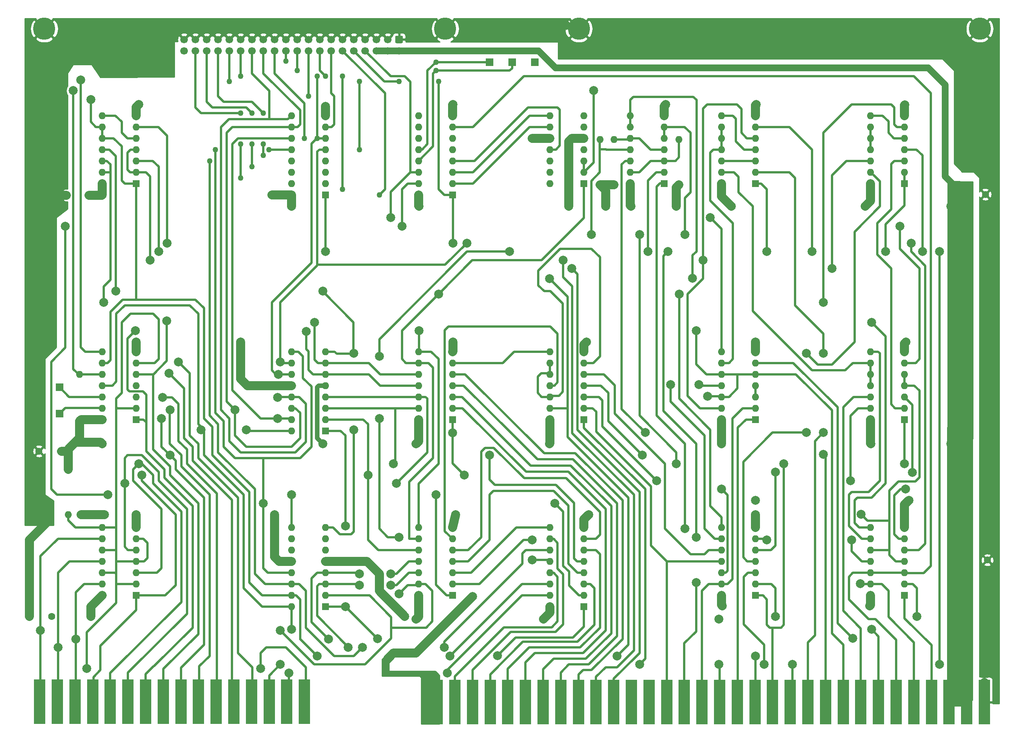
<source format=gbr>
%TF.GenerationSoftware,KiCad,Pcbnew,(5.1.10-1-10_14)*%
%TF.CreationDate,2021-07-04T08:15:42+10:00*%
%TF.ProjectId,256 word memory_2.0,32353620-776f-4726-9420-6d656d6f7279,rev?*%
%TF.SameCoordinates,Original*%
%TF.FileFunction,Copper,L2,Bot*%
%TF.FilePolarity,Positive*%
%FSLAX46Y46*%
G04 Gerber Fmt 4.6, Leading zero omitted, Abs format (unit mm)*
G04 Created by KiCad (PCBNEW (5.1.10-1-10_14)) date 2021-07-04 08:15:42*
%MOMM*%
%LPD*%
G01*
G04 APERTURE LIST*
%TA.AperFunction,ComponentPad*%
%ADD10C,1.700000*%
%TD*%
%TA.AperFunction,ComponentPad*%
%ADD11C,2.000000*%
%TD*%
%TA.AperFunction,ComponentPad*%
%ADD12C,5.000000*%
%TD*%
%TA.AperFunction,ComponentPad*%
%ADD13R,1.700000X1.700000*%
%TD*%
%TA.AperFunction,ComponentPad*%
%ADD14C,1.600000*%
%TD*%
%TA.AperFunction,ComponentPad*%
%ADD15O,1.600000X1.600000*%
%TD*%
%TA.AperFunction,ComponentPad*%
%ADD16R,1.600000X1.600000*%
%TD*%
%TA.AperFunction,ConnectorPad*%
%ADD17R,2.540000X10.000000*%
%TD*%
%TA.AperFunction,ViaPad*%
%ADD18C,2.000000*%
%TD*%
%TA.AperFunction,ViaPad*%
%ADD19C,1.270000*%
%TD*%
%TA.AperFunction,Conductor*%
%ADD20C,0.500000*%
%TD*%
%TA.AperFunction,Conductor*%
%ADD21C,2.000000*%
%TD*%
%TA.AperFunction,Conductor*%
%ADD22C,1.000000*%
%TD*%
%TA.AperFunction,Conductor*%
%ADD23C,1.500000*%
%TD*%
%TA.AperFunction,Conductor*%
%ADD24C,0.300000*%
%TD*%
%TA.AperFunction,Conductor*%
%ADD25C,0.250000*%
%TD*%
%TA.AperFunction,Conductor*%
%ADD26C,0.254000*%
%TD*%
%TA.AperFunction,Conductor*%
%ADD27C,0.100000*%
%TD*%
G04 APERTURE END LIST*
D10*
%TO.P,J9,40*%
%TO.N,Net-(J9-Pad40)*%
X55880000Y-27940000D03*
%TO.P,J9,38*%
%TO.N,MA_A*%
X58420000Y-27940000D03*
%TO.P,J9,36*%
%TO.N,MA_B*%
X60960000Y-27940000D03*
%TO.P,J9,34*%
%TO.N,MA_C*%
X63500000Y-27940000D03*
%TO.P,J9,32*%
%TO.N,MA0*%
X66040000Y-27940000D03*
%TO.P,J9,30*%
%TO.N,MA1*%
X68580000Y-27940000D03*
%TO.P,J9,28*%
%TO.N,MA2*%
X71120000Y-27940000D03*
%TO.P,J9,26*%
%TO.N,MA3*%
X73660000Y-27940000D03*
%TO.P,J9,24*%
%TO.N,MA4*%
X76200000Y-27940000D03*
%TO.P,J9,22*%
%TO.N,MA5*%
X78740000Y-27940000D03*
%TO.P,J9,20*%
%TO.N,MA6*%
X81280000Y-27940000D03*
%TO.P,J9,18*%
%TO.N,MA7*%
X83820000Y-27940000D03*
%TO.P,J9,16*%
%TO.N,D-IN*%
X86360000Y-27940000D03*
%TO.P,J9,14*%
%TO.N,D-BUS*%
X88900000Y-27940000D03*
%TO.P,J9,12*%
%TO.N,~CS_H*%
X91440000Y-27940000D03*
%TO.P,J9,10*%
%TO.N,~CS_L*%
X93980000Y-27940000D03*
%TO.P,J9,8*%
%TO.N,~WE*%
X96520000Y-27940000D03*
%TO.P,J9,6*%
%TO.N,+5V*%
X99060000Y-27940000D03*
%TO.P,J9,4*%
X101600000Y-27940000D03*
%TO.P,J9,2*%
X104140000Y-27940000D03*
%TO.P,J9,39*%
%TO.N,GND*%
X55880000Y-25400000D03*
%TO.P,J9,37*%
X58420000Y-25400000D03*
%TO.P,J9,35*%
X60960000Y-25400000D03*
%TO.P,J9,33*%
X63500000Y-25400000D03*
%TO.P,J9,31*%
X66040000Y-25400000D03*
%TO.P,J9,29*%
X68580000Y-25400000D03*
%TO.P,J9,27*%
X71120000Y-25400000D03*
%TO.P,J9,25*%
X73660000Y-25400000D03*
%TO.P,J9,23*%
X76200000Y-25400000D03*
%TO.P,J9,21*%
X78740000Y-25400000D03*
%TO.P,J9,19*%
X81280000Y-25400000D03*
%TO.P,J9,17*%
X83820000Y-25400000D03*
%TO.P,J9,15*%
X86360000Y-25400000D03*
%TO.P,J9,13*%
X88900000Y-25400000D03*
%TO.P,J9,11*%
X91440000Y-25400000D03*
%TO.P,J9,9*%
X93980000Y-25400000D03*
%TO.P,J9,7*%
X96520000Y-25400000D03*
%TO.P,J9,5*%
X99060000Y-25400000D03*
%TO.P,J9,3*%
X101600000Y-25400000D03*
%TO.P,J9,1*%
%TA.AperFunction,ComponentPad*%
G36*
G01*
X103540000Y-24550000D02*
X104740000Y-24550000D01*
G75*
G02*
X104990000Y-24800000I0J-250000D01*
G01*
X104990000Y-26000000D01*
G75*
G02*
X104740000Y-26250000I-250000J0D01*
G01*
X103540000Y-26250000D01*
G75*
G02*
X103290000Y-26000000I0J250000D01*
G01*
X103290000Y-24800000D01*
G75*
G02*
X103540000Y-24550000I250000J0D01*
G01*
G37*
%TD.AperFunction*%
%TD*%
D11*
%TO.P,J3,1*%
%TO.N,MCP*%
X173355000Y-105500000D03*
%TD*%
D12*
%TO.P,H2,1*%
%TO.N,GND*%
X234500000Y-23000000D03*
X144500000Y-23000000D03*
%TD*%
%TO.P,H1,1*%
%TO.N,GND*%
X114500000Y-23000000D03*
X24500000Y-23000000D03*
%TD*%
D13*
%TO.P,J8,1*%
%TO.N,MA6*%
X129540000Y-30480000D03*
%TD*%
%TO.P,J7,1*%
%TO.N,MA5*%
X124460000Y-30480000D03*
%TD*%
%TO.P,J6,1*%
%TO.N,~MA7*%
X134620000Y-30480000D03*
%TD*%
%TO.P,J5,1*%
%TO.N,PC7*%
X27940000Y-109460000D03*
%TD*%
%TO.P,J4,1*%
%TO.N,~PC7*%
X27940000Y-103505000D03*
%TD*%
D14*
%TO.P,C5,2*%
%TO.N,GND*%
X236203500Y-142303500D03*
%TO.P,C5,1*%
%TO.N,+5V*%
X231203500Y-142303500D03*
%TD*%
%TO.P,C4,2*%
%TO.N,GND*%
X21162000Y-154940000D03*
%TO.P,C4,1*%
%TO.N,+5V*%
X26162000Y-154940000D03*
%TD*%
%TO.P,C3,2*%
%TO.N,GND*%
X23321000Y-117856000D03*
%TO.P,C3,1*%
%TO.N,+5V*%
X28321000Y-117856000D03*
%TD*%
%TO.P,C2,2*%
%TO.N,GND*%
X235759000Y-60198000D03*
%TO.P,C2,1*%
%TO.N,+5V*%
X230759000Y-60198000D03*
%TD*%
%TO.P,C1,2*%
%TO.N,GND*%
X29527500Y-60388500D03*
%TO.P,C1,1*%
%TO.N,+5V*%
X34527500Y-60388500D03*
%TD*%
D15*
%TO.P,U17,14*%
%TO.N,+5V*%
X176500000Y-150240000D03*
%TO.P,U17,7*%
%TO.N,GND*%
X184120000Y-135000000D03*
%TO.P,U17,13*%
%TO.N,~T14-21(JMS+JMP)*%
X176500000Y-147700000D03*
%TO.P,U17,6*%
%TO.N,Net-(U17-Pad6)*%
X184120000Y-137540000D03*
%TO.P,U17,12*%
%TO.N,Net-(U17-Pad12)*%
X176500000Y-145160000D03*
%TO.P,U17,5*%
%TO.N,Net-(U12-Pad3)*%
X184120000Y-140080000D03*
%TO.P,U17,11*%
%TO.N,~DEP*%
X176500000Y-142620000D03*
%TO.P,U17,4*%
%TO.N,Net-(U17-Pad4)*%
X184120000Y-142620000D03*
%TO.P,U17,10*%
%TO.N,Net-(U10-Pad5)*%
X176500000Y-140080000D03*
%TO.P,U17,3*%
%TO.N,OPR+IOT*%
X184120000Y-145160000D03*
%TO.P,U17,9*%
%TO.N,Net-(U11-Pad11)*%
X176500000Y-137540000D03*
%TO.P,U17,2*%
%TO.N,Net-(U17-Pad2)*%
X184120000Y-147700000D03*
%TO.P,U17,8*%
%TO.N,/WEIRD.NET*%
X176500000Y-135000000D03*
D16*
%TO.P,U17,1*%
%TO.N,~T2-9.ISZ*%
X184120000Y-150240000D03*
%TD*%
D15*
%TO.P,U6,14*%
%TO.N,+5V*%
X210000000Y-57740000D03*
%TO.P,U6,7*%
%TO.N,GND*%
X217620000Y-42500000D03*
%TO.P,U6,13*%
%TO.N,Net-(U17-Pad4)*%
X210000000Y-55200000D03*
%TO.P,U6,6*%
%TO.N,Net-(U1-Pad12)*%
X217620000Y-45040000D03*
%TO.P,U6,12*%
%TO.N,~F+D+E*%
X210000000Y-52660000D03*
%TO.P,U6,5*%
%TO.N,Net-(U6-Pad5)*%
X217620000Y-47580000D03*
%TO.P,U6,11*%
%TO.N,Net-(U6-Pad10)*%
X210000000Y-50120000D03*
%TO.P,U6,4*%
%TO.N,T1*%
X217620000Y-50120000D03*
%TO.P,U6,10*%
%TO.N,Net-(U6-Pad10)*%
X210000000Y-47580000D03*
%TO.P,U6,3*%
%TO.N,Net-(U12-Pad2)*%
X217620000Y-52660000D03*
%TO.P,U6,9*%
%TO.N,Net-(U6-Pad10)*%
X210000000Y-45040000D03*
%TO.P,U6,2*%
%TO.N,Net-(U5-Pad6)*%
X217620000Y-55200000D03*
%TO.P,U6,8*%
%TO.N,Net-(U6-Pad5)*%
X210000000Y-42500000D03*
D16*
%TO.P,U6,1*%
%TO.N,Net-(U5-Pad6)*%
X217620000Y-57740000D03*
%TD*%
D15*
%TO.P,U5,14*%
%TO.N,+5V*%
X176500000Y-57740000D03*
%TO.P,U5,7*%
%TO.N,GND*%
X184120000Y-42500000D03*
%TO.P,U5,13*%
%TO.N,Net-(U12-Pad10)*%
X176500000Y-55200000D03*
%TO.P,U5,6*%
%TO.N,Net-(U5-Pad6)*%
X184120000Y-45040000D03*
%TO.P,U5,12*%
%TO.N,Net-(U5-Pad12)*%
X176500000Y-52660000D03*
%TO.P,U5,5*%
%TO.N,MEMORY_ENABLE*%
X184120000Y-47580000D03*
%TO.P,U5,11*%
%TO.N,Net-(U11-Pad9)*%
X176500000Y-50120000D03*
%TO.P,U5,4*%
%TO.N,Net-(U5-Pad4)*%
X184120000Y-50120000D03*
%TO.P,U5,10*%
%TO.N,Net-(U11-Pad9)*%
X176500000Y-47580000D03*
%TO.P,U5,3*%
%TO.N,Net-(U5-Pad12)*%
X184120000Y-52660000D03*
%TO.P,U5,9*%
%TO.N,Net-(U11-Pad9)*%
X176500000Y-45040000D03*
%TO.P,U5,2*%
%TO.N,T2-9*%
X184120000Y-55200000D03*
%TO.P,U5,8*%
%TO.N,Net-(U5-Pad4)*%
X176500000Y-42500000D03*
D16*
%TO.P,U5,1*%
%TO.N,JMS+DCA*%
X184120000Y-57740000D03*
%TD*%
D15*
%TO.P,U10,14*%
%TO.N,+5V*%
X138000000Y-110740000D03*
%TO.P,U10,7*%
%TO.N,GND*%
X145620000Y-95500000D03*
%TO.P,U10,13*%
%TO.N,~F.23.OPR+IOT*%
X138000000Y-108200000D03*
%TO.P,U10,6*%
%TO.N,Net-(U10-Pad10)*%
X145620000Y-98040000D03*
%TO.P,U10,12*%
X138000000Y-105660000D03*
%TO.P,U10,5*%
%TO.N,Net-(U10-Pad5)*%
X145620000Y-100580000D03*
%TO.P,U10,11*%
%TO.N,Net-(U10-Pad11)*%
X138000000Y-103120000D03*
%TO.P,U10,4*%
%TO.N,T13*%
X145620000Y-103120000D03*
%TO.P,U10,10*%
%TO.N,Net-(U10-Pad10)*%
X138000000Y-100580000D03*
%TO.P,U10,3*%
%TO.N,Net-(U10-Pad3)*%
X145620000Y-105660000D03*
%TO.P,U10,9*%
%TO.N,Net-(U10-Pad10)*%
X138000000Y-98040000D03*
%TO.P,U10,2*%
%TO.N,~DEP*%
X145620000Y-108200000D03*
%TO.P,U10,8*%
%TO.N,Net-(U10-Pad8)*%
X138000000Y-95500000D03*
D16*
%TO.P,U10,1*%
%TO.N,~ISZ*%
X145620000Y-110740000D03*
%TD*%
D15*
%TO.P,U18,14*%
%TO.N,+5V*%
X210000000Y-150240000D03*
%TO.P,U18,7*%
%TO.N,GND*%
X217620000Y-135000000D03*
%TO.P,U18,13*%
%TO.N,C-BUS*%
X210000000Y-147700000D03*
%TO.P,U18,6*%
%TO.N,Net-(U17-Pad12)*%
X217620000Y-137540000D03*
%TO.P,U18,12*%
%TO.N,D-BUS*%
X210000000Y-145160000D03*
%TO.P,U18,5*%
%TO.N,MA0*%
X217620000Y-140080000D03*
%TO.P,U18,11*%
%TO.N,Net-(U17-Pad6)*%
X210000000Y-142620000D03*
%TO.P,U18,4*%
%TO.N,C-BUS*%
X217620000Y-142620000D03*
%TO.P,U18,10*%
X210000000Y-140080000D03*
%TO.P,U18,3*%
%TO.N,D-BUS*%
X217620000Y-145160000D03*
%TO.P,U18,9*%
%TO.N,Net-(U12-Pad8)*%
X210000000Y-137540000D03*
%TO.P,U18,2*%
%TO.N,Net-(U17-Pad2)*%
X217620000Y-147700000D03*
%TO.P,U18,8*%
%TO.N,MB0*%
X210000000Y-135000000D03*
D16*
%TO.P,U18,1*%
%TO.N,B-BUS*%
X217620000Y-150240000D03*
%TD*%
D15*
%TO.P,U12,14*%
%TO.N,+5V*%
X210000000Y-110740000D03*
%TO.P,U12,7*%
%TO.N,GND*%
X217620000Y-95500000D03*
%TO.P,U12,13*%
%TO.N,Net-(U10-Pad3)*%
X210000000Y-108200000D03*
%TO.P,U12,6*%
%TO.N,D-IN*%
X217620000Y-98040000D03*
%TO.P,U12,12*%
%TO.N,T14-21*%
X210000000Y-105660000D03*
%TO.P,U12,5*%
%TO.N,C-BUS*%
X217620000Y-100580000D03*
%TO.P,U12,11*%
%TO.N,Net-(U12-Pad10)*%
X210000000Y-103120000D03*
%TO.P,U12,4*%
%TO.N,C-BUS*%
X217620000Y-103120000D03*
%TO.P,U12,10*%
%TO.N,Net-(U12-Pad10)*%
X210000000Y-100580000D03*
%TO.P,U12,3*%
%TO.N,Net-(U12-Pad3)*%
X217620000Y-105660000D03*
%TO.P,U12,9*%
%TO.N,Net-(U12-Pad10)*%
X210000000Y-98040000D03*
%TO.P,U12,2*%
%TO.N,Net-(U12-Pad2)*%
X217620000Y-108200000D03*
%TO.P,U12,8*%
%TO.N,Net-(U12-Pad8)*%
X210000000Y-95500000D03*
D16*
%TO.P,U12,1*%
%TO.N,~T2-9.ISZ*%
X217620000Y-110740000D03*
%TD*%
D15*
%TO.P,U19,14*%
%TO.N,+5V*%
X156000000Y-57740000D03*
%TO.P,U19,7*%
%TO.N,GND*%
X163620000Y-42500000D03*
%TO.P,U19,13*%
%TO.N,Net-(R4-Pad2)*%
X156000000Y-55200000D03*
%TO.P,U19,6*%
%TO.N,MB3*%
X163620000Y-45040000D03*
%TO.P,U19,12*%
%TO.N,MB4*%
X156000000Y-52660000D03*
%TO.P,U19,5*%
%TO.N,MB3*%
X163620000Y-47580000D03*
%TO.P,U19,11*%
%TO.N,Net-(R3-Pad2)*%
X156000000Y-50120000D03*
%TO.P,U19,4*%
%TO.N,Z-BIT*%
X163620000Y-50120000D03*
%TO.P,U19,10*%
X156000000Y-47580000D03*
%TO.P,U19,3*%
%TO.N,Net-(R4-Pad2)*%
X163620000Y-52660000D03*
%TO.P,U19,9*%
%TO.N,~F.23.OPR+IOT*%
X156000000Y-45040000D03*
%TO.P,U19,2*%
%TO.N,MB7*%
X163620000Y-55200000D03*
%TO.P,U19,8*%
%TO.N,~F.23.OPR+IOT*%
X156000000Y-42500000D03*
D16*
%TO.P,U19,1*%
%TO.N,Z-BIT*%
X163620000Y-57740000D03*
%TD*%
D15*
%TO.P,R5,2*%
%TO.N,Z-BIT*%
X152400000Y-47840000D03*
D14*
%TO.P,R5,1*%
%TO.N,+5V*%
X152400000Y-58000000D03*
%TD*%
D15*
%TO.P,R4,2*%
%TO.N,Net-(R4-Pad2)*%
X167000000Y-47840000D03*
D14*
%TO.P,R4,1*%
%TO.N,+5V*%
X167000000Y-58000000D03*
%TD*%
D15*
%TO.P,R3,2*%
%TO.N,Net-(R3-Pad2)*%
X149225000Y-47840000D03*
D14*
%TO.P,R3,1*%
%TO.N,+5V*%
X149225000Y-58000000D03*
%TD*%
D15*
%TO.P,U2,16*%
%TO.N,+5V*%
X80000000Y-60280000D03*
%TO.P,U2,8*%
%TO.N,GND*%
X87620000Y-42500000D03*
%TO.P,U2,15*%
%TO.N,D-IN*%
X80000000Y-57740000D03*
%TO.P,U2,7*%
%TO.N,D-BUS*%
X87620000Y-45040000D03*
%TO.P,U2,14*%
%TO.N,~WE*%
X80000000Y-55200000D03*
%TO.P,U2,6*%
%TO.N,MA1*%
X87620000Y-47580000D03*
%TO.P,U2,13*%
%TO.N,MA6*%
X80000000Y-52660000D03*
%TO.P,U2,5*%
%TO.N,MA0*%
X87620000Y-50120000D03*
%TO.P,U2,12*%
%TO.N,MA5*%
X80000000Y-50120000D03*
%TO.P,U2,4*%
%TO.N,MA_C*%
X87620000Y-52660000D03*
%TO.P,U2,11*%
%TO.N,MA4*%
X80000000Y-47580000D03*
%TO.P,U2,3*%
%TO.N,MA_B*%
X87620000Y-55200000D03*
%TO.P,U2,10*%
%TO.N,MA3*%
X80000000Y-45040000D03*
%TO.P,U2,2*%
%TO.N,MA_A*%
X87620000Y-57740000D03*
%TO.P,U2,9*%
%TO.N,MA2*%
X80000000Y-42500000D03*
D16*
%TO.P,U2,1*%
%TO.N,~CS_H*%
X87620000Y-60280000D03*
%TD*%
D17*
%TO.P,J2,16*%
%TO.N,MB7*%
X23464000Y-174100000D03*
%TO.P,J2,15*%
%TO.N,MB6*%
X27426400Y-174100000D03*
%TO.P,J2,14*%
%TO.N,MB5*%
X31388800Y-174100000D03*
%TO.P,J2,13*%
%TO.N,MB4*%
X35351200Y-174100000D03*
%TO.P,J2,12*%
%TO.N,MB3*%
X39313600Y-174100000D03*
%TO.P,J2,11*%
%TO.N,MB2*%
X43276000Y-174100000D03*
%TO.P,J2,10*%
%TO.N,MB1*%
X47238400Y-174100000D03*
%TO.P,J2,9*%
%TO.N,MB0*%
X51200800Y-174100000D03*
%TO.P,J2,8*%
%TO.N,MA4*%
X55163200Y-174100000D03*
%TO.P,J2,7*%
%TO.N,MA3*%
X59125600Y-174100000D03*
%TO.P,J2,6*%
%TO.N,MA2*%
X63088000Y-174100000D03*
%TO.P,J2,5*%
%TO.N,MA1*%
X67050400Y-174100000D03*
%TO.P,J2,4*%
%TO.N,MA0*%
X71012800Y-174100000D03*
%TO.P,J2,3*%
%TO.N,~ISZ*%
X74975200Y-174100000D03*
%TO.P,J2,2*%
%TO.N,Z-BIT*%
X78937600Y-174100000D03*
%TO.P,J2,1*%
%TO.N,MB=0*%
X82900000Y-174100000D03*
%TD*%
D15*
%TO.P,U16,16*%
%TO.N,+5V*%
X138000000Y-152780000D03*
%TO.P,U16,8*%
%TO.N,GND*%
X145620000Y-135000000D03*
%TO.P,U16,15*%
%TO.N,Z-BIT*%
X138000000Y-150240000D03*
%TO.P,U16,7*%
%TO.N,Net-(U15-Pad5)*%
X145620000Y-137540000D03*
%TO.P,U16,14*%
%TO.N,MA7*%
X138000000Y-147700000D03*
%TO.P,U16,6*%
%TO.N,SR4*%
X145620000Y-140080000D03*
%TO.P,U16,13*%
%TO.N,SR7*%
X138000000Y-145160000D03*
%TO.P,U16,5*%
%TO.N,MA4*%
X145620000Y-142620000D03*
%TO.P,U16,12*%
%TO.N,Net-(U15-Pad2)*%
X138000000Y-142620000D03*
%TO.P,U16,4*%
%TO.N,Net-(U15-Pad4)*%
X145620000Y-145160000D03*
%TO.P,U16,11*%
%TO.N,MA6*%
X138000000Y-140080000D03*
%TO.P,U16,3*%
%TO.N,SR5*%
X145620000Y-147700000D03*
%TO.P,U16,10*%
%TO.N,SR6*%
X138000000Y-137540000D03*
%TO.P,U16,2*%
%TO.N,MA5*%
X145620000Y-150240000D03*
%TO.P,U16,9*%
%TO.N,Net-(U15-Pad3)*%
X138000000Y-135000000D03*
D16*
%TO.P,U16,1*%
%TO.N,~F.23.OPR+IOT*%
X145620000Y-152780000D03*
%TD*%
D15*
%TO.P,U13,14*%
%TO.N,+5V*%
X37500000Y-150240000D03*
%TO.P,U13,7*%
%TO.N,GND*%
X45120000Y-135000000D03*
%TO.P,U13,13*%
%TO.N,MB5*%
X37500000Y-147700000D03*
%TO.P,U13,6*%
%TO.N,MB=0*%
X45120000Y-137540000D03*
%TO.P,U13,12*%
X37500000Y-145160000D03*
%TO.P,U13,5*%
%TO.N,MB2*%
X45120000Y-140080000D03*
%TO.P,U13,11*%
%TO.N,MB6*%
X37500000Y-142620000D03*
%TO.P,U13,4*%
%TO.N,MB=0*%
X45120000Y-142620000D03*
%TO.P,U13,10*%
X37500000Y-140080000D03*
%TO.P,U13,3*%
%TO.N,MB3*%
X45120000Y-145160000D03*
%TO.P,U13,9*%
%TO.N,MB7*%
X37500000Y-137540000D03*
%TO.P,U13,2*%
%TO.N,MB=0*%
X45120000Y-147700000D03*
%TO.P,U13,8*%
X37500000Y-135000000D03*
D16*
%TO.P,U13,1*%
%TO.N,MB4*%
X45120000Y-150240000D03*
%TD*%
D15*
%TO.P,U7,14*%
%TO.N,+5V*%
X37500000Y-110740000D03*
%TO.P,U7,7*%
%TO.N,GND*%
X45120000Y-95500000D03*
%TO.P,U7,13*%
%TO.N,PC7*%
X37500000Y-108200000D03*
%TO.P,U7,6*%
%TO.N,MB=0*%
X45120000Y-98040000D03*
%TO.P,U7,12*%
%TO.N,~PC7*%
X37500000Y-105660000D03*
%TO.P,U7,5*%
%TO.N,MB0*%
X45120000Y-100580000D03*
%TO.P,U7,11*%
%TO.N,~T0.5*%
X37500000Y-103120000D03*
%TO.P,U7,4*%
%TO.N,Net-(R3-Pad2)*%
X45120000Y-103120000D03*
%TO.P,U7,10*%
%TO.N,/R0(1-20*%
X37500000Y-100580000D03*
%TO.P,U7,3*%
%TO.N,MB5*%
X45120000Y-105660000D03*
%TO.P,U7,9*%
%TO.N,MA7*%
X37500000Y-98040000D03*
%TO.P,U7,2*%
%TO.N,MB=0*%
X45120000Y-108200000D03*
%TO.P,U7,8*%
%TO.N,~MA7*%
X37500000Y-95500000D03*
D16*
%TO.P,U7,1*%
%TO.N,MB1*%
X45120000Y-110740000D03*
%TD*%
D17*
%TO.P,J1,31*%
%TO.N,SR7*%
X116662400Y-174200000D03*
%TO.P,J1,32*%
%TO.N,GND*%
X112700000Y-174200000D03*
%TO.P,J1,20*%
%TO.N,Net-(J1-Pad20)*%
X160248800Y-174200000D03*
%TO.P,J1,21*%
%TO.N,Net-(J1-Pad21)*%
X156286400Y-174200000D03*
%TO.P,J1,22*%
%TO.N,~F+D+E*%
X152324000Y-174200000D03*
%TO.P,J1,23*%
%TO.N,MEMORY_ENABLE*%
X148361600Y-174200000D03*
%TO.P,J1,24*%
%TO.N,SR0*%
X144399200Y-174200000D03*
%TO.P,J1,25*%
%TO.N,SR1*%
X140436800Y-174200000D03*
%TO.P,J1,26*%
%TO.N,SR2*%
X136474400Y-174200000D03*
%TO.P,J1,27*%
%TO.N,SR3*%
X132512000Y-174200000D03*
%TO.P,J1,28*%
%TO.N,SR4*%
X128549600Y-174200000D03*
%TO.P,J1,29*%
%TO.N,SR5*%
X124587200Y-174200000D03*
%TO.P,J1,30*%
%TO.N,SR6*%
X120624800Y-174200000D03*
%TO.P,J1,19*%
%TO.N,~DEP*%
X164211200Y-174200000D03*
%TO.P,J1,18*%
%TO.N,JMS+DCA*%
X168173600Y-174200000D03*
%TO.P,J1,17*%
%TO.N,~T14-21(JMS+JMP)*%
X172136000Y-174200000D03*
%TO.P,J1,16*%
%TO.N,OPR+IOT*%
X176098400Y-174200000D03*
%TO.P,J1,15*%
%TO.N,~T2-9(F+D+E)*%
X180060800Y-174200000D03*
%TO.P,J1,14*%
%TO.N,~F.23.OPR+IOT*%
X184023200Y-174200000D03*
%TO.P,J1,13*%
%TO.N,~T2-9.ISZ*%
X187985600Y-174200000D03*
%TO.P,J1,12*%
%TO.N,T1*%
X191948000Y-174200000D03*
%TO.P,J1,11*%
%TO.N,T2-9*%
X195910400Y-174200000D03*
%TO.P,J1,10*%
%TO.N,T13*%
X199872800Y-174200000D03*
%TO.P,J1,9*%
%TO.N,MCP*%
X203835200Y-174200000D03*
%TO.P,J1,8*%
%TO.N,T14-21*%
X207797600Y-174200000D03*
%TO.P,J1,7*%
%TO.N,~T0.5*%
X211760000Y-174200000D03*
%TO.P,J1,6*%
%TO.N,D-BUS*%
X215722400Y-174200000D03*
%TO.P,J1,5*%
%TO.N,C-BUS*%
X219684800Y-174200000D03*
%TO.P,J1,4*%
%TO.N,B-BUS*%
X223647200Y-174200000D03*
%TO.P,J1,3*%
%TO.N,+5V*%
X227609600Y-174200000D03*
%TO.P,J1,2*%
X231572000Y-174200000D03*
%TO.P,J1,1*%
%TO.N,GND*%
X235534400Y-174200000D03*
%TD*%
D15*
%TO.P,R1,2*%
%TO.N,/R0(1-20*%
X32385000Y-100600000D03*
D14*
%TO.P,R1,1*%
%TO.N,+5V*%
X32385000Y-110760000D03*
%TD*%
D15*
%TO.P,R2,2*%
%TO.N,MB=0*%
X29845000Y-132080000D03*
D14*
%TO.P,R2,1*%
%TO.N,+5V*%
X29845000Y-121920000D03*
%TD*%
D15*
%TO.P,U1,14*%
%TO.N,+5V*%
X37500000Y-57740000D03*
%TO.P,U1,7*%
%TO.N,GND*%
X45120000Y-42500000D03*
%TO.P,U1,13*%
%TO.N,Net-(U1-Pad12)*%
X37500000Y-55200000D03*
%TO.P,U1,6*%
%TO.N,~CS_L*%
X45120000Y-45040000D03*
%TO.P,U1,12*%
%TO.N,Net-(U1-Pad12)*%
X37500000Y-52660000D03*
%TO.P,U1,5*%
%TO.N,Net-(U1-Pad5)*%
X45120000Y-47580000D03*
%TO.P,U1,11*%
%TO.N,Net-(U1-Pad11)*%
X37500000Y-50120000D03*
%TO.P,U1,4*%
%TO.N,MEMORY_ENABLE*%
X45120000Y-50120000D03*
%TO.P,U1,10*%
%TO.N,MA7*%
X37500000Y-47580000D03*
%TO.P,U1,3*%
%TO.N,~CS_H*%
X45120000Y-52660000D03*
%TO.P,U1,9*%
%TO.N,MA7*%
X37500000Y-45040000D03*
%TO.P,U1,2*%
%TO.N,MEMORY_ENABLE*%
X45120000Y-55200000D03*
%TO.P,U1,8*%
%TO.N,Net-(U1-Pad5)*%
X37500000Y-42500000D03*
D16*
%TO.P,U1,1*%
%TO.N,MA7*%
X45120000Y-57740000D03*
%TD*%
D15*
%TO.P,U3,16*%
%TO.N,+5V*%
X108500000Y-60280000D03*
%TO.P,U3,8*%
%TO.N,GND*%
X116120000Y-42500000D03*
%TO.P,U3,15*%
%TO.N,D-IN*%
X108500000Y-57740000D03*
%TO.P,U3,7*%
%TO.N,D-BUS*%
X116120000Y-45040000D03*
%TO.P,U3,14*%
%TO.N,~WE*%
X108500000Y-55200000D03*
%TO.P,U3,6*%
%TO.N,MA1*%
X116120000Y-47580000D03*
%TO.P,U3,13*%
%TO.N,MA6*%
X108500000Y-52660000D03*
%TO.P,U3,5*%
%TO.N,MA0*%
X116120000Y-50120000D03*
%TO.P,U3,12*%
%TO.N,MA5*%
X108500000Y-50120000D03*
%TO.P,U3,4*%
%TO.N,MA_C*%
X116120000Y-52660000D03*
%TO.P,U3,11*%
%TO.N,MA4*%
X108500000Y-47580000D03*
%TO.P,U3,3*%
%TO.N,MA_B*%
X116120000Y-55200000D03*
%TO.P,U3,10*%
%TO.N,MA3*%
X108500000Y-45040000D03*
%TO.P,U3,2*%
%TO.N,MA_A*%
X116120000Y-57740000D03*
%TO.P,U3,9*%
%TO.N,MA2*%
X108500000Y-42500000D03*
D16*
%TO.P,U3,1*%
%TO.N,~CS_L*%
X116120000Y-60280000D03*
%TD*%
D15*
%TO.P,U4,14*%
%TO.N,Net-(U4-Pad14)*%
X138000000Y-57740000D03*
%TO.P,U4,7*%
%TO.N,N/C*%
X145620000Y-42500000D03*
%TO.P,U4,13*%
X138000000Y-55200000D03*
%TO.P,U4,6*%
X145620000Y-45040000D03*
%TO.P,U4,12*%
%TO.N,Net-(U4-Pad12)*%
X138000000Y-52660000D03*
%TO.P,U4,5*%
%TO.N,+5V*%
X145620000Y-47580000D03*
%TO.P,U4,11*%
%TO.N,MA_C*%
X138000000Y-50120000D03*
%TO.P,U4,4*%
%TO.N,N/C*%
X145620000Y-50120000D03*
%TO.P,U4,10*%
%TO.N,GND*%
X138000000Y-47580000D03*
%TO.P,U4,3*%
%TO.N,/R0(1-20*%
X145620000Y-52660000D03*
%TO.P,U4,9*%
%TO.N,MA_A*%
X138000000Y-45040000D03*
%TO.P,U4,2*%
%TO.N,/R0(1-20*%
X145620000Y-55200000D03*
%TO.P,U4,8*%
%TO.N,MA_B*%
X138000000Y-42500000D03*
D16*
%TO.P,U4,1*%
%TO.N,/WEIRD.NET*%
X145620000Y-57740000D03*
%TD*%
D15*
%TO.P,U8,16*%
%TO.N,~T0.5*%
X80000000Y-113280000D03*
%TO.P,U8,8*%
%TO.N,Net-(U1-Pad11)*%
X87620000Y-95500000D03*
%TO.P,U8,15*%
%TO.N,MA4*%
X80000000Y-110740000D03*
%TO.P,U8,7*%
%TO.N,MB0*%
X87620000Y-98040000D03*
%TO.P,U8,14*%
%TO.N,MA3*%
X80000000Y-108200000D03*
%TO.P,U8,6*%
%TO.N,MB1*%
X87620000Y-100580000D03*
%TO.P,U8,13*%
%TO.N,MA2*%
X80000000Y-105660000D03*
%TO.P,U8,5*%
%TO.N,+5V*%
X87620000Y-103120000D03*
%TO.P,U8,12*%
%TO.N,GND*%
X80000000Y-103120000D03*
%TO.P,U8,4*%
%TO.N,MB2*%
X87620000Y-105660000D03*
%TO.P,U8,11*%
%TO.N,MA1*%
X80000000Y-100580000D03*
%TO.P,U8,3*%
%TO.N,MB3*%
X87620000Y-108200000D03*
%TO.P,U8,10*%
%TO.N,MA0*%
X80000000Y-98040000D03*
%TO.P,U8,2*%
%TO.N,MB4*%
X87620000Y-110740000D03*
%TO.P,U8,9*%
%TO.N,MA5*%
X80000000Y-95500000D03*
D16*
%TO.P,U8,1*%
%TO.N,Net-(U11-Pad6)*%
X87620000Y-113280000D03*
%TD*%
D15*
%TO.P,U9,14*%
%TO.N,+5V*%
X108500000Y-110740000D03*
%TO.P,U9,7*%
%TO.N,GND*%
X116120000Y-95500000D03*
%TO.P,U9,13*%
%TO.N,MB3*%
X108500000Y-108200000D03*
%TO.P,U9,6*%
%TO.N,Net-(U10-Pad8)*%
X116120000Y-98040000D03*
%TO.P,U9,12*%
%TO.N,MB2*%
X108500000Y-105660000D03*
%TO.P,U9,5*%
%TO.N,SR0*%
X116120000Y-100580000D03*
%TO.P,U9,11*%
%TO.N,MB1*%
X108500000Y-103120000D03*
%TO.P,U9,4*%
%TO.N,SR1*%
X116120000Y-103120000D03*
%TO.P,U9,10*%
%TO.N,MB0*%
X108500000Y-100580000D03*
%TO.P,U9,3*%
%TO.N,SR2*%
X116120000Y-105660000D03*
%TO.P,U9,9*%
%TO.N,/WEIRD.NET*%
X108500000Y-98040000D03*
%TO.P,U9,2*%
%TO.N,SR3*%
X116120000Y-108200000D03*
%TO.P,U9,8*%
%TO.N,MCP*%
X108500000Y-95500000D03*
D16*
%TO.P,U9,1*%
%TO.N,MB4*%
X116120000Y-110740000D03*
%TD*%
D15*
%TO.P,U11,14*%
%TO.N,+5V*%
X176500000Y-110740000D03*
%TO.P,U11,7*%
%TO.N,GND*%
X184120000Y-95500000D03*
%TO.P,U11,13*%
%TO.N,MEMORY_ENABLE*%
X176500000Y-108200000D03*
%TO.P,U11,6*%
%TO.N,Net-(U11-Pad6)*%
X184120000Y-98040000D03*
%TO.P,U11,12*%
%TO.N,MCP*%
X176500000Y-105660000D03*
%TO.P,U11,5*%
X184120000Y-100580000D03*
%TO.P,U11,11*%
%TO.N,Net-(U11-Pad11)*%
X176500000Y-103120000D03*
%TO.P,U11,4*%
%TO.N,Net-(U11-Pad3)*%
X184120000Y-103120000D03*
%TO.P,U11,10*%
%TO.N,MCP*%
X176500000Y-100580000D03*
%TO.P,U11,3*%
%TO.N,Net-(U11-Pad3)*%
X184120000Y-105660000D03*
%TO.P,U11,9*%
%TO.N,Net-(U11-Pad9)*%
X176500000Y-98040000D03*
%TO.P,U11,2*%
%TO.N,~T14-21(JMS+JMP)*%
X184120000Y-108200000D03*
%TO.P,U11,8*%
%TO.N,~WE*%
X176500000Y-95500000D03*
D16*
%TO.P,U11,1*%
%TO.N,~T2-9(F+D+E)*%
X184120000Y-110740000D03*
%TD*%
D15*
%TO.P,U14,16*%
%TO.N,~T0.5*%
X80000000Y-152780000D03*
%TO.P,U14,8*%
%TO.N,Net-(U1-Pad11)*%
X87620000Y-135000000D03*
%TO.P,U14,15*%
%TO.N,MA7*%
X80000000Y-150240000D03*
%TO.P,U14,7*%
%TO.N,Net-(U14-Pad7)*%
X87620000Y-137540000D03*
%TO.P,U14,14*%
%TO.N,MA6*%
X80000000Y-147700000D03*
%TO.P,U14,6*%
%TO.N,Net-(U14-Pad6)*%
X87620000Y-140080000D03*
%TO.P,U14,13*%
%TO.N,MA5*%
X80000000Y-145160000D03*
%TO.P,U14,5*%
%TO.N,+5V*%
X87620000Y-142620000D03*
%TO.P,U14,12*%
%TO.N,GND*%
X80000000Y-142620000D03*
%TO.P,U14,4*%
%TO.N,MB5*%
X87620000Y-145160000D03*
%TO.P,U14,11*%
%TO.N,Net-(U14-Pad11)*%
X80000000Y-140080000D03*
%TO.P,U14,3*%
%TO.N,MB6*%
X87620000Y-147700000D03*
%TO.P,U14,10*%
%TO.N,Net-(U14-Pad10)*%
X80000000Y-137540000D03*
%TO.P,U14,2*%
%TO.N,MB7*%
X87620000Y-150240000D03*
%TO.P,U14,9*%
%TO.N,D-IN*%
X80000000Y-135000000D03*
D16*
%TO.P,U14,1*%
%TO.N,Net-(U11-Pad6)*%
X87620000Y-152780000D03*
%TD*%
D15*
%TO.P,U15,14*%
%TO.N,+5V*%
X108500000Y-150240000D03*
%TO.P,U15,7*%
%TO.N,GND*%
X116120000Y-135000000D03*
%TO.P,U15,13*%
%TO.N,MB7*%
X108500000Y-147700000D03*
%TO.P,U15,6*%
%TO.N,Net-(U10-Pad11)*%
X116120000Y-137540000D03*
%TO.P,U15,12*%
%TO.N,MB6*%
X108500000Y-145160000D03*
%TO.P,U15,5*%
%TO.N,Net-(U15-Pad5)*%
X116120000Y-140080000D03*
%TO.P,U15,11*%
%TO.N,MB5*%
X108500000Y-142620000D03*
%TO.P,U15,4*%
%TO.N,Net-(U15-Pad4)*%
X116120000Y-142620000D03*
%TO.P,U15,10*%
%TO.N,MB4*%
X108500000Y-140080000D03*
%TO.P,U15,3*%
%TO.N,Net-(U15-Pad3)*%
X116120000Y-145160000D03*
%TO.P,U15,9*%
%TO.N,/WEIRD.NET*%
X108500000Y-137540000D03*
%TO.P,U15,2*%
%TO.N,Net-(U15-Pad2)*%
X116120000Y-147700000D03*
%TO.P,U15,8*%
%TO.N,MCP*%
X108500000Y-135000000D03*
D16*
%TO.P,U15,1*%
%TO.N,D-IN*%
X116120000Y-150240000D03*
%TD*%
D18*
%TO.N,+5V*%
X75565000Y-60325000D03*
X37465000Y-60325000D03*
X80010000Y-62865000D03*
X108585000Y-62865000D03*
X142240000Y-62865000D03*
X107950000Y-116205000D03*
X37465000Y-116205000D03*
X86995000Y-116205000D03*
X231572000Y-116408000D03*
X136525000Y-155575000D03*
X107950000Y-155575000D03*
X231572000Y-152603000D03*
X176733000Y-152603000D03*
X175895000Y-155575000D03*
X227965000Y-62865000D03*
X150495000Y-62865000D03*
X166370000Y-62865000D03*
X156210000Y-62865000D03*
X227965000Y-116205000D03*
X34925000Y-154940000D03*
X105410000Y-154940000D03*
X137922000Y-116205000D03*
X176530000Y-116205000D03*
X210058000Y-116205000D03*
X208788000Y-62865000D03*
X178735000Y-62865000D03*
X209797000Y-152603000D03*
%TO.N,MA2*%
X76835000Y-105800012D03*
X51045012Y-105799988D03*
%TO.N,MA3*%
X67310000Y-108585000D03*
X52705000Y-108585000D03*
%TO.N,MA4*%
X76835000Y-110490000D03*
X124460000Y-118745000D03*
X52705000Y-118745000D03*
X50800000Y-110490000D03*
D19*
X82919996Y-47580000D03*
D18*
%TO.N,MA5*%
X139065000Y-129540000D03*
D19*
X74930000Y-50165000D03*
X62865000Y-50165000D03*
X112395000Y-30480000D03*
X78714952Y-30280203D03*
D18*
X73659990Y-129540000D03*
%TO.N,MA0*%
X77470000Y-97790000D03*
X119380000Y-71120000D03*
X219078993Y-71120000D03*
D19*
X95205000Y-50120000D03*
D18*
X54590000Y-97790000D03*
D19*
X95250000Y-34814990D03*
X66040000Y-34814990D03*
D18*
%TO.N,MA6*%
X95885000Y-161925000D03*
X114300000Y-161925000D03*
D19*
X61595000Y-52705000D03*
X112394982Y-32385000D03*
X81280000Y-32384994D03*
D18*
%TO.N,MA1*%
X77085000Y-100580000D03*
D19*
X85770000Y-47580000D03*
X85725000Y-33655000D03*
X68580000Y-33655000D03*
D18*
X52500000Y-100400000D03*
%TO.N,GND*%
X235585000Y-40005000D03*
X133985000Y-47625000D03*
X68580000Y-93345000D03*
X235585000Y-93345000D03*
X116205000Y-93345000D03*
X184150000Y-93345000D03*
X45087102Y-93347102D03*
X120650000Y-150495000D03*
X146685000Y-132080000D03*
X45085000Y-132080000D03*
X76200000Y-132080000D03*
X184150000Y-132080000D03*
X184150000Y-128905000D03*
X235534400Y-128854400D03*
X116840000Y-132080000D03*
X218567000Y-128905000D03*
X146177000Y-93345000D03*
X217932000Y-93345000D03*
X37973000Y-132080000D03*
X32766000Y-132080000D03*
X25654000Y-129540000D03*
X26289000Y-93345000D03*
X163995000Y-40005000D03*
X184305000Y-40005000D03*
X116205004Y-40004996D03*
X87629993Y-40385030D03*
X217712188Y-40097812D03*
X45720058Y-40005000D03*
%TO.N,~T0.5*%
X69850000Y-113030000D03*
X59690000Y-113030000D03*
X210185000Y-157861000D03*
X80010000Y-157861000D03*
%TO.N,MB0*%
X210185000Y-88900000D03*
X52000000Y-88600000D03*
X85199994Y-88900000D03*
%TO.N,MB1*%
X83312000Y-90932000D03*
X44958000Y-90805000D03*
%TO.N,MB2*%
X103505000Y-125095000D03*
X42544998Y-125095000D03*
%TO.N,MB3*%
X102870000Y-120650000D03*
X45720000Y-120650000D03*
X158115000Y-69215000D03*
X168275000Y-69215000D03*
X166400000Y-120700000D03*
%TO.N,MB4*%
X46355000Y-123190000D03*
X97155000Y-123190000D03*
X118745000Y-123190000D03*
X116120000Y-113750000D03*
X159385000Y-113665000D03*
%TO.N,MB7*%
X23638400Y-158115000D03*
X77470000Y-158115000D03*
X99695000Y-110490000D03*
X99695000Y-96520000D03*
X128905000Y-73025000D03*
X160020000Y-73025000D03*
X104140000Y-137160000D03*
X104140000Y-149860000D03*
%TO.N,MB6*%
X95250000Y-147955000D03*
X102235000Y-147955000D03*
X27600800Y-161925000D03*
X92710000Y-161925000D03*
%TO.N,MB5*%
X95250000Y-145415000D03*
X102235000Y-145415000D03*
X31563200Y-160020000D03*
X88265000Y-160020000D03*
%TO.N,Net-(U15-Pad2)*%
X133985000Y-137795000D03*
X133985000Y-142240000D03*
%TO.N,~F.23.OPR+IOT*%
X184150000Y-163830000D03*
X153035000Y-163830000D03*
X137900000Y-79100000D03*
X170000000Y-79000000D03*
X126200000Y-163800000D03*
%TO.N,MB=0*%
X34036000Y-166624000D03*
X73025000Y-166624000D03*
%TO.N,Net-(R3-Pad2)*%
X147320000Y-69215000D03*
%TO.N,Z-BIT*%
X79375000Y-167640000D03*
X114935000Y-167640000D03*
X168275000Y-135255000D03*
%TO.N,~ISZ*%
X77470000Y-165735000D03*
X158115000Y-165735000D03*
%TO.N,Net-(U17-Pad6)*%
X186690000Y-137795000D03*
X205740000Y-137795000D03*
%TO.N,Net-(U17-Pad12)*%
X217805000Y-126365000D03*
X176530000Y-126365000D03*
%TO.N,Net-(U17-Pad2)*%
X220345000Y-154940000D03*
X188595000Y-154940000D03*
%TO.N,C-BUS*%
X207645000Y-147637500D03*
X207825010Y-132064948D03*
%TO.N,Net-(U10-Pad3)*%
X161925000Y-124460000D03*
X205460000Y-124460000D03*
%TO.N,Net-(U5-Pad6)*%
X213360000Y-73025000D03*
X196850000Y-73025000D03*
%TO.N,Net-(U12-Pad3)*%
X188595000Y-122555000D03*
X219400000Y-122600000D03*
%TO.N,~T2-9.ISZ*%
X190500000Y-120650000D03*
X217600000Y-120700000D03*
%TO.N,/R0(1-20*%
X31000000Y-36900000D03*
X147800000Y-36899996D03*
%TO.N,MEMORY_ENABLE*%
X48260000Y-74930000D03*
X140970000Y-74930000D03*
X172350010Y-74930000D03*
%TO.N,T2-9*%
X199390000Y-113665000D03*
X199390000Y-95885000D03*
%TO.N,JMS+DCA*%
X170815000Y-147320000D03*
X164465000Y-73025000D03*
X186690000Y-73025000D03*
X170815000Y-137160000D03*
%TO.N,T13*%
X199363071Y-118564990D03*
X158750000Y-118745000D03*
%TO.N,MCP*%
X170815000Y-90805000D03*
X108585000Y-90805000D03*
%TO.N,Net-(U1-Pad11)*%
X86995000Y-81915000D03*
X93980000Y-113030000D03*
X93980000Y-95885000D03*
X40585000Y-81915000D03*
%TO.N,~MA7*%
X32700000Y-34500000D03*
%TO.N,MA7*%
X85725000Y-163830000D03*
X115570000Y-163830000D03*
X34925000Y-38915010D03*
D19*
X83820000Y-38100000D03*
D18*
%TO.N,~F+D+E*%
X142875000Y-76835000D03*
X201295000Y-76835000D03*
%TO.N,OPR+IOT*%
X175895000Y-165735000D03*
X186055000Y-165735000D03*
%TO.N,T1*%
X221615000Y-73025000D03*
X192405000Y-165735000D03*
X225425000Y-73025000D03*
X225425000Y-165735000D03*
%TO.N,~WE*%
X102235000Y-65405000D03*
X173990000Y-65405000D03*
%TO.N,~CS_L*%
X116205000Y-71120000D03*
X52070000Y-71120000D03*
D19*
X104140000Y-34814990D03*
X113030000Y-34814990D03*
D18*
%TO.N,~CS_H*%
X50165000Y-73025000D03*
X87630000Y-73025000D03*
D19*
X99695000Y-60325000D03*
D18*
%TO.N,D-IN*%
X104775000Y-67310000D03*
X216535000Y-67310000D03*
X80010000Y-127635000D03*
X38735000Y-127635000D03*
X29210000Y-67310000D03*
X112395000Y-127635000D03*
D19*
X87630000Y-33655000D03*
X91440000Y-33655000D03*
X91440000Y-59055000D03*
%TO.N,MA_C*%
X73660000Y-51435000D03*
X73660000Y-48895000D03*
X73660000Y-41910000D03*
%TO.N,MA_B*%
X71120000Y-53975000D03*
X71120000Y-48895000D03*
X71120000Y-41910000D03*
%TO.N,MA_A*%
X68580000Y-56515000D03*
X68580000Y-48895000D03*
X68580000Y-41910000D03*
D18*
%TO.N,Net-(U1-Pad12)*%
X199390000Y-84455000D03*
X37845000Y-84455000D03*
%TO.N,/WEIRD.NET*%
X113030000Y-82550000D03*
X167005000Y-82550000D03*
%TO.N,Net-(U17-Pad4)*%
X195580000Y-113665000D03*
X195580000Y-95885000D03*
%TO.N,Net-(U11-Pad6)*%
X92075000Y-134620000D03*
X92075000Y-152739990D03*
X99300000Y-160000000D03*
X206000000Y-159900000D03*
%TO.N,Net-(U11-Pad11)*%
X171450000Y-102870000D03*
X165100000Y-102870000D03*
%TD*%
D20*
%TO.N,D-BUS*%
X217620000Y-145160000D02*
X210000000Y-145160000D01*
X87620000Y-45040000D02*
X88945000Y-45040000D01*
X88945000Y-45040000D02*
X89535000Y-44450000D01*
X89535000Y-44450000D02*
X89535000Y-38100000D01*
X88900000Y-37465000D02*
X88900000Y-27940000D01*
X89535000Y-38100000D02*
X88900000Y-37465000D01*
X205105000Y-146050000D02*
X205995000Y-145160000D01*
X209575000Y-155600000D02*
X205105000Y-151130000D01*
X211100000Y-155600000D02*
X209575000Y-155600000D01*
X205995000Y-145160000D02*
X210000000Y-145160000D01*
X205105000Y-151130000D02*
X205105000Y-146050000D01*
X215722400Y-160222400D02*
X211100000Y-155600000D01*
X215722400Y-174200000D02*
X215722400Y-160222400D01*
X217660000Y-145200000D02*
X217620000Y-145160000D01*
X223500000Y-143600000D02*
X221900000Y-145200000D01*
X221900000Y-145200000D02*
X217660000Y-145200000D01*
X223500000Y-37445000D02*
X223500000Y-143600000D01*
X132145000Y-33655000D02*
X219710000Y-33655000D01*
X120760000Y-45040000D02*
X132145000Y-33655000D01*
X219710000Y-33655000D02*
X223500000Y-37445000D01*
X116120000Y-45040000D02*
X120760000Y-45040000D01*
D21*
%TO.N,+5V*%
X75610000Y-60280000D02*
X75565000Y-60325000D01*
X80000000Y-60280000D02*
X75610000Y-60280000D01*
X80000000Y-62855000D02*
X80010000Y-62865000D01*
X80000000Y-60280000D02*
X80000000Y-62855000D01*
X145620000Y-47580000D02*
X142920000Y-47580000D01*
X142920000Y-47580000D02*
X142240000Y-48260000D01*
X142240000Y-48260000D02*
X142240000Y-62865000D01*
X108500000Y-115655000D02*
X107950000Y-116205000D01*
X108500000Y-110740000D02*
X108500000Y-115655000D01*
X32385000Y-111125000D02*
X32385000Y-114935000D01*
X29845000Y-117475000D02*
X29845000Y-121920000D01*
X31432500Y-115887500D02*
X37147500Y-115887500D01*
X32385000Y-114935000D02*
X31432500Y-115887500D01*
X37147500Y-115887500D02*
X37465000Y-116205000D01*
X31432500Y-115887500D02*
X29845000Y-117475000D01*
D22*
X85725000Y-103505000D02*
X85725000Y-114935000D01*
X86110000Y-103120000D02*
X85725000Y-103505000D01*
X85725000Y-114935000D02*
X86995000Y-116205000D01*
X87620000Y-103120000D02*
X86110000Y-103120000D01*
D21*
X136525000Y-155575000D02*
X138000000Y-154100000D01*
X138000000Y-154100000D02*
X138000000Y-152780000D01*
X108500000Y-155025000D02*
X107950000Y-155575000D01*
X108500000Y-150240000D02*
X108500000Y-155025000D01*
X227965000Y-173844600D02*
X227609600Y-174200000D01*
X166370000Y-58630000D02*
X167000000Y-58000000D01*
X166370000Y-62865000D02*
X166370000Y-58630000D01*
X150495000Y-59270000D02*
X149225000Y-58000000D01*
X150495000Y-62865000D02*
X150495000Y-59270000D01*
X149225000Y-58000000D02*
X152400000Y-58000000D01*
X108500000Y-62780000D02*
X108585000Y-62865000D01*
X108500000Y-60280000D02*
X108500000Y-62780000D01*
X34925000Y-152815000D02*
X37500000Y-150240000D01*
X34925000Y-154940000D02*
X34925000Y-152815000D01*
X99695000Y-145415000D02*
X96900000Y-142620000D01*
X96900000Y-142620000D02*
X87620000Y-142620000D01*
X99695000Y-149225000D02*
X99695000Y-145415000D01*
X105410000Y-154940000D02*
X99695000Y-149225000D01*
X32770000Y-110740000D02*
X32385000Y-111125000D01*
X37500000Y-110740000D02*
X32770000Y-110740000D01*
X138000000Y-116127000D02*
X137922000Y-116205000D01*
X138000000Y-110740000D02*
X138000000Y-116127000D01*
X176500000Y-116175000D02*
X176530000Y-116205000D01*
X176500000Y-110740000D02*
X176500000Y-116175000D01*
X210000000Y-116147000D02*
X210058000Y-116205000D01*
X210000000Y-110740000D02*
X210000000Y-116147000D01*
X37500000Y-60290000D02*
X37465000Y-60325000D01*
X37500000Y-57740000D02*
X37500000Y-60290000D01*
X210000000Y-61653000D02*
X208788000Y-62865000D01*
X210000000Y-57740000D02*
X210000000Y-61653000D01*
X29464000Y-117856000D02*
X29845000Y-117475000D01*
X28321000Y-117856000D02*
X29464000Y-117856000D01*
X34527500Y-60388500D02*
X37401500Y-60388500D01*
X176500000Y-60630000D02*
X178735000Y-62865000D01*
X176500000Y-57740000D02*
X176500000Y-60630000D01*
X176500000Y-152370000D02*
X176733000Y-152603000D01*
X176500000Y-150240000D02*
X176500000Y-152370000D01*
X156000000Y-62655000D02*
X156210000Y-62865000D01*
X156000000Y-57740000D02*
X156000000Y-62655000D01*
X210000000Y-152400000D02*
X209797000Y-152603000D01*
X210000000Y-150240000D02*
X210000000Y-152400000D01*
D23*
X226695000Y-56134000D02*
X230759000Y-60198000D01*
X226695000Y-35560000D02*
X226695000Y-56134000D01*
X222885000Y-31750000D02*
X226695000Y-35560000D01*
X139300002Y-31750000D02*
X222885000Y-31750000D01*
X135490002Y-27940000D02*
X139300002Y-31750000D01*
X104140000Y-27940000D02*
X135490002Y-27940000D01*
X99060000Y-27940000D02*
X104140000Y-27940000D01*
D21*
X227609600Y-174200000D02*
X231572000Y-174200000D01*
X227609600Y-174200000D02*
X227609600Y-172190400D01*
X231572000Y-168228000D02*
X231572000Y-152603000D01*
X227609600Y-172190400D02*
X231572000Y-168228000D01*
D20*
%TO.N,Net-(U1-Pad5)*%
X43135000Y-47580000D02*
X45120000Y-47580000D01*
X41910000Y-46355000D02*
X43135000Y-47580000D01*
X41910000Y-43910000D02*
X41910000Y-46355000D01*
X40500000Y-42500000D02*
X41910000Y-43910000D01*
X37500000Y-42500000D02*
X40500000Y-42500000D01*
%TO.N,MA2*%
X80000000Y-42500000D02*
X79200001Y-43299999D01*
X79200001Y-43299999D02*
X75049999Y-43299999D01*
X80000000Y-105660000D02*
X76975012Y-105660000D01*
X76975012Y-105660000D02*
X76835000Y-105800012D01*
X53199988Y-105799988D02*
X51045012Y-105799988D01*
X54610000Y-107210000D02*
X53199988Y-105799988D01*
X54610000Y-115570000D02*
X54610000Y-107210000D01*
X56515000Y-117475000D02*
X54610000Y-115570000D01*
X56515000Y-120650000D02*
X56515000Y-117475000D01*
X63262400Y-127397400D02*
X56515000Y-120650000D01*
X63262400Y-174100000D02*
X63262400Y-127397400D01*
X71120000Y-33020000D02*
X71120000Y-27940000D01*
X75049999Y-36949999D02*
X71120000Y-33020000D01*
X75049999Y-43299999D02*
X75049999Y-36949999D01*
X80040000Y-105700000D02*
X80000000Y-105660000D01*
X66040000Y-110490000D02*
X66040000Y-115570000D01*
X83185000Y-115815000D02*
X83185000Y-107185000D01*
X81700000Y-105700000D02*
X80040000Y-105700000D01*
X75049999Y-43299999D02*
X65920001Y-43299999D01*
X80890000Y-118110000D02*
X83185000Y-115815000D01*
X68580000Y-118110000D02*
X80890000Y-118110000D01*
X65920001Y-43299999D02*
X64135000Y-45085000D01*
X64135000Y-108585000D02*
X66040000Y-110490000D01*
X83185000Y-107185000D02*
X81700000Y-105700000D01*
X66040000Y-115570000D02*
X68580000Y-118110000D01*
X64135000Y-45085000D02*
X64135000Y-108585000D01*
%TO.N,MA3*%
X65405000Y-46355000D02*
X66720000Y-45040000D01*
X81915000Y-114935000D02*
X80010000Y-116840000D01*
X80895000Y-108200000D02*
X81915000Y-109220000D01*
X81915000Y-109220000D02*
X81915000Y-114935000D01*
X66720000Y-45040000D02*
X80000000Y-45040000D01*
X80000000Y-108200000D02*
X80895000Y-108200000D01*
X65405000Y-106680000D02*
X65405000Y-105410000D01*
X67310000Y-108585000D02*
X65405000Y-106680000D01*
X65405000Y-105410000D02*
X65405000Y-46355000D01*
X67310000Y-114300000D02*
X69850000Y-116840000D01*
X67310000Y-108585000D02*
X67310000Y-114300000D01*
X80010000Y-116840000D02*
X69850000Y-116840000D01*
X61595000Y-163830000D02*
X59300000Y-166125000D01*
X61595000Y-127635000D02*
X61595000Y-163830000D01*
X55245000Y-118745000D02*
X55245000Y-121285000D01*
X52700000Y-116200000D02*
X55245000Y-118745000D01*
X52705000Y-108585000D02*
X52700000Y-108590000D01*
X52700000Y-108590000D02*
X52700000Y-116200000D01*
X59300000Y-166125000D02*
X59300000Y-174100000D01*
X55245000Y-121285000D02*
X61595000Y-127635000D01*
X73660000Y-33020000D02*
X73660000Y-27940000D01*
X81915000Y-44450000D02*
X81915000Y-41275000D01*
X81915000Y-41275000D02*
X73660000Y-33020000D01*
X81325000Y-45040000D02*
X81915000Y-44450000D01*
X80000000Y-45040000D02*
X81325000Y-45040000D01*
D24*
%TO.N,MA4*%
X80000000Y-47580000D02*
X77515000Y-47580000D01*
D20*
X79750000Y-110490000D02*
X80000000Y-110740000D01*
X76835000Y-110490000D02*
X79750000Y-110490000D01*
X80000000Y-47580000D02*
X67990000Y-47580000D01*
X67990000Y-47580000D02*
X66675000Y-48895000D01*
X66675000Y-48895000D02*
X66675000Y-104140000D01*
X73025000Y-110490000D02*
X76835000Y-110490000D01*
X66675000Y-104140000D02*
X73025000Y-110490000D01*
X50800000Y-116840000D02*
X52705000Y-118745000D01*
X50800000Y-110490000D02*
X50800000Y-116840000D01*
X55163200Y-166451800D02*
X55163200Y-174100000D01*
X60325000Y-161290000D02*
X55163200Y-166451800D01*
X60325000Y-128270000D02*
X60325000Y-161290000D01*
X53975000Y-120015000D02*
X53975000Y-121920000D01*
X53975000Y-121920000D02*
X60325000Y-128270000D01*
X52705000Y-118745000D02*
X53975000Y-120015000D01*
X82919996Y-39739996D02*
X82919996Y-47580000D01*
X76200000Y-27940000D02*
X76200000Y-33020000D01*
X76200000Y-33020000D02*
X82919996Y-39739996D01*
X124460000Y-124260000D02*
X124460000Y-118745000D01*
X125600000Y-125400000D02*
X124460000Y-124260000D01*
X139370000Y-125400000D02*
X125600000Y-125400000D01*
X143422500Y-129452500D02*
X139370000Y-125400000D01*
X145620000Y-142620000D02*
X144120000Y-142620000D01*
X143422500Y-141922500D02*
X143422500Y-129452500D01*
X144120000Y-142620000D02*
X143422500Y-141922500D01*
%TO.N,MA5*%
X74975000Y-50120000D02*
X74930000Y-50165000D01*
X80000000Y-50120000D02*
X74975000Y-50120000D01*
X123110000Y-30480000D02*
X124460000Y-30480000D01*
X108500000Y-50120000D02*
X109265000Y-50120000D01*
X110490000Y-32385000D02*
X112395000Y-30480000D01*
X110490000Y-48895000D02*
X110490000Y-32385000D01*
X109265000Y-50120000D02*
X110490000Y-48895000D01*
X112395000Y-30480000D02*
X123110000Y-30480000D01*
X112395000Y-30480000D02*
X112395000Y-30480000D01*
X78740000Y-30255155D02*
X78714952Y-30280203D01*
X78740000Y-27940000D02*
X78740000Y-30255155D01*
X80000000Y-145160000D02*
X74675000Y-145160000D01*
X73659990Y-144144990D02*
X73659990Y-129540000D01*
X73659990Y-128125787D02*
X73659990Y-129540000D01*
X73600000Y-119500000D02*
X73659990Y-119559990D01*
X74675000Y-145160000D02*
X73659990Y-144144990D01*
X73659990Y-119559990D02*
X73659990Y-128125787D01*
X81530000Y-95500000D02*
X80000000Y-95500000D01*
X84455000Y-103355000D02*
X82550000Y-101450000D01*
X82550000Y-101450000D02*
X82550000Y-96520000D01*
X64770000Y-116870000D02*
X67280000Y-119380000D01*
X84455000Y-116840000D02*
X84455000Y-103355000D01*
X67280000Y-119380000D02*
X81915000Y-119380000D01*
X82550000Y-96520000D02*
X81530000Y-95500000D01*
X64770000Y-111125000D02*
X64770000Y-116870000D01*
X81915000Y-119380000D02*
X84455000Y-116840000D01*
X62865000Y-109220000D02*
X64770000Y-111125000D01*
X62865000Y-50165000D02*
X62865000Y-109220000D01*
X144525000Y-150240000D02*
X145620000Y-150240000D01*
X140970000Y-131445000D02*
X140970000Y-143605000D01*
X142300000Y-148015000D02*
X144525000Y-150240000D01*
X142300000Y-144935000D02*
X142300000Y-148015000D01*
X140970000Y-143605000D02*
X142300000Y-144935000D01*
X139065000Y-129540000D02*
X140970000Y-131445000D01*
%TO.N,MA0*%
X220820000Y-140080000D02*
X217620000Y-140080000D01*
X219075000Y-73025000D02*
X222250000Y-76200000D01*
X222250000Y-138650000D02*
X220820000Y-140080000D01*
X222250000Y-76200000D02*
X222250000Y-138650000D01*
X219078993Y-73021007D02*
X219075000Y-73025000D01*
X219078993Y-71120000D02*
X219078993Y-73021007D01*
X57150000Y-100350000D02*
X54590000Y-97790000D01*
X71187200Y-166437200D02*
X67945000Y-163195000D01*
X71187200Y-174100000D02*
X71187200Y-166437200D01*
X59055000Y-119380000D02*
X59055000Y-116205000D01*
X67945000Y-128270000D02*
X59055000Y-119380000D01*
X67945000Y-163195000D02*
X67945000Y-128270000D01*
X59055000Y-116205000D02*
X57150000Y-114300000D01*
X57150000Y-114300000D02*
X57150000Y-100350000D01*
X95205000Y-34859990D02*
X95250000Y-34814990D01*
X66040000Y-27940000D02*
X66040000Y-34814990D01*
X95205000Y-50120000D02*
X95205000Y-34859990D01*
X77720000Y-98040000D02*
X80000000Y-98040000D01*
X77500000Y-97820000D02*
X77720000Y-98040000D01*
X85800000Y-50600000D02*
X85800000Y-76125000D01*
X77500000Y-84425000D02*
X77500000Y-97820000D01*
X85800000Y-76125000D02*
X77500000Y-84425000D01*
X86280000Y-50120000D02*
X85800000Y-50600000D01*
X87620000Y-50120000D02*
X86280000Y-50120000D01*
X85900000Y-76000000D02*
X85800000Y-76100000D01*
X114500000Y-76000000D02*
X85900000Y-76000000D01*
X119380000Y-71120000D02*
X114500000Y-76000000D01*
%TO.N,MA6*%
X71755000Y-126365000D02*
X71755000Y-145415000D01*
X74040000Y-147700000D02*
X80000000Y-147700000D01*
X71755000Y-145415000D02*
X74040000Y-147700000D01*
X61595000Y-109855000D02*
X63500000Y-111760000D01*
X63500000Y-111760000D02*
X63500000Y-118110000D01*
X63500000Y-118110000D02*
X71755000Y-126365000D01*
X81660000Y-147700000D02*
X80000000Y-147700000D01*
X83185000Y-149225000D02*
X81660000Y-147700000D01*
X83185000Y-157480000D02*
X83185000Y-149225000D01*
X93980000Y-163830000D02*
X89535000Y-163830000D01*
X89535000Y-163830000D02*
X83185000Y-157480000D01*
X95885000Y-161925000D02*
X93980000Y-163830000D01*
X61595000Y-52705000D02*
X61595000Y-109855000D01*
X129540000Y-31830000D02*
X128985000Y-32385000D01*
X111760017Y-33019965D02*
X112394982Y-32385000D01*
X128985000Y-32385000D02*
X112394982Y-32385000D01*
X129540000Y-30480000D02*
X129540000Y-31830000D01*
X111760017Y-49399983D02*
X111760017Y-33019965D01*
X108500000Y-52660000D02*
X111760017Y-49399983D01*
X81280000Y-32384994D02*
X81280000Y-27940000D01*
X132560000Y-140080000D02*
X138000000Y-140080000D01*
X131800000Y-140840000D02*
X132560000Y-140080000D01*
X131800000Y-143155000D02*
X131800000Y-140840000D01*
X114300000Y-160655000D02*
X131800000Y-143155000D01*
X114300000Y-161925000D02*
X114300000Y-160655000D01*
%TO.N,MA1*%
X85770000Y-47580000D02*
X87620000Y-47580000D01*
X85770000Y-36875000D02*
X85770000Y-47580000D01*
X85770000Y-47580000D02*
X85770000Y-42590000D01*
X85770000Y-33700000D02*
X85725000Y-33655000D01*
X85770000Y-36875000D02*
X85770000Y-33700000D01*
X68580000Y-33655000D02*
X68580000Y-27940000D01*
X55880000Y-114935000D02*
X55880000Y-103780000D01*
X57785000Y-116840000D02*
X55880000Y-114935000D01*
X57785000Y-120015000D02*
X57785000Y-116840000D01*
X55880000Y-103780000D02*
X52500000Y-100400000D01*
X66600000Y-128830000D02*
X57785000Y-120015000D01*
X66600000Y-173475200D02*
X66600000Y-128830000D01*
X67224800Y-174100000D02*
X66600000Y-173475200D01*
X75565000Y-99695000D02*
X76450000Y-100580000D01*
X84500000Y-75520000D02*
X75565000Y-84455000D01*
X84500000Y-48800000D02*
X84500000Y-75520000D01*
X85720000Y-47580000D02*
X84500000Y-48800000D01*
X75565000Y-84455000D02*
X75565000Y-99695000D01*
X76450000Y-100580000D02*
X80000000Y-100580000D01*
X85770000Y-47580000D02*
X85720000Y-47580000D01*
D21*
%TO.N,GND*%
X134030000Y-47580000D02*
X133985000Y-47625000D01*
X138000000Y-47580000D02*
X134030000Y-47580000D01*
X80000000Y-103120000D02*
X70100000Y-103120000D01*
X68580000Y-101600000D02*
X68580000Y-93345000D01*
X70100000Y-103120000D02*
X68580000Y-101600000D01*
X120650000Y-150495000D02*
X107950000Y-163195000D01*
X107950000Y-163195000D02*
X102870000Y-163195000D01*
X102870000Y-163195000D02*
X101600000Y-164465000D01*
D22*
X112140000Y-167640000D02*
X112700000Y-168200000D01*
X112700000Y-168200000D02*
X112700000Y-174200000D01*
X101600000Y-167640000D02*
X102870000Y-167640000D01*
X102870000Y-167640000D02*
X112140000Y-167640000D01*
D21*
X235534400Y-93395600D02*
X235585000Y-93345000D01*
X145620000Y-133145000D02*
X146685000Y-132080000D01*
X145620000Y-135000000D02*
X145620000Y-133145000D01*
X80000000Y-142620000D02*
X77215000Y-142620000D01*
X76200000Y-141605000D02*
X76200000Y-132080000D01*
X77215000Y-142620000D02*
X76200000Y-141605000D01*
X29464000Y-60388500D02*
X25844500Y-60388500D01*
X25844500Y-60388500D02*
X25717500Y-60515500D01*
X116205000Y-95415000D02*
X116120000Y-95500000D01*
X116205000Y-93345000D02*
X116205000Y-95415000D01*
X116840000Y-132080000D02*
X116120000Y-135000000D01*
X217620000Y-129852000D02*
X218567000Y-128905000D01*
X217620000Y-135000000D02*
X217620000Y-129852000D01*
X184120000Y-132110000D02*
X184150000Y-132080000D01*
X184120000Y-135000000D02*
X184120000Y-132110000D01*
X45085000Y-134965000D02*
X45120000Y-135000000D01*
X45085000Y-132080000D02*
X45085000Y-134965000D01*
X45087102Y-95467102D02*
X45120000Y-95500000D01*
X45087102Y-93347102D02*
X45087102Y-95467102D01*
X145620000Y-93902000D02*
X146177000Y-93345000D01*
X145620000Y-95500000D02*
X145620000Y-93902000D01*
X184120000Y-93375000D02*
X184150000Y-93345000D01*
X184120000Y-95500000D02*
X184120000Y-93375000D01*
X217620000Y-93657000D02*
X217932000Y-93345000D01*
X217620000Y-95500000D02*
X217620000Y-93657000D01*
X37973000Y-132080000D02*
X32766000Y-132080000D01*
X21162000Y-154940000D02*
X21162000Y-137778500D01*
X25654000Y-133286500D02*
X25654000Y-129540000D01*
X21162000Y-137778500D02*
X25654000Y-133286500D01*
X163620000Y-40380000D02*
X163995000Y-40005000D01*
X163620000Y-42500000D02*
X163620000Y-40380000D01*
X184120000Y-42500000D02*
X184120000Y-40190000D01*
X184120000Y-40190000D02*
X184305000Y-40005000D01*
X235534400Y-174200000D02*
X235534400Y-169765600D01*
X141605000Y-22225000D02*
X141605000Y-22225000D01*
X116120000Y-42500000D02*
X116120000Y-40090000D01*
X116120000Y-40090000D02*
X116205004Y-40004996D01*
X87620000Y-40395023D02*
X87629993Y-40385030D01*
X87620000Y-42500000D02*
X87620000Y-40395023D01*
X217620000Y-42500000D02*
X217620000Y-40190000D01*
X217620000Y-40190000D02*
X217712188Y-40097812D01*
X45120000Y-42500000D02*
X45120000Y-40605058D01*
X45120000Y-40605058D02*
X45720058Y-40005000D01*
D20*
%TO.N,~T0.5*%
X80000000Y-152780000D02*
X80000000Y-153025000D01*
X39755000Y-103120000D02*
X37500000Y-103120000D01*
X80000000Y-152780000D02*
X73405000Y-152780000D01*
X40640000Y-86995000D02*
X40640000Y-102235000D01*
X57150000Y-85090000D02*
X42545000Y-85090000D01*
X59055000Y-86995000D02*
X57150000Y-85090000D01*
X60325000Y-113030000D02*
X59055000Y-111760000D01*
X59055000Y-111760000D02*
X59055000Y-86995000D01*
X69215000Y-127635000D02*
X60325000Y-118745000D01*
X60325000Y-118745000D02*
X60325000Y-113030000D01*
X73405000Y-152780000D02*
X69215000Y-148590000D01*
X40640000Y-102235000D02*
X39755000Y-103120000D01*
X42545000Y-85090000D02*
X40640000Y-86995000D01*
X69215000Y-148590000D02*
X69215000Y-127635000D01*
X70100000Y-113280000D02*
X69850000Y-113030000D01*
X80000000Y-113280000D02*
X70100000Y-113280000D01*
X80010000Y-157861000D02*
X80010000Y-152790000D01*
X80010000Y-152790000D02*
X80000000Y-152780000D01*
X211760000Y-159436000D02*
X211760000Y-174200000D01*
X210185000Y-157861000D02*
X211760000Y-159436000D01*
%TO.N,MB0*%
X108500000Y-100580000D02*
X99945000Y-100580000D01*
X97405000Y-98040000D02*
X87620000Y-98040000D01*
X99945000Y-100580000D02*
X97405000Y-98040000D01*
X51200800Y-166770800D02*
X51200800Y-174100000D01*
X59055000Y-158916600D02*
X51200800Y-166770800D01*
X59055000Y-129540000D02*
X59055000Y-158916600D01*
X52705000Y-121285000D02*
X52705000Y-123190000D01*
X48895000Y-100965000D02*
X48895000Y-117475000D01*
X52705000Y-123190000D02*
X59055000Y-129540000D01*
X48895000Y-117475000D02*
X52705000Y-121285000D01*
X48895000Y-100580000D02*
X48895000Y-100965000D01*
X45120000Y-100580000D02*
X48895000Y-100580000D01*
X52000000Y-97600000D02*
X52000000Y-88600000D01*
X48895000Y-100705000D02*
X52000000Y-97600000D01*
X48895000Y-100965000D02*
X48895000Y-100705000D01*
X213360000Y-92075000D02*
X210185000Y-88900000D01*
X207010000Y-128270000D02*
X210185000Y-128270000D01*
X206375000Y-133985000D02*
X206375000Y-128905000D01*
X207390000Y-135000000D02*
X206375000Y-133985000D01*
X213360000Y-125095000D02*
X213360000Y-92075000D01*
X210185000Y-128270000D02*
X213360000Y-125095000D01*
X206375000Y-128905000D02*
X207010000Y-128270000D01*
X210000000Y-135000000D02*
X207390000Y-135000000D01*
X85199994Y-97309994D02*
X85199994Y-88900000D01*
X85930000Y-98040000D02*
X85199994Y-97309994D01*
X87620000Y-98040000D02*
X85930000Y-98040000D01*
%TO.N,MB1*%
X108500000Y-103120000D02*
X99945000Y-103120000D01*
X97405000Y-100580000D02*
X87620000Y-100580000D01*
X99945000Y-103120000D02*
X97405000Y-100580000D01*
X46740000Y-110740000D02*
X47375000Y-111375000D01*
X45120000Y-110740000D02*
X46740000Y-110740000D01*
D24*
X46609000Y-104394000D02*
X47244000Y-105029000D01*
D25*
X47375000Y-105160000D02*
X47244000Y-105029000D01*
D20*
X51435000Y-121920000D02*
X47375000Y-117860000D01*
X51435000Y-123825000D02*
X51435000Y-121920000D01*
X57785000Y-130175000D02*
X51435000Y-123825000D01*
X49143400Y-166121600D02*
X57785000Y-157480000D01*
X47375000Y-117860000D02*
X47375000Y-111375000D01*
X57785000Y-157480000D02*
X57785000Y-130175000D01*
X49005200Y-166121600D02*
X47238400Y-167888400D01*
X49143400Y-166121600D02*
X49005200Y-166121600D01*
X47238400Y-174100000D02*
X47238400Y-167888400D01*
X44958000Y-90805000D02*
X43180000Y-92583000D01*
X43180000Y-104013000D02*
X43561000Y-104394000D01*
X43180000Y-92583000D02*
X43180000Y-104013000D01*
X47375000Y-105160000D02*
X46609000Y-104394000D01*
X47375000Y-111375000D02*
X47375000Y-105160000D01*
X43561000Y-104394000D02*
X46609000Y-104394000D01*
X84832000Y-100580000D02*
X87620000Y-100580000D01*
X83820000Y-95420000D02*
X83820000Y-99568000D01*
X83820000Y-99568000D02*
X84832000Y-100580000D01*
X83312000Y-94912000D02*
X83820000Y-95420000D01*
X83312000Y-90932000D02*
X83312000Y-94912000D01*
%TO.N,MB2*%
X108500000Y-105660000D02*
X87620000Y-105660000D01*
X110105000Y-105660000D02*
X108500000Y-105660000D01*
X110490000Y-118110000D02*
X110490000Y-106045000D01*
X110490000Y-106045000D02*
X110105000Y-105660000D01*
X103505000Y-125095000D02*
X110490000Y-118110000D01*
X43280000Y-140080000D02*
X42544998Y-139344998D01*
X42544998Y-139344998D02*
X42544998Y-125095000D01*
X45120000Y-140080000D02*
X43280000Y-140080000D01*
X46355000Y-118745000D02*
X43180000Y-118745000D01*
X50165000Y-122555000D02*
X46355000Y-118745000D01*
X56515000Y-130810000D02*
X50165000Y-124460000D01*
X50165000Y-124460000D02*
X50165000Y-122555000D01*
X56515000Y-154385000D02*
X56515000Y-130810000D01*
X43180000Y-118745000D02*
X42544998Y-119380002D01*
X43276000Y-167624000D02*
X56515000Y-154385000D01*
X42544998Y-119380002D02*
X42544998Y-125095000D01*
X43276000Y-174100000D02*
X43276000Y-167624000D01*
%TO.N,MB3*%
X163620000Y-47580000D02*
X163620000Y-45040000D01*
X103255000Y-120265000D02*
X102870000Y-120650000D01*
X103255000Y-108200000D02*
X103255000Y-120265000D01*
X108500000Y-108200000D02*
X103255000Y-108200000D01*
X103255000Y-108200000D02*
X87620000Y-108200000D01*
X46355000Y-120650000D02*
X47307500Y-121602500D01*
X45720000Y-120650000D02*
X46355000Y-120650000D01*
X47307500Y-121602500D02*
X46990000Y-121285000D01*
X48895000Y-123190000D02*
X47307500Y-121602500D01*
X48895000Y-125095000D02*
X48895000Y-123190000D01*
X55245000Y-151765000D02*
X55245000Y-131445000D01*
X39313600Y-167696400D02*
X55245000Y-151765000D01*
X55245000Y-131445000D02*
X48895000Y-125095000D01*
X39313600Y-174100000D02*
X39313600Y-167696400D01*
X49785000Y-145160000D02*
X45120000Y-145160000D01*
X50800000Y-144145000D02*
X49785000Y-145160000D01*
X50800000Y-130810000D02*
X50800000Y-144145000D01*
X44450000Y-124460000D02*
X50800000Y-130810000D01*
X44450000Y-121920000D02*
X44450000Y-124460000D01*
X45720000Y-120650000D02*
X44450000Y-121920000D01*
X168275000Y-69215000D02*
X168275000Y-60960000D01*
X168275000Y-60960000D02*
X169545000Y-59690000D01*
X169545000Y-59690000D02*
X169545000Y-46355000D01*
X168230000Y-45040000D02*
X163620000Y-45040000D01*
X169545000Y-46355000D02*
X168230000Y-45040000D01*
X158115000Y-109855000D02*
X166400000Y-118140000D01*
X158115000Y-69215000D02*
X158115000Y-109855000D01*
X166400000Y-118140000D02*
X166400000Y-120700000D01*
%TO.N,MB4*%
X108500000Y-140080000D02*
X99440000Y-140080000D01*
X99440000Y-140080000D02*
X97155000Y-137795000D01*
X97155000Y-137795000D02*
X97155000Y-111760000D01*
X96135000Y-110740000D02*
X87620000Y-110740000D01*
X97155000Y-111760000D02*
X96135000Y-110740000D01*
X116120000Y-120565000D02*
X118745000Y-123190000D01*
X116120000Y-110740000D02*
X116120000Y-113750000D01*
X116120000Y-113750000D02*
X116120000Y-120565000D01*
X53975000Y-147925000D02*
X51660000Y-150240000D01*
X53975000Y-132080000D02*
X53975000Y-147925000D01*
X46355000Y-124460000D02*
X53975000Y-132080000D01*
X51660000Y-150240000D02*
X45120000Y-150240000D01*
X46355000Y-123190000D02*
X46355000Y-124460000D01*
X45120000Y-153508000D02*
X45120000Y-150240000D01*
X37084000Y-161544000D02*
X45120000Y-153508000D01*
X35525600Y-168574400D02*
X37084000Y-167016000D01*
X37084000Y-167016000D02*
X37084000Y-161544000D01*
X35525600Y-174100000D02*
X35525600Y-168574400D01*
X154940000Y-52660000D02*
X156000000Y-52660000D01*
X154100000Y-108380000D02*
X154100000Y-53500000D01*
X154100000Y-53500000D02*
X154940000Y-52660000D01*
X159385000Y-113665000D02*
X154100000Y-108380000D01*
%TO.N,Net-(U11-Pad9)*%
X176500000Y-45040000D02*
X176500000Y-47580000D01*
X176500000Y-47580000D02*
X176500000Y-50120000D01*
X176500000Y-98040000D02*
X178185000Y-98040000D01*
X178185000Y-98040000D02*
X179070000Y-97155000D01*
X179070000Y-97155000D02*
X179070000Y-66675000D01*
X179070000Y-66675000D02*
X173990000Y-61595000D01*
X173990000Y-61595000D02*
X173990000Y-50800000D01*
X174670000Y-50120000D02*
X176500000Y-50120000D01*
X173990000Y-50800000D02*
X174670000Y-50120000D01*
%TO.N,MB7*%
X23638400Y-174100000D02*
X23638400Y-161781600D01*
X27560000Y-137540000D02*
X37500000Y-137540000D01*
X23638400Y-141461600D02*
X27560000Y-137540000D01*
X23638400Y-161781600D02*
X23638400Y-141461600D01*
X99695000Y-128270000D02*
X99695000Y-135255000D01*
X99695000Y-128905000D02*
X99695000Y-128270000D01*
X99695000Y-128270000D02*
X99695000Y-110490000D01*
X101600000Y-137160000D02*
X104140000Y-137160000D01*
X99695000Y-135255000D02*
X101600000Y-137160000D01*
X104140000Y-149860000D02*
X106045000Y-147955000D01*
X108245000Y-147955000D02*
X108500000Y-147700000D01*
X106045000Y-147955000D02*
X108245000Y-147955000D01*
X102520000Y-157480000D02*
X104140000Y-157480000D01*
X102500000Y-157500000D02*
X102520000Y-157480000D01*
X102400000Y-157400000D02*
X102500000Y-157500000D01*
X102400000Y-155105000D02*
X102400000Y-157400000D01*
X97535000Y-150240000D02*
X102400000Y-155105000D01*
X87620000Y-150240000D02*
X97535000Y-150240000D01*
X102400000Y-159855000D02*
X102400000Y-158315000D01*
X96520000Y-165735000D02*
X102400000Y-159855000D01*
X103235000Y-157480000D02*
X104140000Y-157480000D01*
X85090000Y-165735000D02*
X96520000Y-165735000D01*
X77470000Y-158115000D02*
X85090000Y-165735000D01*
X102400000Y-158335000D02*
X102400000Y-157300000D01*
X110050000Y-147700000D02*
X108500000Y-147700000D01*
X111600000Y-149250000D02*
X110050000Y-147700000D01*
X111600000Y-156100000D02*
X111600000Y-149250000D01*
X110220000Y-157480000D02*
X111600000Y-156100000D01*
X104140000Y-157480000D02*
X110220000Y-157480000D01*
X119380000Y-73025000D02*
X128905000Y-73025000D01*
X99695000Y-92710000D02*
X119380000Y-73025000D01*
X99695000Y-96520000D02*
X99695000Y-92710000D01*
X161900000Y-55200000D02*
X163620000Y-55200000D01*
X160020000Y-57080000D02*
X161900000Y-55200000D01*
X160020000Y-73025000D02*
X160020000Y-57080000D01*
%TO.N,MB6*%
X27600800Y-174100000D02*
X27600800Y-164169200D01*
X30100000Y-142620000D02*
X37500000Y-142620000D01*
X27600800Y-145119200D02*
X30100000Y-142620000D01*
X27600800Y-164169200D02*
X27600800Y-160994200D01*
X27600800Y-160994200D02*
X27600800Y-145119200D01*
X94995000Y-147700000D02*
X95250000Y-147955000D01*
X87620000Y-147700000D02*
X94995000Y-147700000D01*
X103505000Y-147955000D02*
X106300000Y-145160000D01*
X106300000Y-145160000D02*
X108500000Y-145160000D01*
X102235000Y-147955000D02*
X103505000Y-147955000D01*
X86200000Y-147700000D02*
X87620000Y-147700000D01*
X85725000Y-148175000D02*
X86200000Y-147700000D01*
X85725000Y-154825000D02*
X85725000Y-148175000D01*
X92710000Y-161810000D02*
X85725000Y-154825000D01*
X92710000Y-161925000D02*
X92710000Y-161810000D01*
%TO.N,MB5*%
X94995000Y-145160000D02*
X95250000Y-145415000D01*
X87620000Y-145160000D02*
X94995000Y-145160000D01*
X31563200Y-174100000D02*
X31563200Y-160020000D01*
X102235000Y-145415000D02*
X103505000Y-145415000D01*
X103505000Y-145415000D02*
X106300000Y-142620000D01*
X106300000Y-142620000D02*
X108500000Y-142620000D01*
X31563200Y-149536800D02*
X33400000Y-147700000D01*
X33400000Y-147700000D02*
X37500000Y-147700000D01*
X31563200Y-160020000D02*
X31563200Y-149536800D01*
X84455000Y-146445000D02*
X85740000Y-145160000D01*
X84455000Y-156210000D02*
X84455000Y-146445000D01*
X85740000Y-145160000D02*
X87620000Y-145160000D01*
X88265000Y-160020000D02*
X84455000Y-156210000D01*
%TO.N,Net-(U15-Pad5)*%
X145620000Y-137540000D02*
X146960000Y-137540000D01*
X132220000Y-123900000D02*
X141680000Y-123900000D01*
X122555000Y-137160000D02*
X122555000Y-117945000D01*
X123400000Y-117100000D02*
X125420000Y-117100000D01*
X119635000Y-140080000D02*
X122555000Y-137160000D01*
X148360000Y-137540000D02*
X145620000Y-137540000D01*
X149300000Y-136600000D02*
X148360000Y-137540000D01*
X149300000Y-131520000D02*
X149300000Y-136600000D01*
X141680000Y-123900000D02*
X149300000Y-131520000D01*
X122555000Y-117945000D02*
X123400000Y-117100000D01*
X125420000Y-117100000D02*
X132220000Y-123900000D01*
X116120000Y-140080000D02*
X119635000Y-140080000D01*
%TO.N,Net-(U15-Pad4)*%
X119635000Y-142620000D02*
X116120000Y-142620000D01*
X124460000Y-137795000D02*
X119635000Y-142620000D01*
X124460000Y-127635000D02*
X124460000Y-137795000D01*
X125295000Y-126800000D02*
X124460000Y-127635000D01*
X142152500Y-143152500D02*
X142152500Y-130087500D01*
X138865000Y-126800000D02*
X125295000Y-126800000D01*
X142152500Y-130087500D02*
X138865000Y-126800000D01*
X144160000Y-145160000D02*
X142152500Y-143152500D01*
X145620000Y-145160000D02*
X144160000Y-145160000D01*
%TO.N,Net-(U15-Pad3)*%
X116120000Y-145160000D02*
X120270000Y-145160000D01*
X130430000Y-135000000D02*
X138000000Y-135000000D01*
X120270000Y-145160000D02*
X130430000Y-135000000D01*
%TO.N,Net-(U15-Pad2)*%
X116120000Y-147700000D02*
X122175000Y-147700000D01*
X132080000Y-137795000D02*
X133985000Y-137795000D01*
X122175000Y-147700000D02*
X132080000Y-137795000D01*
X137620000Y-142240000D02*
X138000000Y-142620000D01*
X133985000Y-142240000D02*
X137620000Y-142240000D01*
%TO.N,~F.23.OPR+IOT*%
X184150000Y-174073200D02*
X184023200Y-174200000D01*
X184150000Y-163830000D02*
X184150000Y-174073200D01*
X156000000Y-42500000D02*
X156000000Y-45040000D01*
X138000000Y-108200000D02*
X141900000Y-108200000D01*
X142000000Y-83200000D02*
X137900000Y-79100000D01*
X155575000Y-161290000D02*
X155575000Y-128270000D01*
X142000000Y-114695000D02*
X142000000Y-83200000D01*
X155575000Y-128270000D02*
X142000000Y-114695000D01*
X153035000Y-163830000D02*
X155575000Y-161290000D01*
X145620000Y-157275000D02*
X143192500Y-159702500D01*
X143192500Y-159702500D02*
X130297500Y-159702500D01*
X145620000Y-152780000D02*
X145620000Y-157275000D01*
X130297500Y-159702500D02*
X126200000Y-163800000D01*
X170900000Y-73000000D02*
X170000000Y-73900000D01*
X170180002Y-38280002D02*
X170900000Y-39000000D01*
X170900000Y-39000000D02*
X170900000Y-73000000D01*
X170000000Y-73900000D02*
X170000000Y-79000000D01*
X156719998Y-38280002D02*
X170180002Y-38280002D01*
X156000000Y-39000000D02*
X156719998Y-38280002D01*
X156000000Y-42500000D02*
X156000000Y-39000000D01*
%TO.N,MB=0*%
X40385000Y-145160000D02*
X40640000Y-145415000D01*
X37500000Y-145160000D02*
X40385000Y-145160000D01*
X48895000Y-86995000D02*
X50165000Y-88265000D01*
X50165000Y-88265000D02*
X50165000Y-97155000D01*
X49280000Y-98040000D02*
X45120000Y-98040000D01*
X50165000Y-97155000D02*
X49280000Y-98040000D01*
X45120000Y-108200000D02*
X40890000Y-108200000D01*
X40890000Y-108200000D02*
X40640000Y-107950000D01*
X83185000Y-173815000D02*
X82900000Y-174100000D01*
X83185000Y-166370000D02*
X83185000Y-173815000D01*
X37500000Y-135000000D02*
X31495000Y-135000000D01*
X29845000Y-133350000D02*
X29845000Y-132080000D01*
X31495000Y-135000000D02*
X29845000Y-133350000D01*
X40640000Y-107950000D02*
X40640000Y-106045000D01*
X40640000Y-106045000D02*
X41910000Y-104775000D01*
X41910000Y-88900000D02*
X43815000Y-86995000D01*
X41910000Y-104775000D02*
X41910000Y-88900000D01*
X43815000Y-86995000D02*
X48895000Y-86995000D01*
X78740000Y-161925000D02*
X83185000Y-166370000D01*
X74295000Y-161925000D02*
X78740000Y-161925000D01*
X73025000Y-163195000D02*
X74295000Y-161925000D01*
X73025000Y-166370000D02*
X73025000Y-163195000D01*
X47625000Y-138430000D02*
X46735000Y-137540000D01*
X46735000Y-137540000D02*
X45120000Y-137540000D01*
X47625000Y-141875000D02*
X47625000Y-138430000D01*
X46880000Y-142620000D02*
X47625000Y-141875000D01*
X45120000Y-142620000D02*
X46880000Y-142620000D01*
X40600000Y-135000000D02*
X37500000Y-135000000D01*
X40600000Y-145455000D02*
X40600000Y-148600000D01*
X40640000Y-145415000D02*
X40600000Y-145455000D01*
X40700000Y-147700000D02*
X45120000Y-147700000D01*
X40600000Y-147800000D02*
X40700000Y-147700000D01*
X40600000Y-151932000D02*
X40600000Y-147800000D01*
X34036000Y-158496000D02*
X40600000Y-151932000D01*
X34036000Y-166624000D02*
X34036000Y-158496000D01*
X40600000Y-145375000D02*
X40640000Y-145415000D01*
X40600000Y-142280000D02*
X40600000Y-145375000D01*
X40640000Y-142240000D02*
X40600000Y-142280000D01*
X40600000Y-142200000D02*
X40640000Y-142240000D01*
X40600000Y-137835000D02*
X40600000Y-142200000D01*
X40620000Y-142620000D02*
X40600000Y-142600000D01*
X45120000Y-142620000D02*
X40620000Y-142620000D01*
X40600000Y-110530000D02*
X40640000Y-110490000D01*
X40640000Y-110490000D02*
X40640000Y-107950000D01*
X40600000Y-140100000D02*
X40600000Y-110530000D01*
X40580000Y-140080000D02*
X40600000Y-140100000D01*
X37500000Y-140080000D02*
X40580000Y-140080000D01*
%TO.N,Net-(R3-Pad2)*%
X147320000Y-57150000D02*
X147320000Y-69215000D01*
X149200000Y-55270000D02*
X147320000Y-57150000D01*
X149200000Y-50200000D02*
X149200000Y-55270000D01*
X150600000Y-50100000D02*
X149200000Y-50100000D01*
X150620000Y-50120000D02*
X150600000Y-50100000D01*
X156000000Y-50120000D02*
X150620000Y-50120000D01*
X149200000Y-47865000D02*
X149225000Y-47840000D01*
X149200000Y-49950000D02*
X149200000Y-47865000D01*
X149225000Y-49975000D02*
X149200000Y-49950000D01*
%TO.N,Net-(R4-Pad2)*%
X167000000Y-47840000D02*
X167000000Y-51820000D01*
X166160000Y-52660000D02*
X167000000Y-51820000D01*
X163620000Y-52660000D02*
X166160000Y-52660000D01*
X160640000Y-52660000D02*
X163620000Y-52660000D01*
X158100000Y-55200000D02*
X160640000Y-52660000D01*
X156000000Y-55200000D02*
X158100000Y-55200000D01*
%TO.N,Z-BIT*%
X155740000Y-47840000D02*
X156000000Y-47580000D01*
X153000000Y-47840000D02*
X155740000Y-47840000D01*
X163760000Y-57740000D02*
X163620000Y-57740000D01*
X79375000Y-173662600D02*
X78937600Y-174100000D01*
X79375000Y-167640000D02*
X79375000Y-173662600D01*
X114935000Y-167005000D02*
X131700000Y-150240000D01*
X131700000Y-150240000D02*
X138000000Y-150240000D01*
X114935000Y-167640000D02*
X114935000Y-167005000D01*
X163580000Y-57700000D02*
X163620000Y-57740000D01*
X161925000Y-58475000D02*
X162700000Y-57700000D01*
X161925000Y-109855000D02*
X161925000Y-58475000D01*
X168275000Y-116205000D02*
X161925000Y-109855000D01*
X162700000Y-57700000D02*
X163580000Y-57700000D01*
X168275000Y-135255000D02*
X168275000Y-116205000D01*
X158070000Y-47580000D02*
X156000000Y-47580000D01*
X160610000Y-50120000D02*
X158070000Y-47580000D01*
X163620000Y-50120000D02*
X160610000Y-50120000D01*
%TO.N,SR7*%
X139700000Y-156100000D02*
X139700000Y-146050000D01*
X138400000Y-157400000D02*
X139700000Y-156100000D01*
X139700000Y-146050000D02*
X138810000Y-145160000D01*
X127715000Y-157400000D02*
X138400000Y-157400000D01*
X116662400Y-168452600D02*
X127715000Y-157400000D01*
X138810000Y-145160000D02*
X138000000Y-145160000D01*
X116662400Y-174200000D02*
X116662400Y-168452600D01*
%TO.N,SR0*%
X143700000Y-118300000D02*
X136700000Y-118300000D01*
X147320000Y-167005000D02*
X154305000Y-160020000D01*
X136700000Y-118300000D02*
X118980000Y-100580000D01*
X154305000Y-128905000D02*
X143700000Y-118300000D01*
X154305000Y-160020000D02*
X154305000Y-128905000D01*
X118980000Y-100580000D02*
X116120000Y-100580000D01*
X145415000Y-167005000D02*
X147320000Y-167005000D01*
X144399200Y-168020800D02*
X145415000Y-167005000D01*
X144399200Y-174200000D02*
X144399200Y-168020800D01*
%TO.N,SR1*%
X118620000Y-103120000D02*
X116120000Y-103120000D01*
X129500000Y-114000000D02*
X118620000Y-103120000D01*
X129500000Y-114005000D02*
X129500000Y-114000000D01*
X142265000Y-165735000D02*
X146685000Y-165735000D01*
X135195000Y-119700000D02*
X129500000Y-114005000D01*
X153035000Y-159385000D02*
X153035000Y-129540000D01*
X140436800Y-167563200D02*
X142265000Y-165735000D01*
X153035000Y-129540000D02*
X143195000Y-119700000D01*
X146685000Y-165735000D02*
X153035000Y-159385000D01*
X143195000Y-119700000D02*
X135195000Y-119700000D01*
X140436800Y-174200000D02*
X140436800Y-167563200D01*
%TO.N,SR2*%
X118250000Y-105660000D02*
X116120000Y-105660000D01*
X133690000Y-121100000D02*
X118250000Y-105660000D01*
X151765000Y-130175000D02*
X142690000Y-121100000D01*
X136474400Y-174200000D02*
X136474400Y-166825600D01*
X151765000Y-158750000D02*
X151765000Y-130175000D01*
X146050000Y-164465000D02*
X151765000Y-158750000D01*
X142690000Y-121100000D02*
X133690000Y-121100000D01*
X138835000Y-164465000D02*
X146050000Y-164465000D01*
X136474400Y-166825600D02*
X138835000Y-164465000D01*
%TO.N,SR3*%
X132685000Y-122500000D02*
X118385000Y-108200000D01*
X150495000Y-130810000D02*
X142185000Y-122500000D01*
X118385000Y-108200000D02*
X116120000Y-108200000D01*
X150495000Y-158115000D02*
X150495000Y-130810000D01*
X134620000Y-163195000D02*
X145415000Y-163195000D01*
X132512000Y-165303000D02*
X134620000Y-163195000D01*
X145415000Y-163195000D02*
X150495000Y-158115000D01*
X142185000Y-122500000D02*
X132685000Y-122500000D01*
X132512000Y-174200000D02*
X132512000Y-165303000D01*
%TO.N,SR4*%
X144780000Y-161925000D02*
X149225000Y-157480000D01*
X133350000Y-161925000D02*
X144780000Y-161925000D01*
X149225000Y-157480000D02*
X149225000Y-140970000D01*
X128549600Y-166725400D02*
X133350000Y-161925000D01*
X148335000Y-140080000D02*
X145620000Y-140080000D01*
X149225000Y-140970000D02*
X148335000Y-140080000D01*
X128549600Y-174200000D02*
X128549600Y-166725400D01*
%TO.N,SR5*%
X147065000Y-147700000D02*
X145620000Y-147700000D01*
X124587200Y-168012800D02*
X131945000Y-160655000D01*
X147955000Y-156845000D02*
X147955000Y-148590000D01*
X147955000Y-148590000D02*
X147065000Y-147700000D01*
X144145000Y-160655000D02*
X147955000Y-156845000D01*
X131945000Y-160655000D02*
X144145000Y-160655000D01*
X124587200Y-174200000D02*
X124587200Y-168012800D01*
%TO.N,SR6*%
X138810000Y-137540000D02*
X138000000Y-137540000D01*
X139700000Y-138430000D02*
X138810000Y-137540000D01*
X140970000Y-145470000D02*
X139700000Y-144200000D01*
X120624800Y-167030200D02*
X129222500Y-158432500D01*
X140970000Y-156730000D02*
X140970000Y-145470000D01*
X139267500Y-158432500D02*
X140970000Y-156730000D01*
X139700000Y-144200000D02*
X139700000Y-138430000D01*
X129222500Y-158432500D02*
X139267500Y-158432500D01*
X120624800Y-174200000D02*
X120624800Y-167030200D01*
%TO.N,~ISZ*%
X77470000Y-165735000D02*
X74975200Y-168229800D01*
X74975200Y-168229800D02*
X74975200Y-174100000D01*
X159385000Y-164465000D02*
X158115000Y-165735000D01*
X159385000Y-126365000D02*
X159385000Y-164465000D01*
X145620000Y-112600000D02*
X159385000Y-126365000D01*
X145620000Y-110740000D02*
X145620000Y-112600000D01*
%TO.N,Net-(U12-Pad10)*%
X210000000Y-98040000D02*
X210000000Y-100580000D01*
X210000000Y-100580000D02*
X210000000Y-103120000D01*
X205990000Y-98040000D02*
X210000000Y-98040000D01*
X196850000Y-99695000D02*
X204335000Y-99695000D01*
X183515000Y-86360000D02*
X196850000Y-99695000D01*
X179300000Y-55200000D02*
X180340000Y-56240000D01*
X183515000Y-62865000D02*
X183515000Y-86360000D01*
X204335000Y-99695000D02*
X205990000Y-98040000D01*
X180340000Y-56240000D02*
X180340000Y-59690000D01*
X180340000Y-59690000D02*
X183515000Y-62865000D01*
X176500000Y-55200000D02*
X179300000Y-55200000D01*
%TO.N,Net-(U12-Pad8)*%
X211705000Y-95500000D02*
X210000000Y-95500000D01*
X212090000Y-95885000D02*
X211705000Y-95500000D01*
X212090000Y-124460000D02*
X212090000Y-95885000D01*
X205740000Y-127000000D02*
X209550000Y-127000000D01*
X209550000Y-127000000D02*
X212090000Y-124460000D01*
X208025000Y-137540000D02*
X205105000Y-134620000D01*
X205105000Y-127635000D02*
X205740000Y-127000000D01*
X205105000Y-134620000D02*
X205105000Y-127635000D01*
X210000000Y-137540000D02*
X208025000Y-137540000D01*
%TO.N,~T14-21(JMS+JMP)*%
X173610000Y-147700000D02*
X176500000Y-147700000D01*
X172100000Y-149210000D02*
X173610000Y-147700000D01*
X172100000Y-174164000D02*
X172100000Y-149210000D01*
X172136000Y-174200000D02*
X172100000Y-174164000D01*
X181300000Y-108200000D02*
X184120000Y-108200000D01*
X179004990Y-110495010D02*
X181300000Y-108200000D01*
X177900000Y-147700000D02*
X179004990Y-146595010D01*
X179004990Y-146595010D02*
X179004990Y-110495010D01*
X176500000Y-147700000D02*
X177900000Y-147700000D01*
%TO.N,Net-(U17-Pad6)*%
X186435000Y-137540000D02*
X186690000Y-137795000D01*
X184120000Y-137540000D02*
X186435000Y-137540000D01*
X205740000Y-137795000D02*
X205740000Y-140335000D01*
X208025000Y-142620000D02*
X210000000Y-142620000D01*
X205740000Y-140335000D02*
X208025000Y-142620000D01*
%TO.N,Net-(U17-Pad12)*%
X216735000Y-126365000D02*
X217805000Y-126365000D01*
X215265000Y-136525000D02*
X215265000Y-127835000D01*
X215265000Y-127835000D02*
X216735000Y-126365000D01*
X216280000Y-137540000D02*
X215265000Y-136525000D01*
X217620000Y-137540000D02*
X216280000Y-137540000D01*
X177440000Y-145160000D02*
X176500000Y-145160000D01*
X177900000Y-144700000D02*
X177440000Y-145160000D01*
X177900000Y-127735000D02*
X177900000Y-144700000D01*
X176530000Y-126365000D02*
X177900000Y-127735000D01*
%TO.N,Net-(U17-Pad2)*%
X217620000Y-147700000D02*
X219455000Y-147700000D01*
X220345000Y-148590000D02*
X220345000Y-154940000D01*
X219455000Y-147700000D02*
X220345000Y-148590000D01*
X188595000Y-154940000D02*
X188595000Y-148590000D01*
X187705000Y-147700000D02*
X184120000Y-147700000D01*
X188595000Y-148590000D02*
X187705000Y-147700000D01*
%TO.N,C-BUS*%
X217620000Y-103120000D02*
X217620000Y-100580000D01*
X207265000Y-147700000D02*
X210000000Y-147700000D01*
X207645000Y-147637500D02*
X207265000Y-147700000D01*
X209260062Y-133500000D02*
X207825010Y-132064948D01*
X214200000Y-133500000D02*
X209260062Y-133500000D01*
X214200000Y-141100000D02*
X214200000Y-133500000D01*
X214080000Y-140080000D02*
X210000000Y-140080000D01*
X215620000Y-142620000D02*
X214200000Y-141200000D01*
X214200000Y-140200000D02*
X214080000Y-140080000D01*
X214200000Y-141200000D02*
X214200000Y-140200000D01*
X217620000Y-142620000D02*
X215620000Y-142620000D01*
X214200000Y-126700000D02*
X214200000Y-134000000D01*
X220980000Y-123720000D02*
X220059998Y-124640002D01*
X216259998Y-124640002D02*
X214200000Y-126700000D01*
X220980000Y-104280000D02*
X220980000Y-123720000D01*
X220059998Y-124640002D02*
X216259998Y-124640002D01*
X219820000Y-103120000D02*
X220980000Y-104280000D01*
X217620000Y-103120000D02*
X219820000Y-103120000D01*
X212470000Y-147700000D02*
X210000000Y-147700000D01*
X213995000Y-149225000D02*
X212470000Y-147700000D01*
X213995000Y-155095000D02*
X213995000Y-149225000D01*
X219684800Y-160784800D02*
X213995000Y-155095000D01*
X219684800Y-174200000D02*
X219684800Y-160784800D01*
%TO.N,B-BUS*%
X217620000Y-155420000D02*
X217620000Y-150240000D01*
X223647200Y-161447200D02*
X217620000Y-155420000D01*
X223647200Y-174200000D02*
X223647200Y-161447200D01*
%TO.N,Net-(U10-Pad3)*%
X205460000Y-109940000D02*
X205460000Y-124460000D01*
X207200000Y-108200000D02*
X205460000Y-109940000D01*
X210000000Y-108200000D02*
X207200000Y-108200000D01*
X148975000Y-105660000D02*
X145620000Y-105660000D01*
X149800000Y-106485000D02*
X148975000Y-105660000D01*
X149800000Y-112335000D02*
X149800000Y-106485000D01*
X161925000Y-124460000D02*
X149800000Y-112335000D01*
%TO.N,T14-21*%
X203835000Y-107950000D02*
X206125000Y-105660000D01*
X203835000Y-153735000D02*
X203835000Y-107950000D01*
X207797600Y-157697600D02*
X203835000Y-153735000D01*
X206125000Y-105660000D02*
X210000000Y-105660000D01*
X207797600Y-174200000D02*
X207797600Y-157697600D01*
%TO.N,Net-(U5-Pad6)*%
X217620000Y-55200000D02*
X217620000Y-57740000D01*
X217620000Y-62680000D02*
X217620000Y-57740000D01*
X213360000Y-66940000D02*
X217620000Y-62680000D01*
X213360000Y-73025000D02*
X213360000Y-66940000D01*
X191725000Y-45040000D02*
X184120000Y-45040000D01*
X196850000Y-50165000D02*
X191725000Y-45040000D01*
X196850000Y-73025000D02*
X196850000Y-50165000D01*
%TO.N,Net-(U5-Pad4)*%
X176500000Y-42500000D02*
X179025000Y-42500000D01*
X179025000Y-42500000D02*
X179705000Y-43180000D01*
X179705000Y-43180000D02*
X179705000Y-48260000D01*
X181565000Y-50120000D02*
X184120000Y-50120000D01*
X179705000Y-48260000D02*
X181565000Y-50120000D01*
%TO.N,Net-(U12-Pad2)*%
X215310000Y-52660000D02*
X217620000Y-52660000D01*
X214630000Y-53340000D02*
X215310000Y-52660000D01*
X214630000Y-76835000D02*
X211455000Y-73660000D01*
X211455000Y-73660000D02*
X211455000Y-66675000D01*
X214630000Y-63500000D02*
X214630000Y-53340000D01*
X211455000Y-66675000D02*
X214630000Y-63500000D01*
X214630000Y-107315000D02*
X214630000Y-76835000D01*
X215515000Y-108200000D02*
X214630000Y-107315000D01*
X217620000Y-108200000D02*
X215515000Y-108200000D01*
%TO.N,Net-(U12-Pad3)*%
X187580000Y-140080000D02*
X184120000Y-140080000D01*
X188595000Y-139065000D02*
X187580000Y-140080000D01*
X188595000Y-122555000D02*
X188595000Y-139065000D01*
X219400000Y-107440000D02*
X219400000Y-122600000D01*
X217620000Y-105660000D02*
X219400000Y-107440000D01*
%TO.N,~T2-9.ISZ*%
X187960000Y-157480000D02*
X187960000Y-174174400D01*
X187960000Y-174174400D02*
X187985600Y-174200000D01*
X187960000Y-157480000D02*
X187325000Y-157480000D01*
X184120000Y-150240000D02*
X185800000Y-150240000D01*
X185800000Y-150240000D02*
X186690000Y-151130000D01*
X186690000Y-151130000D02*
X186690000Y-156845000D01*
X187325000Y-157480000D02*
X186690000Y-156845000D01*
X189865000Y-157480000D02*
X187960000Y-157480000D01*
X190500000Y-156845000D02*
X189865000Y-157480000D01*
X190500000Y-120650000D02*
X190500000Y-156845000D01*
X217620000Y-120680000D02*
X217600000Y-120700000D01*
X217620000Y-110740000D02*
X217620000Y-120680000D01*
%TO.N,/R0(1-20*%
X145620000Y-52660000D02*
X145620000Y-55200000D01*
X32385000Y-100965000D02*
X32385000Y-100785000D01*
X32385000Y-100785000D02*
X31000000Y-99400000D01*
X32770000Y-100580000D02*
X32385000Y-100965000D01*
X31000000Y-99400000D02*
X31000000Y-36900000D01*
X37500000Y-100580000D02*
X32770000Y-100580000D01*
X145620000Y-55200000D02*
X147800000Y-53020000D01*
X147800000Y-53020000D02*
X147800000Y-36899996D01*
%TO.N,MEMORY_ENABLE*%
X45120000Y-55200000D02*
X43770000Y-55200000D01*
X43770000Y-55200000D02*
X43180000Y-54610000D01*
X43180000Y-54610000D02*
X43180000Y-50800000D01*
X43860000Y-50120000D02*
X45120000Y-50120000D01*
X43180000Y-50800000D02*
X43860000Y-50120000D01*
X168910000Y-105410000D02*
X168910000Y-82550000D01*
X172350010Y-79109990D02*
X172350010Y-74930000D01*
X176500000Y-108200000D02*
X171700000Y-108200000D01*
X168910000Y-82550000D02*
X172350010Y-79109990D01*
X171700000Y-108200000D02*
X168910000Y-105410000D01*
X143000000Y-113790000D02*
X143000000Y-80770000D01*
X143000000Y-80770000D02*
X140970000Y-78740000D01*
X156845000Y-127635000D02*
X143000000Y-113790000D01*
X156845000Y-162560000D02*
X156845000Y-127635000D01*
X150495000Y-166370000D02*
X153035000Y-166370000D01*
X153035000Y-166370000D02*
X156845000Y-162560000D01*
X140970000Y-78740000D02*
X140970000Y-74930000D01*
X148361600Y-168503400D02*
X150495000Y-166370000D01*
X148361600Y-174200000D02*
X148361600Y-168503400D01*
X47300000Y-55200000D02*
X45120000Y-55200000D01*
X48260000Y-56160000D02*
X47300000Y-55200000D01*
X48260000Y-74930000D02*
X48260000Y-56160000D01*
X172350010Y-40949990D02*
X172350010Y-74930000D01*
X173295000Y-40005000D02*
X172350010Y-40949990D01*
X184120000Y-47580000D02*
X182180000Y-47580000D01*
X180975000Y-46375000D02*
X180975000Y-40975000D01*
X180005000Y-40005000D02*
X173295000Y-40005000D01*
X180975000Y-40975000D02*
X180005000Y-40005000D01*
X182180000Y-47580000D02*
X180975000Y-46375000D01*
%TO.N,Net-(U10-Pad8)*%
X116120000Y-98040000D02*
X127385000Y-98040000D01*
X129925000Y-95500000D02*
X138000000Y-95500000D01*
X127385000Y-98040000D02*
X129925000Y-95500000D01*
%TO.N,Net-(U5-Pad12)*%
X176500000Y-52660000D02*
X184120000Y-52660000D01*
%TO.N,T2-9*%
X199390000Y-95885000D02*
X199390000Y-91440000D01*
X199390000Y-91440000D02*
X193040000Y-85090000D01*
X193040000Y-85090000D02*
X193040000Y-56515000D01*
X191725000Y-55200000D02*
X184120000Y-55200000D01*
X193040000Y-56515000D02*
X191725000Y-55200000D01*
X197485000Y-115570000D02*
X199390000Y-113665000D01*
X197485000Y-159215000D02*
X197485000Y-115570000D01*
X195910400Y-160789600D02*
X197485000Y-159215000D01*
X195910400Y-174200000D02*
X195910400Y-160789600D01*
%TO.N,JMS+DCA*%
X184120000Y-57740000D02*
X185375000Y-57740000D01*
X186690000Y-59055000D02*
X186690000Y-73025000D01*
X185375000Y-57740000D02*
X186690000Y-59055000D01*
X170815000Y-116205000D02*
X170815000Y-137160000D01*
X163465001Y-108855001D02*
X170815000Y-116205000D01*
X163465001Y-74024999D02*
X163465001Y-108855001D01*
X164465000Y-73025000D02*
X163465001Y-74024999D01*
X170815000Y-158385000D02*
X170815000Y-147320000D01*
X168173600Y-161026400D02*
X170815000Y-158385000D01*
X168173600Y-174200000D02*
X168173600Y-161026400D01*
%TO.N,Net-(U10-Pad10)*%
X138000000Y-98040000D02*
X138000000Y-100580000D01*
X138250000Y-105410000D02*
X138000000Y-105660000D01*
X140030000Y-105410000D02*
X138250000Y-105410000D01*
X140900000Y-104540000D02*
X140030000Y-105410000D01*
X145620000Y-98040000D02*
X147705000Y-98040000D01*
X140900000Y-84700000D02*
X140900000Y-104540000D01*
X135400000Y-77300000D02*
X135400000Y-80600000D01*
X135400000Y-80600000D02*
X136700000Y-81900000D01*
X140310000Y-72390000D02*
X135400000Y-77300000D01*
X147320000Y-72390000D02*
X140310000Y-72390000D01*
X149225000Y-74295000D02*
X147320000Y-72390000D01*
X149225000Y-96520000D02*
X149225000Y-74295000D01*
X138100000Y-81900000D02*
X140900000Y-84700000D01*
X136700000Y-81900000D02*
X138100000Y-81900000D01*
X147705000Y-98040000D02*
X149225000Y-96520000D01*
X137750000Y-100330000D02*
X138000000Y-100580000D01*
X136140000Y-105660000D02*
X135255000Y-104775000D01*
X136030000Y-100330000D02*
X137750000Y-100330000D01*
X135255000Y-101105000D02*
X136030000Y-100330000D01*
X135255000Y-104775000D02*
X135255000Y-101105000D01*
X138000000Y-105660000D02*
X136140000Y-105660000D01*
%TO.N,Net-(U10-Pad5)*%
X152600000Y-103070000D02*
X150110000Y-100580000D01*
X150110000Y-100580000D02*
X145620000Y-100580000D01*
X152600000Y-109420000D02*
X152600000Y-103070000D01*
X163830000Y-135255000D02*
X163830000Y-120650000D01*
X163830000Y-120650000D02*
X152600000Y-109420000D01*
X172720000Y-140970000D02*
X169545000Y-140970000D01*
X169545000Y-140970000D02*
X163830000Y-135255000D01*
X173610000Y-140080000D02*
X172720000Y-140970000D01*
X176500000Y-140080000D02*
X173610000Y-140080000D01*
%TO.N,Net-(U10-Pad11)*%
X139700000Y-91440000D02*
X139700000Y-102400000D01*
X138109987Y-89849987D02*
X139700000Y-91440000D01*
X114385000Y-90714974D02*
X115249987Y-89849987D01*
X138980000Y-103120000D02*
X138000000Y-103120000D01*
X114385000Y-135805000D02*
X114385000Y-90714974D01*
X115249987Y-89849987D02*
X138109987Y-89849987D01*
X139700000Y-102400000D02*
X138980000Y-103120000D01*
X116120000Y-137540000D02*
X114385000Y-135805000D01*
%TO.N,T13*%
X199872800Y-119074719D02*
X199363071Y-118564990D01*
X199872800Y-174200000D02*
X199872800Y-119074719D01*
X149475000Y-103120000D02*
X145620000Y-103120000D01*
X151130000Y-104775000D02*
X149475000Y-103120000D01*
X151130000Y-111125000D02*
X151130000Y-104775000D01*
X158750000Y-118745000D02*
X151130000Y-111125000D01*
%TO.N,~DEP*%
X176500000Y-142620000D02*
X164210000Y-142620000D01*
X164211200Y-142621200D02*
X164147500Y-142557500D01*
X164211200Y-174200000D02*
X164211200Y-142621200D01*
X164210000Y-142620000D02*
X164147500Y-142557500D01*
X147600000Y-108200000D02*
X145620000Y-108200000D01*
X148400000Y-109000000D02*
X147600000Y-108200000D01*
X148400000Y-113475000D02*
X148400000Y-109000000D01*
X160655000Y-125730000D02*
X148400000Y-113475000D01*
X160655000Y-139055000D02*
X160655000Y-125730000D01*
X164147500Y-142547500D02*
X160655000Y-139055000D01*
X164147500Y-142557500D02*
X164147500Y-142547500D01*
%TO.N,MCP*%
X176500000Y-100580000D02*
X179455000Y-100580000D01*
X176500000Y-105660000D02*
X178185000Y-105660000D01*
X180090000Y-103755000D02*
X180090000Y-100580000D01*
X178185000Y-105660000D02*
X180090000Y-103755000D01*
X180090000Y-100580000D02*
X179455000Y-100580000D01*
X184120000Y-100580000D02*
X180090000Y-100580000D01*
X176500000Y-100580000D02*
X173105000Y-100580000D01*
X170815000Y-98290000D02*
X170815000Y-90805000D01*
X173105000Y-100580000D02*
X170815000Y-98290000D01*
X108585000Y-95415000D02*
X108500000Y-95500000D01*
X108585000Y-90805000D02*
X108585000Y-95415000D01*
X176340000Y-105500000D02*
X176500000Y-105660000D01*
X173355000Y-105500000D02*
X176340000Y-105500000D01*
X111375000Y-95500000D02*
X108500000Y-95500000D01*
X113030000Y-97155000D02*
X111375000Y-95500000D01*
X113030000Y-120650000D02*
X113030000Y-97155000D01*
X108500000Y-125180000D02*
X113030000Y-120650000D01*
X108500000Y-135000000D02*
X108500000Y-125180000D01*
X203835200Y-161335200D02*
X203835200Y-174200000D01*
X201295000Y-158795000D02*
X203835200Y-161335200D01*
X201295000Y-108695000D02*
X201295000Y-158795000D01*
X193180000Y-100580000D02*
X201295000Y-108695000D01*
X184120000Y-100580000D02*
X193180000Y-100580000D01*
%TO.N,Net-(U1-Pad11)*%
X93980000Y-113030000D02*
X93980000Y-135890000D01*
X93980000Y-135890000D02*
X93345000Y-136525000D01*
X93345000Y-136525000D02*
X90805000Y-136525000D01*
X89280000Y-135000000D02*
X87620000Y-135000000D01*
X90805000Y-136525000D02*
X89280000Y-135000000D01*
X93595000Y-95500000D02*
X93980000Y-95885000D01*
X90200000Y-96000000D02*
X89700000Y-95500000D01*
X93800000Y-96000000D02*
X90200000Y-96000000D01*
X89700000Y-95500000D02*
X87620000Y-95500000D01*
X86995000Y-81995000D02*
X93900000Y-88900000D01*
X93900000Y-95900000D02*
X93800000Y-96000000D01*
X93900000Y-88900000D02*
X93900000Y-95900000D01*
X86995000Y-81915000D02*
X86995000Y-81995000D01*
X40585000Y-51585000D02*
X40585000Y-81915000D01*
X39120000Y-50120000D02*
X40585000Y-51585000D01*
X37500000Y-50120000D02*
X39120000Y-50120000D01*
%TO.N,PC7*%
X27940000Y-109460000D02*
X29210000Y-108190000D01*
X37490000Y-108190000D02*
X37500000Y-108200000D01*
X29210000Y-108190000D02*
X37490000Y-108190000D01*
%TO.N,~PC7*%
X30095000Y-105660000D02*
X37500000Y-105660000D01*
X27940000Y-103505000D02*
X30095000Y-105660000D01*
%TO.N,~MA7*%
X32700000Y-94500000D02*
X32700000Y-34500000D01*
X33700000Y-95500000D02*
X32700000Y-94500000D01*
X37500000Y-95500000D02*
X33700000Y-95500000D01*
%TO.N,MA7*%
X37500000Y-47580000D02*
X37500000Y-45040000D01*
X80000000Y-150240000D02*
X73405000Y-150240000D01*
X73405000Y-150240000D02*
X70485000Y-147320000D01*
X70485000Y-147320000D02*
X70485000Y-127000000D01*
X60325000Y-85725000D02*
X58420000Y-83820000D01*
X60325000Y-110490000D02*
X62230000Y-112395000D01*
X60325000Y-110490000D02*
X60325000Y-85725000D01*
X62230000Y-112395000D02*
X62230000Y-118745000D01*
X70485000Y-127000000D02*
X62230000Y-118745000D01*
X45120000Y-83785000D02*
X45085000Y-83820000D01*
X45120000Y-57740000D02*
X45120000Y-83785000D01*
X58420000Y-83820000D02*
X45085000Y-83820000D01*
X82005865Y-160110865D02*
X85725000Y-163830000D01*
X81915000Y-151130000D02*
X81915000Y-160110865D01*
X81915000Y-160110865D02*
X82005865Y-160110865D01*
X81025000Y-150240000D02*
X81915000Y-151130000D01*
X80000000Y-150240000D02*
X81025000Y-150240000D01*
X131700000Y-147700000D02*
X131127500Y-148272500D01*
X131127500Y-148272500D02*
X115570000Y-163830000D01*
X138000000Y-147700000D02*
X131700000Y-147700000D01*
X83820000Y-38100000D02*
X83820000Y-27940000D01*
X39370000Y-97430000D02*
X38700000Y-98100000D01*
X38700000Y-98100000D02*
X37560000Y-98100000D01*
X37560000Y-98100000D02*
X37500000Y-98040000D01*
X39370000Y-86540001D02*
X39370000Y-97430000D01*
X42090001Y-83820000D02*
X39370000Y-86540001D01*
X45085000Y-83820000D02*
X42090001Y-83820000D01*
X34925000Y-43925000D02*
X34925000Y-38915010D01*
X36040000Y-45040000D02*
X34925000Y-43925000D01*
X37500000Y-45040000D02*
X36040000Y-45040000D01*
X41910000Y-57060000D02*
X42590000Y-57740000D01*
X40080000Y-47580000D02*
X41910000Y-49410000D01*
X42590000Y-57740000D02*
X45120000Y-57740000D01*
X41910000Y-49410000D02*
X41910000Y-57060000D01*
X37500000Y-47580000D02*
X40080000Y-47580000D01*
%TO.N,~F+D+E*%
X152324000Y-174200000D02*
X152324000Y-168986000D01*
X152324000Y-168986000D02*
X157480000Y-163830000D01*
X201295000Y-76835000D02*
X201295000Y-55880000D01*
X204515000Y-52660000D02*
X210000000Y-52660000D01*
X201295000Y-55880000D02*
X204515000Y-52660000D01*
X158115000Y-163195000D02*
X158115000Y-127000000D01*
X157480000Y-163830000D02*
X158115000Y-163195000D01*
X144145000Y-113030000D02*
X144145000Y-78105000D01*
X144145000Y-78105000D02*
X142875000Y-76835000D01*
X158115000Y-127000000D02*
X144145000Y-113030000D01*
%TO.N,OPR+IOT*%
X176098400Y-165938400D02*
X175895000Y-165735000D01*
X176098400Y-174200000D02*
X176098400Y-165938400D01*
X181500000Y-156735000D02*
X181500000Y-146100000D01*
X182440000Y-145160000D02*
X184120000Y-145160000D01*
X186055000Y-161290000D02*
X181500000Y-156735000D01*
X181500000Y-146100000D02*
X182440000Y-145160000D01*
X186055000Y-165735000D02*
X186055000Y-161290000D01*
%TO.N,~T2-9(F+D+E)*%
X180200000Y-174060800D02*
X180060800Y-174200000D01*
X180200000Y-112535000D02*
X180200000Y-174060800D01*
X181995000Y-110740000D02*
X180200000Y-112535000D01*
X184120000Y-110740000D02*
X181995000Y-110740000D01*
%TO.N,T1*%
X192405000Y-173743000D02*
X191948000Y-174200000D01*
X192405000Y-165735000D02*
X192405000Y-173743000D01*
X225425000Y-73025000D02*
X225425000Y-165735000D01*
X221615000Y-52705000D02*
X221615000Y-73025000D01*
X221615000Y-51435000D02*
X221615000Y-52705000D01*
X220300000Y-50120000D02*
X221615000Y-51435000D01*
X217620000Y-50120000D02*
X220300000Y-50120000D01*
%TO.N,~WE*%
X176530000Y-67945000D02*
X176500000Y-95500000D01*
X173990000Y-65405000D02*
X176530000Y-67945000D01*
X108500000Y-55200000D02*
X106635000Y-55200000D01*
X102235000Y-63990787D02*
X102235000Y-65405000D01*
X102235000Y-59600000D02*
X102235000Y-63990787D01*
X106635000Y-55200000D02*
X102235000Y-59600000D01*
X106680000Y-55155000D02*
X106635000Y-55200000D01*
X96520000Y-27940000D02*
X102235000Y-33655000D01*
X106680000Y-34925000D02*
X106680000Y-55155000D01*
X105410000Y-33655000D02*
X106680000Y-34925000D01*
X102235000Y-33655000D02*
X105410000Y-33655000D01*
%TO.N,~CS_L*%
X116205000Y-60365000D02*
X116120000Y-60280000D01*
X116205000Y-71120000D02*
X116205000Y-60365000D01*
X50120000Y-45040000D02*
X46400000Y-45040000D01*
X52070000Y-46990000D02*
X50120000Y-45040000D01*
X46400000Y-45040000D02*
X45120000Y-45040000D01*
X52070000Y-71120000D02*
X52070000Y-46990000D01*
X116120000Y-60280000D02*
X114255000Y-60280000D01*
X113030000Y-59055000D02*
X113030000Y-34814990D01*
X114255000Y-60280000D02*
X113030000Y-59055000D01*
X100854990Y-34814990D02*
X104140000Y-34814990D01*
X93980000Y-27940000D02*
X100854990Y-34814990D01*
%TO.N,~CS_H*%
X47580000Y-52660000D02*
X45120000Y-52660000D01*
X48850000Y-52660000D02*
X47580000Y-52660000D01*
X50165000Y-53975000D02*
X48850000Y-52660000D01*
X50165000Y-73025000D02*
X50165000Y-53975000D01*
X87630000Y-60290000D02*
X87620000Y-60280000D01*
X87630000Y-73025000D02*
X87630000Y-60290000D01*
X100965000Y-59055000D02*
X99695000Y-60325000D01*
X100965000Y-37465000D02*
X100965000Y-59055000D01*
X91440000Y-27940000D02*
X100965000Y-37465000D01*
%TO.N,D-IN*%
X108500000Y-57740000D02*
X106090000Y-57740000D01*
X104775000Y-59055000D02*
X104775000Y-67310000D01*
X106090000Y-57740000D02*
X104775000Y-59055000D01*
X220095000Y-98040000D02*
X217620000Y-98040000D01*
X220980000Y-97155000D02*
X220095000Y-98040000D01*
X220980000Y-76835000D02*
X220980000Y-97155000D01*
X216535000Y-72390000D02*
X220980000Y-76835000D01*
X216535000Y-67310000D02*
X216535000Y-72390000D01*
X80010000Y-134990000D02*
X80000000Y-135000000D01*
X80010000Y-127635000D02*
X80010000Y-134990000D01*
X27305000Y-127635000D02*
X38735000Y-127635000D01*
X26035000Y-97790000D02*
X26035000Y-126365000D01*
X26035000Y-126365000D02*
X27305000Y-127635000D01*
X29210000Y-67310000D02*
X29210000Y-94615000D01*
X29210000Y-94615000D02*
X26035000Y-97790000D01*
X86360000Y-32385000D02*
X87630000Y-33655000D01*
X86360000Y-27940000D02*
X86360000Y-32385000D01*
X91440000Y-33655000D02*
X91440000Y-59055000D01*
X114820000Y-150240000D02*
X116120000Y-150240000D01*
X112400000Y-147820000D02*
X114820000Y-150240000D01*
X112400000Y-127640000D02*
X112400000Y-147820000D01*
X112395000Y-127635000D02*
X112400000Y-127640000D01*
%TO.N,MA_C*%
X73660000Y-51435000D02*
X73660000Y-48895000D01*
X63500000Y-38100000D02*
X63500000Y-27940000D01*
X64770000Y-39370000D02*
X63500000Y-38100000D01*
X71120000Y-39370000D02*
X64770000Y-39370000D01*
X73660000Y-41910000D02*
X71120000Y-39370000D01*
X117251370Y-52660000D02*
X116120000Y-52660000D01*
X133060000Y-40640000D02*
X121040000Y-52660000D01*
X139700000Y-40640000D02*
X133060000Y-40640000D01*
X140245000Y-41185000D02*
X139700000Y-40640000D01*
X121040000Y-52660000D02*
X117251370Y-52660000D01*
X140245000Y-49255000D02*
X140245000Y-41185000D01*
X139380000Y-50120000D02*
X140245000Y-49255000D01*
X138000000Y-50120000D02*
X139380000Y-50120000D01*
%TO.N,MA_B*%
X134030000Y-42500000D02*
X138000000Y-42500000D01*
X120695000Y-55200000D02*
X133395000Y-42500000D01*
X133395000Y-42500000D02*
X134030000Y-42500000D01*
X116120000Y-55200000D02*
X120695000Y-55200000D01*
X71120000Y-53975000D02*
X71120000Y-48895000D01*
X60960000Y-39370000D02*
X60960000Y-27940000D01*
X62230000Y-40640000D02*
X60960000Y-39370000D01*
X69850000Y-40640000D02*
X62230000Y-40640000D01*
X71120000Y-41910000D02*
X69850000Y-40640000D01*
%TO.N,MA_A*%
X116120000Y-57740000D02*
X120695000Y-57740000D01*
X133395000Y-45040000D02*
X138000000Y-45040000D01*
X120695000Y-57740000D02*
X133395000Y-45040000D01*
X68580000Y-56515000D02*
X68580000Y-48895000D01*
X68580000Y-41910000D02*
X59690000Y-41910000D01*
X58420000Y-40640000D02*
X58420000Y-27940000D01*
X59690000Y-41910000D02*
X58420000Y-40640000D01*
%TO.N,Net-(U1-Pad12)*%
X217620000Y-45040000D02*
X215855000Y-45040000D01*
X215855000Y-45040000D02*
X215265000Y-44450000D01*
X215265000Y-44450000D02*
X215265000Y-40640000D01*
X215265000Y-40640000D02*
X214630000Y-40005000D01*
X214630000Y-40005000D02*
X205740000Y-40005000D01*
X199390000Y-46355000D02*
X199390000Y-84455000D01*
X205740000Y-40005000D02*
X199390000Y-46355000D01*
X39325000Y-55200000D02*
X39370000Y-55245000D01*
X37500000Y-55200000D02*
X39325000Y-55200000D01*
X38560000Y-52660000D02*
X37500000Y-52660000D01*
X39370000Y-53470000D02*
X38560000Y-52660000D01*
X39370000Y-55245000D02*
X39370000Y-53470000D01*
X37845000Y-80855000D02*
X37845000Y-84455000D01*
X39370000Y-79330000D02*
X37845000Y-80855000D01*
X39370000Y-55245000D02*
X39370000Y-79330000D01*
%TO.N,/WEIRD.NET*%
X105660000Y-98040000D02*
X108500000Y-98040000D01*
X104775000Y-97155000D02*
X105660000Y-98040000D01*
X104775000Y-90805000D02*
X104775000Y-97155000D01*
X113030000Y-82550000D02*
X104775000Y-90805000D01*
X110740000Y-98040000D02*
X108500000Y-98040000D01*
X108500000Y-137540000D02*
X106425000Y-137540000D01*
X106425000Y-124715000D02*
X111760000Y-119380000D01*
X111760000Y-99060000D02*
X110740000Y-98040000D01*
X111760000Y-119380000D02*
X111760000Y-99060000D01*
X106425000Y-137540000D02*
X106425000Y-124715000D01*
X176500000Y-132685000D02*
X173990000Y-130175000D01*
X167005000Y-100330000D02*
X167005000Y-82550000D01*
X173990000Y-113030000D02*
X167005000Y-106045000D01*
X176500000Y-135000000D02*
X176500000Y-132685000D01*
X167005000Y-106045000D02*
X167005000Y-100330000D01*
X173990000Y-130175000D02*
X173990000Y-113030000D01*
X120580000Y-75000000D02*
X113030000Y-82550000D01*
X136100000Y-75000000D02*
X120580000Y-75000000D01*
X145620000Y-65480000D02*
X136100000Y-75000000D01*
X145620000Y-57740000D02*
X145620000Y-65480000D01*
%TO.N,Net-(U17-Pad4)*%
X206375000Y-68580000D02*
X212090000Y-62865000D01*
X198120000Y-98425000D02*
X201295000Y-98425000D01*
X201295000Y-98425000D02*
X206375000Y-93345000D01*
X210799999Y-55999999D02*
X210000000Y-55200000D01*
X206375000Y-93345000D02*
X206375000Y-68580000D01*
X195580000Y-95885000D02*
X198120000Y-98425000D01*
X212090000Y-62865000D02*
X212090000Y-57290000D01*
X212090000Y-57290000D02*
X210799999Y-55999999D01*
X187960000Y-113665000D02*
X195580000Y-113665000D01*
X181400000Y-141710000D02*
X181400000Y-120225000D01*
X181400000Y-120225000D02*
X187960000Y-113665000D01*
X182310000Y-142620000D02*
X181400000Y-141710000D01*
X184120000Y-142620000D02*
X182310000Y-142620000D01*
%TO.N,Net-(U6-Pad5)*%
X215220000Y-47580000D02*
X217620000Y-47580000D01*
X213995000Y-46355000D02*
X215220000Y-47580000D01*
X213995000Y-43815000D02*
X213995000Y-46355000D01*
X212680000Y-42500000D02*
X213995000Y-43815000D01*
X210000000Y-42500000D02*
X212680000Y-42500000D01*
%TO.N,Net-(U6-Pad10)*%
X210000000Y-50120000D02*
X210000000Y-48710000D01*
X210000000Y-48710000D02*
X210000000Y-47580000D01*
X210000000Y-47580000D02*
X210000000Y-45040000D01*
%TO.N,Net-(U11-Pad6)*%
X91055000Y-113280000D02*
X87620000Y-113280000D01*
X92075000Y-114300000D02*
X91055000Y-113280000D01*
X92075000Y-134620000D02*
X92075000Y-114300000D01*
X87620000Y-152780000D02*
X92034990Y-152780000D01*
X92034990Y-152780000D02*
X92075000Y-152739990D01*
X92075000Y-152739990D02*
X99300000Y-159964990D01*
X99300000Y-159964990D02*
X99300000Y-160000000D01*
X202565000Y-156465000D02*
X206000000Y-159900000D01*
X202565000Y-107965000D02*
X202565000Y-156465000D01*
X184120000Y-98040000D02*
X192640000Y-98040000D01*
X192640000Y-98040000D02*
X202565000Y-107965000D01*
%TO.N,Net-(U11-Pad11)*%
X171700000Y-103120000D02*
X171450000Y-102870000D01*
X176500000Y-103120000D02*
X171700000Y-103120000D01*
X165100000Y-102870000D02*
X165100000Y-106680000D01*
X165100000Y-106680000D02*
X172720000Y-114300000D01*
X172720000Y-114300000D02*
X172720000Y-135255000D01*
X175005000Y-137540000D02*
X176500000Y-137540000D01*
X172720000Y-135255000D02*
X175005000Y-137540000D01*
%TO.N,Net-(U11-Pad3)*%
X184120000Y-105660000D02*
X184120000Y-103120000D01*
%TD*%
D26*
%TO.N,GND*%
X102984845Y-164297549D02*
X101891197Y-165391197D01*
X101875403Y-165410443D01*
X101863667Y-165432399D01*
X101856440Y-165456224D01*
X101854000Y-165481000D01*
X101854000Y-167132000D01*
X101856440Y-167156776D01*
X101863667Y-167180601D01*
X101875403Y-167202557D01*
X101891197Y-167221803D01*
X101910443Y-167237597D01*
X101932399Y-167249333D01*
X101956224Y-167256560D01*
X101981000Y-167259000D01*
X112215394Y-167259000D01*
X113157000Y-168200606D01*
X113157000Y-169164000D01*
X109160000Y-169164000D01*
X109160000Y-169032419D01*
X109163193Y-169000000D01*
X109150450Y-168870617D01*
X109112710Y-168746207D01*
X109051425Y-168631550D01*
X108968948Y-168531052D01*
X108868450Y-168448575D01*
X108753793Y-168387290D01*
X108629383Y-168349550D01*
X108532419Y-168340000D01*
X108500000Y-168336807D01*
X108467581Y-168340000D01*
X100330000Y-168340000D01*
X100330000Y-164637980D01*
X100889408Y-163966690D01*
X102984845Y-164297549D01*
%TA.AperFunction,Conductor*%
D27*
G36*
X102984845Y-164297549D02*
G01*
X101891197Y-165391197D01*
X101875403Y-165410443D01*
X101863667Y-165432399D01*
X101856440Y-165456224D01*
X101854000Y-165481000D01*
X101854000Y-167132000D01*
X101856440Y-167156776D01*
X101863667Y-167180601D01*
X101875403Y-167202557D01*
X101891197Y-167221803D01*
X101910443Y-167237597D01*
X101932399Y-167249333D01*
X101956224Y-167256560D01*
X101981000Y-167259000D01*
X112215394Y-167259000D01*
X113157000Y-168200606D01*
X113157000Y-169164000D01*
X109160000Y-169164000D01*
X109160000Y-169032419D01*
X109163193Y-169000000D01*
X109150450Y-168870617D01*
X109112710Y-168746207D01*
X109051425Y-168631550D01*
X108968948Y-168531052D01*
X108868450Y-168448575D01*
X108753793Y-168387290D01*
X108629383Y-168349550D01*
X108532419Y-168340000D01*
X108500000Y-168336807D01*
X108467581Y-168340000D01*
X100330000Y-168340000D01*
X100330000Y-164637980D01*
X100889408Y-163966690D01*
X102984845Y-164297549D01*
G37*
%TD.AperFunction*%
%TD*%
D26*
%TO.N,GND*%
X113157000Y-179070000D02*
X109160000Y-179070000D01*
X109160000Y-169032419D01*
X109163193Y-169000000D01*
X109150450Y-168870617D01*
X109112710Y-168746207D01*
X109051425Y-168631550D01*
X108968948Y-168531052D01*
X108966000Y-168528633D01*
X108966000Y-168275000D01*
X113157000Y-168275000D01*
X113157000Y-179070000D01*
%TA.AperFunction,Conductor*%
D27*
G36*
X113157000Y-179070000D02*
G01*
X109160000Y-179070000D01*
X109160000Y-169032419D01*
X109163193Y-169000000D01*
X109150450Y-168870617D01*
X109112710Y-168746207D01*
X109051425Y-168631550D01*
X108968948Y-168531052D01*
X108966000Y-168528633D01*
X108966000Y-168275000D01*
X113157000Y-168275000D01*
X113157000Y-179070000D01*
G37*
%TD.AperFunction*%
%TD*%
D26*
%TO.N,+5V*%
X232872911Y-57325908D02*
X232791089Y-173736000D01*
X227203000Y-173736000D01*
X227203000Y-168529145D01*
X227329854Y-57278099D01*
X232872911Y-57325908D01*
%TA.AperFunction,Conductor*%
D27*
G36*
X232872911Y-57325908D02*
G01*
X232791089Y-173736000D01*
X227203000Y-173736000D01*
X227203000Y-168529145D01*
X227329854Y-57278099D01*
X232872911Y-57325908D01*
G37*
%TD.AperFunction*%
%TD*%
D26*
%TO.N,GND*%
X142476457Y-20796852D02*
X144500000Y-22820395D01*
X146523543Y-20796852D01*
X146433119Y-20660000D01*
X232566881Y-20660000D01*
X232476457Y-20796852D01*
X234500000Y-22820395D01*
X236523543Y-20796852D01*
X236433119Y-20660000D01*
X238840001Y-20660000D01*
X238840000Y-174498000D01*
X237439408Y-174498000D01*
X237439400Y-174485750D01*
X237280650Y-174327000D01*
X235661400Y-174327000D01*
X235661400Y-174347000D01*
X235407400Y-174347000D01*
X235407400Y-174327000D01*
X235387400Y-174327000D01*
X235387400Y-174073000D01*
X235407400Y-174073000D01*
X235407400Y-168723750D01*
X235661400Y-168723750D01*
X235661400Y-174073000D01*
X237280650Y-174073000D01*
X237439400Y-173914250D01*
X237442472Y-169200000D01*
X237430212Y-169075518D01*
X237393902Y-168955820D01*
X237334937Y-168845506D01*
X237255585Y-168748815D01*
X237158894Y-168669463D01*
X237048580Y-168610498D01*
X236928882Y-168574188D01*
X236804400Y-168561928D01*
X235820150Y-168565000D01*
X235661400Y-168723750D01*
X235407400Y-168723750D01*
X235248650Y-168565000D01*
X234442000Y-168562482D01*
X234442000Y-143296202D01*
X235390403Y-143296202D01*
X235461986Y-143540171D01*
X235717496Y-143661071D01*
X235991684Y-143729800D01*
X236274012Y-143743717D01*
X236553630Y-143702287D01*
X236819792Y-143607103D01*
X236945014Y-143540171D01*
X237016597Y-143296202D01*
X236203500Y-142483105D01*
X235390403Y-143296202D01*
X234442000Y-143296202D01*
X234442000Y-142374012D01*
X234763283Y-142374012D01*
X234804713Y-142653630D01*
X234899897Y-142919792D01*
X234966829Y-143045014D01*
X235210798Y-143116597D01*
X236023895Y-142303500D01*
X236383105Y-142303500D01*
X237196202Y-143116597D01*
X237440171Y-143045014D01*
X237561071Y-142789504D01*
X237629800Y-142515316D01*
X237643717Y-142232988D01*
X237602287Y-141953370D01*
X237507103Y-141687208D01*
X237440171Y-141561986D01*
X237196202Y-141490403D01*
X236383105Y-142303500D01*
X236023895Y-142303500D01*
X235210798Y-141490403D01*
X234966829Y-141561986D01*
X234845929Y-141817496D01*
X234777200Y-142091684D01*
X234763283Y-142374012D01*
X234442000Y-142374012D01*
X234442000Y-141310798D01*
X235390403Y-141310798D01*
X236203500Y-142123895D01*
X237016597Y-141310798D01*
X236945014Y-141066829D01*
X236689504Y-140945929D01*
X236415316Y-140877200D01*
X236132988Y-140863283D01*
X235853370Y-140904713D01*
X235587208Y-140999897D01*
X235461986Y-141066829D01*
X235390403Y-141310798D01*
X234442000Y-141310798D01*
X234442000Y-61190702D01*
X234945903Y-61190702D01*
X235017486Y-61434671D01*
X235272996Y-61555571D01*
X235547184Y-61624300D01*
X235829512Y-61638217D01*
X236109130Y-61596787D01*
X236375292Y-61501603D01*
X236500514Y-61434671D01*
X236572097Y-61190702D01*
X235759000Y-60377605D01*
X234945903Y-61190702D01*
X234442000Y-61190702D01*
X234442000Y-60776830D01*
X234455397Y-60814292D01*
X234522329Y-60939514D01*
X234766298Y-61011097D01*
X235579395Y-60198000D01*
X235938605Y-60198000D01*
X236751702Y-61011097D01*
X236995671Y-60939514D01*
X237116571Y-60684004D01*
X237185300Y-60409816D01*
X237199217Y-60127488D01*
X237157787Y-59847870D01*
X237062603Y-59581708D01*
X236995671Y-59456486D01*
X236751702Y-59384903D01*
X235938605Y-60198000D01*
X235579395Y-60198000D01*
X234766298Y-59384903D01*
X234522329Y-59456486D01*
X234442000Y-59626253D01*
X234442000Y-59205298D01*
X234945903Y-59205298D01*
X235759000Y-60018395D01*
X236572097Y-59205298D01*
X236500514Y-58961329D01*
X236245004Y-58840429D01*
X235970816Y-58771700D01*
X235688488Y-58757783D01*
X235408870Y-58799213D01*
X235142708Y-58894397D01*
X235017486Y-58961329D01*
X234945903Y-59205298D01*
X234442000Y-59205298D01*
X234442000Y-56515000D01*
X234439560Y-56490224D01*
X234432333Y-56466399D01*
X234420597Y-56444443D01*
X234404803Y-56425197D01*
X233134803Y-55155197D01*
X233115557Y-55139403D01*
X233093601Y-55127667D01*
X233069776Y-55120440D01*
X233045000Y-55118000D01*
X230557606Y-55118000D01*
X228727000Y-53287394D01*
X228727000Y-32385000D01*
X228724560Y-32360224D01*
X228717333Y-32336399D01*
X228705597Y-32314443D01*
X228689803Y-32295197D01*
X226149803Y-29755197D01*
X226130557Y-29739403D01*
X226108601Y-29727667D01*
X226084776Y-29720440D01*
X226060000Y-29718000D01*
X139827000Y-29718000D01*
X139827000Y-25203148D01*
X142476457Y-25203148D01*
X142752627Y-25621118D01*
X143297557Y-25911649D01*
X143888696Y-26090287D01*
X144503328Y-26150168D01*
X145117831Y-26088990D01*
X145708592Y-25909103D01*
X146247373Y-25621118D01*
X146523543Y-25203148D01*
X232476457Y-25203148D01*
X232752627Y-25621118D01*
X233297557Y-25911649D01*
X233888696Y-26090287D01*
X234503328Y-26150168D01*
X235117831Y-26088990D01*
X235708592Y-25909103D01*
X236247373Y-25621118D01*
X236523543Y-25203148D01*
X234500000Y-23179605D01*
X232476457Y-25203148D01*
X146523543Y-25203148D01*
X144500000Y-23179605D01*
X142476457Y-25203148D01*
X139827000Y-25203148D01*
X139827000Y-23003328D01*
X141349832Y-23003328D01*
X141411010Y-23617831D01*
X141590897Y-24208592D01*
X141878882Y-24747373D01*
X142296852Y-25023543D01*
X144320395Y-23000000D01*
X144679605Y-23000000D01*
X146703148Y-25023543D01*
X147121118Y-24747373D01*
X147411649Y-24202443D01*
X147590287Y-23611304D01*
X147649519Y-23003328D01*
X231349832Y-23003328D01*
X231411010Y-23617831D01*
X231590897Y-24208592D01*
X231878882Y-24747373D01*
X232296852Y-25023543D01*
X234320395Y-23000000D01*
X234679605Y-23000000D01*
X236703148Y-25023543D01*
X237121118Y-24747373D01*
X237411649Y-24202443D01*
X237590287Y-23611304D01*
X237650168Y-22996672D01*
X237588990Y-22382169D01*
X237409103Y-21791408D01*
X237121118Y-21252627D01*
X236703148Y-20976457D01*
X234679605Y-23000000D01*
X234320395Y-23000000D01*
X232296852Y-20976457D01*
X231878882Y-21252627D01*
X231588351Y-21797557D01*
X231409713Y-22388696D01*
X231349832Y-23003328D01*
X147649519Y-23003328D01*
X147650168Y-22996672D01*
X147588990Y-22382169D01*
X147409103Y-21791408D01*
X147121118Y-21252627D01*
X146703148Y-20976457D01*
X144679605Y-23000000D01*
X144320395Y-23000000D01*
X142296852Y-20976457D01*
X141878882Y-21252627D01*
X141588351Y-21797557D01*
X141409713Y-22388696D01*
X141349832Y-23003328D01*
X139827000Y-23003328D01*
X139827000Y-20660000D01*
X142566881Y-20660000D01*
X142476457Y-20796852D01*
%TA.AperFunction,Conductor*%
D27*
G36*
X142476457Y-20796852D02*
G01*
X144500000Y-22820395D01*
X146523543Y-20796852D01*
X146433119Y-20660000D01*
X232566881Y-20660000D01*
X232476457Y-20796852D01*
X234500000Y-22820395D01*
X236523543Y-20796852D01*
X236433119Y-20660000D01*
X238840001Y-20660000D01*
X238840000Y-174498000D01*
X237439408Y-174498000D01*
X237439400Y-174485750D01*
X237280650Y-174327000D01*
X235661400Y-174327000D01*
X235661400Y-174347000D01*
X235407400Y-174347000D01*
X235407400Y-174327000D01*
X235387400Y-174327000D01*
X235387400Y-174073000D01*
X235407400Y-174073000D01*
X235407400Y-168723750D01*
X235661400Y-168723750D01*
X235661400Y-174073000D01*
X237280650Y-174073000D01*
X237439400Y-173914250D01*
X237442472Y-169200000D01*
X237430212Y-169075518D01*
X237393902Y-168955820D01*
X237334937Y-168845506D01*
X237255585Y-168748815D01*
X237158894Y-168669463D01*
X237048580Y-168610498D01*
X236928882Y-168574188D01*
X236804400Y-168561928D01*
X235820150Y-168565000D01*
X235661400Y-168723750D01*
X235407400Y-168723750D01*
X235248650Y-168565000D01*
X234442000Y-168562482D01*
X234442000Y-143296202D01*
X235390403Y-143296202D01*
X235461986Y-143540171D01*
X235717496Y-143661071D01*
X235991684Y-143729800D01*
X236274012Y-143743717D01*
X236553630Y-143702287D01*
X236819792Y-143607103D01*
X236945014Y-143540171D01*
X237016597Y-143296202D01*
X236203500Y-142483105D01*
X235390403Y-143296202D01*
X234442000Y-143296202D01*
X234442000Y-142374012D01*
X234763283Y-142374012D01*
X234804713Y-142653630D01*
X234899897Y-142919792D01*
X234966829Y-143045014D01*
X235210798Y-143116597D01*
X236023895Y-142303500D01*
X236383105Y-142303500D01*
X237196202Y-143116597D01*
X237440171Y-143045014D01*
X237561071Y-142789504D01*
X237629800Y-142515316D01*
X237643717Y-142232988D01*
X237602287Y-141953370D01*
X237507103Y-141687208D01*
X237440171Y-141561986D01*
X237196202Y-141490403D01*
X236383105Y-142303500D01*
X236023895Y-142303500D01*
X235210798Y-141490403D01*
X234966829Y-141561986D01*
X234845929Y-141817496D01*
X234777200Y-142091684D01*
X234763283Y-142374012D01*
X234442000Y-142374012D01*
X234442000Y-141310798D01*
X235390403Y-141310798D01*
X236203500Y-142123895D01*
X237016597Y-141310798D01*
X236945014Y-141066829D01*
X236689504Y-140945929D01*
X236415316Y-140877200D01*
X236132988Y-140863283D01*
X235853370Y-140904713D01*
X235587208Y-140999897D01*
X235461986Y-141066829D01*
X235390403Y-141310798D01*
X234442000Y-141310798D01*
X234442000Y-61190702D01*
X234945903Y-61190702D01*
X235017486Y-61434671D01*
X235272996Y-61555571D01*
X235547184Y-61624300D01*
X235829512Y-61638217D01*
X236109130Y-61596787D01*
X236375292Y-61501603D01*
X236500514Y-61434671D01*
X236572097Y-61190702D01*
X235759000Y-60377605D01*
X234945903Y-61190702D01*
X234442000Y-61190702D01*
X234442000Y-60776830D01*
X234455397Y-60814292D01*
X234522329Y-60939514D01*
X234766298Y-61011097D01*
X235579395Y-60198000D01*
X235938605Y-60198000D01*
X236751702Y-61011097D01*
X236995671Y-60939514D01*
X237116571Y-60684004D01*
X237185300Y-60409816D01*
X237199217Y-60127488D01*
X237157787Y-59847870D01*
X237062603Y-59581708D01*
X236995671Y-59456486D01*
X236751702Y-59384903D01*
X235938605Y-60198000D01*
X235579395Y-60198000D01*
X234766298Y-59384903D01*
X234522329Y-59456486D01*
X234442000Y-59626253D01*
X234442000Y-59205298D01*
X234945903Y-59205298D01*
X235759000Y-60018395D01*
X236572097Y-59205298D01*
X236500514Y-58961329D01*
X236245004Y-58840429D01*
X235970816Y-58771700D01*
X235688488Y-58757783D01*
X235408870Y-58799213D01*
X235142708Y-58894397D01*
X235017486Y-58961329D01*
X234945903Y-59205298D01*
X234442000Y-59205298D01*
X234442000Y-56515000D01*
X234439560Y-56490224D01*
X234432333Y-56466399D01*
X234420597Y-56444443D01*
X234404803Y-56425197D01*
X233134803Y-55155197D01*
X233115557Y-55139403D01*
X233093601Y-55127667D01*
X233069776Y-55120440D01*
X233045000Y-55118000D01*
X230557606Y-55118000D01*
X228727000Y-53287394D01*
X228727000Y-32385000D01*
X228724560Y-32360224D01*
X228717333Y-32336399D01*
X228705597Y-32314443D01*
X228689803Y-32295197D01*
X226149803Y-29755197D01*
X226130557Y-29739403D01*
X226108601Y-29727667D01*
X226084776Y-29720440D01*
X226060000Y-29718000D01*
X139827000Y-29718000D01*
X139827000Y-25203148D01*
X142476457Y-25203148D01*
X142752627Y-25621118D01*
X143297557Y-25911649D01*
X143888696Y-26090287D01*
X144503328Y-26150168D01*
X145117831Y-26088990D01*
X145708592Y-25909103D01*
X146247373Y-25621118D01*
X146523543Y-25203148D01*
X232476457Y-25203148D01*
X232752627Y-25621118D01*
X233297557Y-25911649D01*
X233888696Y-26090287D01*
X234503328Y-26150168D01*
X235117831Y-26088990D01*
X235708592Y-25909103D01*
X236247373Y-25621118D01*
X236523543Y-25203148D01*
X234500000Y-23179605D01*
X232476457Y-25203148D01*
X146523543Y-25203148D01*
X144500000Y-23179605D01*
X142476457Y-25203148D01*
X139827000Y-25203148D01*
X139827000Y-23003328D01*
X141349832Y-23003328D01*
X141411010Y-23617831D01*
X141590897Y-24208592D01*
X141878882Y-24747373D01*
X142296852Y-25023543D01*
X144320395Y-23000000D01*
X144679605Y-23000000D01*
X146703148Y-25023543D01*
X147121118Y-24747373D01*
X147411649Y-24202443D01*
X147590287Y-23611304D01*
X147649519Y-23003328D01*
X231349832Y-23003328D01*
X231411010Y-23617831D01*
X231590897Y-24208592D01*
X231878882Y-24747373D01*
X232296852Y-25023543D01*
X234320395Y-23000000D01*
X234679605Y-23000000D01*
X236703148Y-25023543D01*
X237121118Y-24747373D01*
X237411649Y-24202443D01*
X237590287Y-23611304D01*
X237650168Y-22996672D01*
X237588990Y-22382169D01*
X237409103Y-21791408D01*
X237121118Y-21252627D01*
X236703148Y-20976457D01*
X234679605Y-23000000D01*
X234320395Y-23000000D01*
X232296852Y-20976457D01*
X231878882Y-21252627D01*
X231588351Y-21797557D01*
X231409713Y-22388696D01*
X231349832Y-23003328D01*
X147649519Y-23003328D01*
X147650168Y-22996672D01*
X147588990Y-22382169D01*
X147409103Y-21791408D01*
X147121118Y-21252627D01*
X146703148Y-20976457D01*
X144679605Y-23000000D01*
X144320395Y-23000000D01*
X142296852Y-20976457D01*
X141878882Y-21252627D01*
X141588351Y-21797557D01*
X141409713Y-22388696D01*
X141349832Y-23003328D01*
X139827000Y-23003328D01*
X139827000Y-20660000D01*
X142566881Y-20660000D01*
X142476457Y-20796852D01*
G37*
%TD.AperFunction*%
%TD*%
D26*
%TO.N,GND*%
X22476457Y-20796852D02*
X24500000Y-22820395D01*
X26523543Y-20796852D01*
X26433119Y-20660000D01*
X112566881Y-20660000D01*
X112476457Y-20796852D01*
X114500000Y-22820395D01*
X116523543Y-20796852D01*
X116433119Y-20660000D01*
X140208000Y-20660000D01*
X140208000Y-25907974D01*
X115719969Y-25903022D01*
X116247373Y-25621118D01*
X116523543Y-25203148D01*
X114500000Y-23179605D01*
X112476457Y-25203148D01*
X112752627Y-25621118D01*
X113280450Y-25902529D01*
X105626172Y-25900981D01*
X105625000Y-25685750D01*
X105466250Y-25527000D01*
X104267000Y-25527000D01*
X104267000Y-25547000D01*
X104013000Y-25547000D01*
X104013000Y-25527000D01*
X103993000Y-25527000D01*
X103993000Y-25273000D01*
X104013000Y-25273000D01*
X104013000Y-24073750D01*
X104267000Y-24073750D01*
X104267000Y-25273000D01*
X105466250Y-25273000D01*
X105625000Y-25114250D01*
X105628072Y-24550000D01*
X105615812Y-24425518D01*
X105579502Y-24305820D01*
X105520537Y-24195506D01*
X105441185Y-24098815D01*
X105344494Y-24019463D01*
X105234180Y-23960498D01*
X105114482Y-23924188D01*
X104990000Y-23911928D01*
X104425750Y-23915000D01*
X104267000Y-24073750D01*
X104013000Y-24073750D01*
X103854250Y-23915000D01*
X103290000Y-23911928D01*
X103165518Y-23924188D01*
X103045820Y-23960498D01*
X102935506Y-24019463D01*
X102838815Y-24098815D01*
X102759463Y-24195506D01*
X102700498Y-24305820D01*
X102664188Y-24425518D01*
X102651928Y-24550000D01*
X102651975Y-24558557D01*
X102628397Y-24551208D01*
X101779605Y-25400000D01*
X101793748Y-25414143D01*
X101614143Y-25593748D01*
X101600000Y-25579605D01*
X101585858Y-25593748D01*
X101406253Y-25414143D01*
X101420395Y-25400000D01*
X100571603Y-24551208D01*
X100330000Y-24626514D01*
X100088397Y-24551208D01*
X99239605Y-25400000D01*
X99253748Y-25414143D01*
X99074143Y-25593748D01*
X99060000Y-25579605D01*
X99045858Y-25593748D01*
X98866253Y-25414143D01*
X98880395Y-25400000D01*
X98031603Y-24551208D01*
X97790000Y-24626514D01*
X97548397Y-24551208D01*
X96699605Y-25400000D01*
X96713748Y-25414143D01*
X96534143Y-25593748D01*
X96520000Y-25579605D01*
X96505858Y-25593748D01*
X96326253Y-25414143D01*
X96340395Y-25400000D01*
X95491603Y-24551208D01*
X95250000Y-24626514D01*
X95008397Y-24551208D01*
X94159605Y-25400000D01*
X94173748Y-25414143D01*
X93994143Y-25593748D01*
X93980000Y-25579605D01*
X93965858Y-25593748D01*
X93786253Y-25414143D01*
X93800395Y-25400000D01*
X92951603Y-24551208D01*
X92710000Y-24626514D01*
X92468397Y-24551208D01*
X91619605Y-25400000D01*
X91633748Y-25414143D01*
X91454143Y-25593748D01*
X91440000Y-25579605D01*
X91425858Y-25593748D01*
X91246253Y-25414143D01*
X91260395Y-25400000D01*
X90411603Y-24551208D01*
X90170000Y-24626514D01*
X89928397Y-24551208D01*
X89079605Y-25400000D01*
X89093748Y-25414143D01*
X88914143Y-25593748D01*
X88900000Y-25579605D01*
X88885858Y-25593748D01*
X88706253Y-25414143D01*
X88720395Y-25400000D01*
X87871603Y-24551208D01*
X87630000Y-24626514D01*
X87388397Y-24551208D01*
X86539605Y-25400000D01*
X86553748Y-25414143D01*
X86374143Y-25593748D01*
X86360000Y-25579605D01*
X86345858Y-25593748D01*
X86166253Y-25414143D01*
X86180395Y-25400000D01*
X85331603Y-24551208D01*
X85090000Y-24626514D01*
X84848397Y-24551208D01*
X83999605Y-25400000D01*
X84013748Y-25414143D01*
X83834143Y-25593748D01*
X83820000Y-25579605D01*
X83805858Y-25593748D01*
X83626253Y-25414143D01*
X83640395Y-25400000D01*
X82791603Y-24551208D01*
X82550000Y-24626514D01*
X82308397Y-24551208D01*
X81459605Y-25400000D01*
X81473748Y-25414143D01*
X81294143Y-25593748D01*
X81280000Y-25579605D01*
X81265858Y-25593748D01*
X81086253Y-25414143D01*
X81100395Y-25400000D01*
X80251603Y-24551208D01*
X80010000Y-24626514D01*
X79768397Y-24551208D01*
X78919605Y-25400000D01*
X78933748Y-25414143D01*
X78754143Y-25593748D01*
X78740000Y-25579605D01*
X78725858Y-25593748D01*
X78546253Y-25414143D01*
X78560395Y-25400000D01*
X77711603Y-24551208D01*
X77470000Y-24626514D01*
X77228397Y-24551208D01*
X76379605Y-25400000D01*
X76393748Y-25414143D01*
X76214143Y-25593748D01*
X76200000Y-25579605D01*
X76185858Y-25593748D01*
X76006253Y-25414143D01*
X76020395Y-25400000D01*
X75171603Y-24551208D01*
X74930000Y-24626514D01*
X74688397Y-24551208D01*
X73839605Y-25400000D01*
X73853748Y-25414143D01*
X73674143Y-25593748D01*
X73660000Y-25579605D01*
X73645858Y-25593748D01*
X73466253Y-25414143D01*
X73480395Y-25400000D01*
X72631603Y-24551208D01*
X72390000Y-24626514D01*
X72148397Y-24551208D01*
X71299605Y-25400000D01*
X71313748Y-25414143D01*
X71134143Y-25593748D01*
X71120000Y-25579605D01*
X71105858Y-25593748D01*
X70926253Y-25414143D01*
X70940395Y-25400000D01*
X70091603Y-24551208D01*
X69850000Y-24626514D01*
X69608397Y-24551208D01*
X68759605Y-25400000D01*
X68773748Y-25414143D01*
X68594143Y-25593748D01*
X68580000Y-25579605D01*
X68565858Y-25593748D01*
X68386253Y-25414143D01*
X68400395Y-25400000D01*
X67551603Y-24551208D01*
X67310000Y-24626514D01*
X67068397Y-24551208D01*
X66219605Y-25400000D01*
X66233748Y-25414143D01*
X66054143Y-25593748D01*
X66040000Y-25579605D01*
X66025858Y-25593748D01*
X65846253Y-25414143D01*
X65860395Y-25400000D01*
X65011603Y-24551208D01*
X64770000Y-24626514D01*
X64528397Y-24551208D01*
X63679605Y-25400000D01*
X63693748Y-25414143D01*
X63514143Y-25593748D01*
X63500000Y-25579605D01*
X63485858Y-25593748D01*
X63306253Y-25414143D01*
X63320395Y-25400000D01*
X62471603Y-24551208D01*
X62230000Y-24626514D01*
X61988397Y-24551208D01*
X61139605Y-25400000D01*
X61153748Y-25414143D01*
X60974143Y-25593748D01*
X60960000Y-25579605D01*
X60945858Y-25593748D01*
X60766253Y-25414143D01*
X60780395Y-25400000D01*
X59931603Y-24551208D01*
X59690000Y-24626514D01*
X59448397Y-24551208D01*
X58599605Y-25400000D01*
X58613748Y-25414143D01*
X58434143Y-25593748D01*
X58420000Y-25579605D01*
X58405858Y-25593748D01*
X58226253Y-25414143D01*
X58240395Y-25400000D01*
X57391603Y-24551208D01*
X57150000Y-24626514D01*
X56908397Y-24551208D01*
X56059605Y-25400000D01*
X56073748Y-25414143D01*
X55894143Y-25593748D01*
X55880000Y-25579605D01*
X55865858Y-25593748D01*
X55686253Y-25414143D01*
X55700395Y-25400000D01*
X54851603Y-24551208D01*
X54602528Y-24628843D01*
X54476629Y-24892883D01*
X54404661Y-25176411D01*
X54389389Y-25468531D01*
X54431401Y-25758019D01*
X54478383Y-25890637D01*
X53800026Y-25890500D01*
X53775249Y-25892935D01*
X53751423Y-25900157D01*
X53729464Y-25911889D01*
X53710216Y-25927679D01*
X53694418Y-25946921D01*
X53682677Y-25968875D01*
X53675445Y-25992698D01*
X53673000Y-26017500D01*
X53673000Y-33855632D01*
X37066443Y-33872931D01*
X35104373Y-31042645D01*
X35088251Y-31023673D01*
X35068739Y-31008210D01*
X35046584Y-30996852D01*
X35022640Y-30990034D01*
X35000000Y-30988000D01*
X31115000Y-30988000D01*
X31090224Y-30990440D01*
X31066399Y-30997667D01*
X31044443Y-31009403D01*
X31025197Y-31025197D01*
X31009330Y-31044553D01*
X29739330Y-32949553D01*
X29727617Y-32971522D01*
X29720414Y-32995354D01*
X29718000Y-33020000D01*
X29718000Y-35875727D01*
X29551082Y-36125537D01*
X29427832Y-36423088D01*
X29365000Y-36738967D01*
X29365000Y-37061033D01*
X29427832Y-37376912D01*
X29551082Y-37674463D01*
X29718000Y-37924273D01*
X29718000Y-58961149D01*
X29456988Y-58948283D01*
X29177370Y-58989713D01*
X28911208Y-59084897D01*
X28785986Y-59151829D01*
X28714403Y-59395798D01*
X29527500Y-60208895D01*
X29541643Y-60194753D01*
X29718000Y-60371110D01*
X29718000Y-60377605D01*
X29707105Y-60388500D01*
X29718000Y-60399395D01*
X29718000Y-60405890D01*
X29541643Y-60582248D01*
X29527500Y-60568105D01*
X28714403Y-61381202D01*
X28785986Y-61625171D01*
X29041496Y-61746071D01*
X29315684Y-61814800D01*
X29598012Y-61828717D01*
X29718000Y-61810939D01*
X29718000Y-63436500D01*
X27228800Y-65303400D01*
X27210443Y-65320218D01*
X27195720Y-65340294D01*
X27185196Y-65362857D01*
X27179276Y-65387039D01*
X27178000Y-65405000D01*
X27178000Y-94562394D01*
X24077394Y-97663000D01*
X20160000Y-97663000D01*
X20160000Y-60459012D01*
X28087283Y-60459012D01*
X28128713Y-60738630D01*
X28223897Y-61004792D01*
X28290829Y-61130014D01*
X28534798Y-61201597D01*
X29347895Y-60388500D01*
X28534798Y-59575403D01*
X28290829Y-59646986D01*
X28169929Y-59902496D01*
X28101200Y-60176684D01*
X28087283Y-60459012D01*
X20160000Y-60459012D01*
X20160000Y-25203148D01*
X22476457Y-25203148D01*
X22752627Y-25621118D01*
X23297557Y-25911649D01*
X23888696Y-26090287D01*
X24503328Y-26150168D01*
X25117831Y-26088990D01*
X25708592Y-25909103D01*
X26247373Y-25621118D01*
X26523543Y-25203148D01*
X24500000Y-23179605D01*
X22476457Y-25203148D01*
X20160000Y-25203148D01*
X20160000Y-23003328D01*
X21349832Y-23003328D01*
X21411010Y-23617831D01*
X21590897Y-24208592D01*
X21878882Y-24747373D01*
X22296852Y-25023543D01*
X24320395Y-23000000D01*
X24679605Y-23000000D01*
X26703148Y-25023543D01*
X27121118Y-24747373D01*
X27321460Y-24371603D01*
X55031208Y-24371603D01*
X55880000Y-25220395D01*
X56728792Y-24371603D01*
X57571208Y-24371603D01*
X58420000Y-25220395D01*
X59268792Y-24371603D01*
X60111208Y-24371603D01*
X60960000Y-25220395D01*
X61808792Y-24371603D01*
X62651208Y-24371603D01*
X63500000Y-25220395D01*
X64348792Y-24371603D01*
X65191208Y-24371603D01*
X66040000Y-25220395D01*
X66888792Y-24371603D01*
X67731208Y-24371603D01*
X68580000Y-25220395D01*
X69428792Y-24371603D01*
X70271208Y-24371603D01*
X71120000Y-25220395D01*
X71968792Y-24371603D01*
X72811208Y-24371603D01*
X73660000Y-25220395D01*
X74508792Y-24371603D01*
X75351208Y-24371603D01*
X76200000Y-25220395D01*
X77048792Y-24371603D01*
X77891208Y-24371603D01*
X78740000Y-25220395D01*
X79588792Y-24371603D01*
X80431208Y-24371603D01*
X81280000Y-25220395D01*
X82128792Y-24371603D01*
X82971208Y-24371603D01*
X83820000Y-25220395D01*
X84668792Y-24371603D01*
X85511208Y-24371603D01*
X86360000Y-25220395D01*
X87208792Y-24371603D01*
X88051208Y-24371603D01*
X88900000Y-25220395D01*
X89748792Y-24371603D01*
X90591208Y-24371603D01*
X91440000Y-25220395D01*
X92288792Y-24371603D01*
X93131208Y-24371603D01*
X93980000Y-25220395D01*
X94828792Y-24371603D01*
X95671208Y-24371603D01*
X96520000Y-25220395D01*
X97368792Y-24371603D01*
X98211208Y-24371603D01*
X99060000Y-25220395D01*
X99908792Y-24371603D01*
X100751208Y-24371603D01*
X101600000Y-25220395D01*
X102448792Y-24371603D01*
X102371157Y-24122528D01*
X102107117Y-23996629D01*
X101823589Y-23924661D01*
X101531469Y-23909389D01*
X101241981Y-23951401D01*
X100966253Y-24049081D01*
X100828843Y-24122528D01*
X100751208Y-24371603D01*
X99908792Y-24371603D01*
X99831157Y-24122528D01*
X99567117Y-23996629D01*
X99283589Y-23924661D01*
X98991469Y-23909389D01*
X98701981Y-23951401D01*
X98426253Y-24049081D01*
X98288843Y-24122528D01*
X98211208Y-24371603D01*
X97368792Y-24371603D01*
X97291157Y-24122528D01*
X97027117Y-23996629D01*
X96743589Y-23924661D01*
X96451469Y-23909389D01*
X96161981Y-23951401D01*
X95886253Y-24049081D01*
X95748843Y-24122528D01*
X95671208Y-24371603D01*
X94828792Y-24371603D01*
X94751157Y-24122528D01*
X94487117Y-23996629D01*
X94203589Y-23924661D01*
X93911469Y-23909389D01*
X93621981Y-23951401D01*
X93346253Y-24049081D01*
X93208843Y-24122528D01*
X93131208Y-24371603D01*
X92288792Y-24371603D01*
X92211157Y-24122528D01*
X91947117Y-23996629D01*
X91663589Y-23924661D01*
X91371469Y-23909389D01*
X91081981Y-23951401D01*
X90806253Y-24049081D01*
X90668843Y-24122528D01*
X90591208Y-24371603D01*
X89748792Y-24371603D01*
X89671157Y-24122528D01*
X89407117Y-23996629D01*
X89123589Y-23924661D01*
X88831469Y-23909389D01*
X88541981Y-23951401D01*
X88266253Y-24049081D01*
X88128843Y-24122528D01*
X88051208Y-24371603D01*
X87208792Y-24371603D01*
X87131157Y-24122528D01*
X86867117Y-23996629D01*
X86583589Y-23924661D01*
X86291469Y-23909389D01*
X86001981Y-23951401D01*
X85726253Y-24049081D01*
X85588843Y-24122528D01*
X85511208Y-24371603D01*
X84668792Y-24371603D01*
X84591157Y-24122528D01*
X84327117Y-23996629D01*
X84043589Y-23924661D01*
X83751469Y-23909389D01*
X83461981Y-23951401D01*
X83186253Y-24049081D01*
X83048843Y-24122528D01*
X82971208Y-24371603D01*
X82128792Y-24371603D01*
X82051157Y-24122528D01*
X81787117Y-23996629D01*
X81503589Y-23924661D01*
X81211469Y-23909389D01*
X80921981Y-23951401D01*
X80646253Y-24049081D01*
X80508843Y-24122528D01*
X80431208Y-24371603D01*
X79588792Y-24371603D01*
X79511157Y-24122528D01*
X79247117Y-23996629D01*
X78963589Y-23924661D01*
X78671469Y-23909389D01*
X78381981Y-23951401D01*
X78106253Y-24049081D01*
X77968843Y-24122528D01*
X77891208Y-24371603D01*
X77048792Y-24371603D01*
X76971157Y-24122528D01*
X76707117Y-23996629D01*
X76423589Y-23924661D01*
X76131469Y-23909389D01*
X75841981Y-23951401D01*
X75566253Y-24049081D01*
X75428843Y-24122528D01*
X75351208Y-24371603D01*
X74508792Y-24371603D01*
X74431157Y-24122528D01*
X74167117Y-23996629D01*
X73883589Y-23924661D01*
X73591469Y-23909389D01*
X73301981Y-23951401D01*
X73026253Y-24049081D01*
X72888843Y-24122528D01*
X72811208Y-24371603D01*
X71968792Y-24371603D01*
X71891157Y-24122528D01*
X71627117Y-23996629D01*
X71343589Y-23924661D01*
X71051469Y-23909389D01*
X70761981Y-23951401D01*
X70486253Y-24049081D01*
X70348843Y-24122528D01*
X70271208Y-24371603D01*
X69428792Y-24371603D01*
X69351157Y-24122528D01*
X69087117Y-23996629D01*
X68803589Y-23924661D01*
X68511469Y-23909389D01*
X68221981Y-23951401D01*
X67946253Y-24049081D01*
X67808843Y-24122528D01*
X67731208Y-24371603D01*
X66888792Y-24371603D01*
X66811157Y-24122528D01*
X66547117Y-23996629D01*
X66263589Y-23924661D01*
X65971469Y-23909389D01*
X65681981Y-23951401D01*
X65406253Y-24049081D01*
X65268843Y-24122528D01*
X65191208Y-24371603D01*
X64348792Y-24371603D01*
X64271157Y-24122528D01*
X64007117Y-23996629D01*
X63723589Y-23924661D01*
X63431469Y-23909389D01*
X63141981Y-23951401D01*
X62866253Y-24049081D01*
X62728843Y-24122528D01*
X62651208Y-24371603D01*
X61808792Y-24371603D01*
X61731157Y-24122528D01*
X61467117Y-23996629D01*
X61183589Y-23924661D01*
X60891469Y-23909389D01*
X60601981Y-23951401D01*
X60326253Y-24049081D01*
X60188843Y-24122528D01*
X60111208Y-24371603D01*
X59268792Y-24371603D01*
X59191157Y-24122528D01*
X58927117Y-23996629D01*
X58643589Y-23924661D01*
X58351469Y-23909389D01*
X58061981Y-23951401D01*
X57786253Y-24049081D01*
X57648843Y-24122528D01*
X57571208Y-24371603D01*
X56728792Y-24371603D01*
X56651157Y-24122528D01*
X56387117Y-23996629D01*
X56103589Y-23924661D01*
X55811469Y-23909389D01*
X55521981Y-23951401D01*
X55246253Y-24049081D01*
X55108843Y-24122528D01*
X55031208Y-24371603D01*
X27321460Y-24371603D01*
X27411649Y-24202443D01*
X27590287Y-23611304D01*
X27649519Y-23003328D01*
X111349832Y-23003328D01*
X111411010Y-23617831D01*
X111590897Y-24208592D01*
X111878882Y-24747373D01*
X112296852Y-25023543D01*
X114320395Y-23000000D01*
X114679605Y-23000000D01*
X116703148Y-25023543D01*
X117121118Y-24747373D01*
X117411649Y-24202443D01*
X117590287Y-23611304D01*
X117650168Y-22996672D01*
X117588990Y-22382169D01*
X117409103Y-21791408D01*
X117121118Y-21252627D01*
X116703148Y-20976457D01*
X114679605Y-23000000D01*
X114320395Y-23000000D01*
X112296852Y-20976457D01*
X111878882Y-21252627D01*
X111588351Y-21797557D01*
X111409713Y-22388696D01*
X111349832Y-23003328D01*
X27649519Y-23003328D01*
X27650168Y-22996672D01*
X27588990Y-22382169D01*
X27409103Y-21791408D01*
X27121118Y-21252627D01*
X26703148Y-20976457D01*
X24679605Y-23000000D01*
X24320395Y-23000000D01*
X22296852Y-20976457D01*
X21878882Y-21252627D01*
X21588351Y-21797557D01*
X21409713Y-22388696D01*
X21349832Y-23003328D01*
X20160000Y-23003328D01*
X20160000Y-20660000D01*
X22566881Y-20660000D01*
X22476457Y-20796852D01*
%TA.AperFunction,Conductor*%
D27*
G36*
X22476457Y-20796852D02*
G01*
X24500000Y-22820395D01*
X26523543Y-20796852D01*
X26433119Y-20660000D01*
X112566881Y-20660000D01*
X112476457Y-20796852D01*
X114500000Y-22820395D01*
X116523543Y-20796852D01*
X116433119Y-20660000D01*
X140208000Y-20660000D01*
X140208000Y-25907974D01*
X115719969Y-25903022D01*
X116247373Y-25621118D01*
X116523543Y-25203148D01*
X114500000Y-23179605D01*
X112476457Y-25203148D01*
X112752627Y-25621118D01*
X113280450Y-25902529D01*
X105626172Y-25900981D01*
X105625000Y-25685750D01*
X105466250Y-25527000D01*
X104267000Y-25527000D01*
X104267000Y-25547000D01*
X104013000Y-25547000D01*
X104013000Y-25527000D01*
X103993000Y-25527000D01*
X103993000Y-25273000D01*
X104013000Y-25273000D01*
X104013000Y-24073750D01*
X104267000Y-24073750D01*
X104267000Y-25273000D01*
X105466250Y-25273000D01*
X105625000Y-25114250D01*
X105628072Y-24550000D01*
X105615812Y-24425518D01*
X105579502Y-24305820D01*
X105520537Y-24195506D01*
X105441185Y-24098815D01*
X105344494Y-24019463D01*
X105234180Y-23960498D01*
X105114482Y-23924188D01*
X104990000Y-23911928D01*
X104425750Y-23915000D01*
X104267000Y-24073750D01*
X104013000Y-24073750D01*
X103854250Y-23915000D01*
X103290000Y-23911928D01*
X103165518Y-23924188D01*
X103045820Y-23960498D01*
X102935506Y-24019463D01*
X102838815Y-24098815D01*
X102759463Y-24195506D01*
X102700498Y-24305820D01*
X102664188Y-24425518D01*
X102651928Y-24550000D01*
X102651975Y-24558557D01*
X102628397Y-24551208D01*
X101779605Y-25400000D01*
X101793748Y-25414143D01*
X101614143Y-25593748D01*
X101600000Y-25579605D01*
X101585858Y-25593748D01*
X101406253Y-25414143D01*
X101420395Y-25400000D01*
X100571603Y-24551208D01*
X100330000Y-24626514D01*
X100088397Y-24551208D01*
X99239605Y-25400000D01*
X99253748Y-25414143D01*
X99074143Y-25593748D01*
X99060000Y-25579605D01*
X99045858Y-25593748D01*
X98866253Y-25414143D01*
X98880395Y-25400000D01*
X98031603Y-24551208D01*
X97790000Y-24626514D01*
X97548397Y-24551208D01*
X96699605Y-25400000D01*
X96713748Y-25414143D01*
X96534143Y-25593748D01*
X96520000Y-25579605D01*
X96505858Y-25593748D01*
X96326253Y-25414143D01*
X96340395Y-25400000D01*
X95491603Y-24551208D01*
X95250000Y-24626514D01*
X95008397Y-24551208D01*
X94159605Y-25400000D01*
X94173748Y-25414143D01*
X93994143Y-25593748D01*
X93980000Y-25579605D01*
X93965858Y-25593748D01*
X93786253Y-25414143D01*
X93800395Y-25400000D01*
X92951603Y-24551208D01*
X92710000Y-24626514D01*
X92468397Y-24551208D01*
X91619605Y-25400000D01*
X91633748Y-25414143D01*
X91454143Y-25593748D01*
X91440000Y-25579605D01*
X91425858Y-25593748D01*
X91246253Y-25414143D01*
X91260395Y-25400000D01*
X90411603Y-24551208D01*
X90170000Y-24626514D01*
X89928397Y-24551208D01*
X89079605Y-25400000D01*
X89093748Y-25414143D01*
X88914143Y-25593748D01*
X88900000Y-25579605D01*
X88885858Y-25593748D01*
X88706253Y-25414143D01*
X88720395Y-25400000D01*
X87871603Y-24551208D01*
X87630000Y-24626514D01*
X87388397Y-24551208D01*
X86539605Y-25400000D01*
X86553748Y-25414143D01*
X86374143Y-25593748D01*
X86360000Y-25579605D01*
X86345858Y-25593748D01*
X86166253Y-25414143D01*
X86180395Y-25400000D01*
X85331603Y-24551208D01*
X85090000Y-24626514D01*
X84848397Y-24551208D01*
X83999605Y-25400000D01*
X84013748Y-25414143D01*
X83834143Y-25593748D01*
X83820000Y-25579605D01*
X83805858Y-25593748D01*
X83626253Y-25414143D01*
X83640395Y-25400000D01*
X82791603Y-24551208D01*
X82550000Y-24626514D01*
X82308397Y-24551208D01*
X81459605Y-25400000D01*
X81473748Y-25414143D01*
X81294143Y-25593748D01*
X81280000Y-25579605D01*
X81265858Y-25593748D01*
X81086253Y-25414143D01*
X81100395Y-25400000D01*
X80251603Y-24551208D01*
X80010000Y-24626514D01*
X79768397Y-24551208D01*
X78919605Y-25400000D01*
X78933748Y-25414143D01*
X78754143Y-25593748D01*
X78740000Y-25579605D01*
X78725858Y-25593748D01*
X78546253Y-25414143D01*
X78560395Y-25400000D01*
X77711603Y-24551208D01*
X77470000Y-24626514D01*
X77228397Y-24551208D01*
X76379605Y-25400000D01*
X76393748Y-25414143D01*
X76214143Y-25593748D01*
X76200000Y-25579605D01*
X76185858Y-25593748D01*
X76006253Y-25414143D01*
X76020395Y-25400000D01*
X75171603Y-24551208D01*
X74930000Y-24626514D01*
X74688397Y-24551208D01*
X73839605Y-25400000D01*
X73853748Y-25414143D01*
X73674143Y-25593748D01*
X73660000Y-25579605D01*
X73645858Y-25593748D01*
X73466253Y-25414143D01*
X73480395Y-25400000D01*
X72631603Y-24551208D01*
X72390000Y-24626514D01*
X72148397Y-24551208D01*
X71299605Y-25400000D01*
X71313748Y-25414143D01*
X71134143Y-25593748D01*
X71120000Y-25579605D01*
X71105858Y-25593748D01*
X70926253Y-25414143D01*
X70940395Y-25400000D01*
X70091603Y-24551208D01*
X69850000Y-24626514D01*
X69608397Y-24551208D01*
X68759605Y-25400000D01*
X68773748Y-25414143D01*
X68594143Y-25593748D01*
X68580000Y-25579605D01*
X68565858Y-25593748D01*
X68386253Y-25414143D01*
X68400395Y-25400000D01*
X67551603Y-24551208D01*
X67310000Y-24626514D01*
X67068397Y-24551208D01*
X66219605Y-25400000D01*
X66233748Y-25414143D01*
X66054143Y-25593748D01*
X66040000Y-25579605D01*
X66025858Y-25593748D01*
X65846253Y-25414143D01*
X65860395Y-25400000D01*
X65011603Y-24551208D01*
X64770000Y-24626514D01*
X64528397Y-24551208D01*
X63679605Y-25400000D01*
X63693748Y-25414143D01*
X63514143Y-25593748D01*
X63500000Y-25579605D01*
X63485858Y-25593748D01*
X63306253Y-25414143D01*
X63320395Y-25400000D01*
X62471603Y-24551208D01*
X62230000Y-24626514D01*
X61988397Y-24551208D01*
X61139605Y-25400000D01*
X61153748Y-25414143D01*
X60974143Y-25593748D01*
X60960000Y-25579605D01*
X60945858Y-25593748D01*
X60766253Y-25414143D01*
X60780395Y-25400000D01*
X59931603Y-24551208D01*
X59690000Y-24626514D01*
X59448397Y-24551208D01*
X58599605Y-25400000D01*
X58613748Y-25414143D01*
X58434143Y-25593748D01*
X58420000Y-25579605D01*
X58405858Y-25593748D01*
X58226253Y-25414143D01*
X58240395Y-25400000D01*
X57391603Y-24551208D01*
X57150000Y-24626514D01*
X56908397Y-24551208D01*
X56059605Y-25400000D01*
X56073748Y-25414143D01*
X55894143Y-25593748D01*
X55880000Y-25579605D01*
X55865858Y-25593748D01*
X55686253Y-25414143D01*
X55700395Y-25400000D01*
X54851603Y-24551208D01*
X54602528Y-24628843D01*
X54476629Y-24892883D01*
X54404661Y-25176411D01*
X54389389Y-25468531D01*
X54431401Y-25758019D01*
X54478383Y-25890637D01*
X53800026Y-25890500D01*
X53775249Y-25892935D01*
X53751423Y-25900157D01*
X53729464Y-25911889D01*
X53710216Y-25927679D01*
X53694418Y-25946921D01*
X53682677Y-25968875D01*
X53675445Y-25992698D01*
X53673000Y-26017500D01*
X53673000Y-33855632D01*
X37066443Y-33872931D01*
X35104373Y-31042645D01*
X35088251Y-31023673D01*
X35068739Y-31008210D01*
X35046584Y-30996852D01*
X35022640Y-30990034D01*
X35000000Y-30988000D01*
X31115000Y-30988000D01*
X31090224Y-30990440D01*
X31066399Y-30997667D01*
X31044443Y-31009403D01*
X31025197Y-31025197D01*
X31009330Y-31044553D01*
X29739330Y-32949553D01*
X29727617Y-32971522D01*
X29720414Y-32995354D01*
X29718000Y-33020000D01*
X29718000Y-35875727D01*
X29551082Y-36125537D01*
X29427832Y-36423088D01*
X29365000Y-36738967D01*
X29365000Y-37061033D01*
X29427832Y-37376912D01*
X29551082Y-37674463D01*
X29718000Y-37924273D01*
X29718000Y-58961149D01*
X29456988Y-58948283D01*
X29177370Y-58989713D01*
X28911208Y-59084897D01*
X28785986Y-59151829D01*
X28714403Y-59395798D01*
X29527500Y-60208895D01*
X29541643Y-60194753D01*
X29718000Y-60371110D01*
X29718000Y-60377605D01*
X29707105Y-60388500D01*
X29718000Y-60399395D01*
X29718000Y-60405890D01*
X29541643Y-60582248D01*
X29527500Y-60568105D01*
X28714403Y-61381202D01*
X28785986Y-61625171D01*
X29041496Y-61746071D01*
X29315684Y-61814800D01*
X29598012Y-61828717D01*
X29718000Y-61810939D01*
X29718000Y-63436500D01*
X27228800Y-65303400D01*
X27210443Y-65320218D01*
X27195720Y-65340294D01*
X27185196Y-65362857D01*
X27179276Y-65387039D01*
X27178000Y-65405000D01*
X27178000Y-94562394D01*
X24077394Y-97663000D01*
X20160000Y-97663000D01*
X20160000Y-60459012D01*
X28087283Y-60459012D01*
X28128713Y-60738630D01*
X28223897Y-61004792D01*
X28290829Y-61130014D01*
X28534798Y-61201597D01*
X29347895Y-60388500D01*
X28534798Y-59575403D01*
X28290829Y-59646986D01*
X28169929Y-59902496D01*
X28101200Y-60176684D01*
X28087283Y-60459012D01*
X20160000Y-60459012D01*
X20160000Y-25203148D01*
X22476457Y-25203148D01*
X22752627Y-25621118D01*
X23297557Y-25911649D01*
X23888696Y-26090287D01*
X24503328Y-26150168D01*
X25117831Y-26088990D01*
X25708592Y-25909103D01*
X26247373Y-25621118D01*
X26523543Y-25203148D01*
X24500000Y-23179605D01*
X22476457Y-25203148D01*
X20160000Y-25203148D01*
X20160000Y-23003328D01*
X21349832Y-23003328D01*
X21411010Y-23617831D01*
X21590897Y-24208592D01*
X21878882Y-24747373D01*
X22296852Y-25023543D01*
X24320395Y-23000000D01*
X24679605Y-23000000D01*
X26703148Y-25023543D01*
X27121118Y-24747373D01*
X27321460Y-24371603D01*
X55031208Y-24371603D01*
X55880000Y-25220395D01*
X56728792Y-24371603D01*
X57571208Y-24371603D01*
X58420000Y-25220395D01*
X59268792Y-24371603D01*
X60111208Y-24371603D01*
X60960000Y-25220395D01*
X61808792Y-24371603D01*
X62651208Y-24371603D01*
X63500000Y-25220395D01*
X64348792Y-24371603D01*
X65191208Y-24371603D01*
X66040000Y-25220395D01*
X66888792Y-24371603D01*
X67731208Y-24371603D01*
X68580000Y-25220395D01*
X69428792Y-24371603D01*
X70271208Y-24371603D01*
X71120000Y-25220395D01*
X71968792Y-24371603D01*
X72811208Y-24371603D01*
X73660000Y-25220395D01*
X74508792Y-24371603D01*
X75351208Y-24371603D01*
X76200000Y-25220395D01*
X77048792Y-24371603D01*
X77891208Y-24371603D01*
X78740000Y-25220395D01*
X79588792Y-24371603D01*
X80431208Y-24371603D01*
X81280000Y-25220395D01*
X82128792Y-24371603D01*
X82971208Y-24371603D01*
X83820000Y-25220395D01*
X84668792Y-24371603D01*
X85511208Y-24371603D01*
X86360000Y-25220395D01*
X87208792Y-24371603D01*
X88051208Y-24371603D01*
X88900000Y-25220395D01*
X89748792Y-24371603D01*
X90591208Y-24371603D01*
X91440000Y-25220395D01*
X92288792Y-24371603D01*
X93131208Y-24371603D01*
X93980000Y-25220395D01*
X94828792Y-24371603D01*
X95671208Y-24371603D01*
X96520000Y-25220395D01*
X97368792Y-24371603D01*
X98211208Y-24371603D01*
X99060000Y-25220395D01*
X99908792Y-24371603D01*
X100751208Y-24371603D01*
X101600000Y-25220395D01*
X102448792Y-24371603D01*
X102371157Y-24122528D01*
X102107117Y-23996629D01*
X101823589Y-23924661D01*
X101531469Y-23909389D01*
X101241981Y-23951401D01*
X100966253Y-24049081D01*
X100828843Y-24122528D01*
X100751208Y-24371603D01*
X99908792Y-24371603D01*
X99831157Y-24122528D01*
X99567117Y-23996629D01*
X99283589Y-23924661D01*
X98991469Y-23909389D01*
X98701981Y-23951401D01*
X98426253Y-24049081D01*
X98288843Y-24122528D01*
X98211208Y-24371603D01*
X97368792Y-24371603D01*
X97291157Y-24122528D01*
X97027117Y-23996629D01*
X96743589Y-23924661D01*
X96451469Y-23909389D01*
X96161981Y-23951401D01*
X95886253Y-24049081D01*
X95748843Y-24122528D01*
X95671208Y-24371603D01*
X94828792Y-24371603D01*
X94751157Y-24122528D01*
X94487117Y-23996629D01*
X94203589Y-23924661D01*
X93911469Y-23909389D01*
X93621981Y-23951401D01*
X93346253Y-24049081D01*
X93208843Y-24122528D01*
X93131208Y-24371603D01*
X92288792Y-24371603D01*
X92211157Y-24122528D01*
X91947117Y-23996629D01*
X91663589Y-23924661D01*
X91371469Y-23909389D01*
X91081981Y-23951401D01*
X90806253Y-24049081D01*
X90668843Y-24122528D01*
X90591208Y-24371603D01*
X89748792Y-24371603D01*
X89671157Y-24122528D01*
X89407117Y-23996629D01*
X89123589Y-23924661D01*
X88831469Y-23909389D01*
X88541981Y-23951401D01*
X88266253Y-24049081D01*
X88128843Y-24122528D01*
X88051208Y-24371603D01*
X87208792Y-24371603D01*
X87131157Y-24122528D01*
X86867117Y-23996629D01*
X86583589Y-23924661D01*
X86291469Y-23909389D01*
X86001981Y-23951401D01*
X85726253Y-24049081D01*
X85588843Y-24122528D01*
X85511208Y-24371603D01*
X84668792Y-24371603D01*
X84591157Y-24122528D01*
X84327117Y-23996629D01*
X84043589Y-23924661D01*
X83751469Y-23909389D01*
X83461981Y-23951401D01*
X83186253Y-24049081D01*
X83048843Y-24122528D01*
X82971208Y-24371603D01*
X82128792Y-24371603D01*
X82051157Y-24122528D01*
X81787117Y-23996629D01*
X81503589Y-23924661D01*
X81211469Y-23909389D01*
X80921981Y-23951401D01*
X80646253Y-24049081D01*
X80508843Y-24122528D01*
X80431208Y-24371603D01*
X79588792Y-24371603D01*
X79511157Y-24122528D01*
X79247117Y-23996629D01*
X78963589Y-23924661D01*
X78671469Y-23909389D01*
X78381981Y-23951401D01*
X78106253Y-24049081D01*
X77968843Y-24122528D01*
X77891208Y-24371603D01*
X77048792Y-24371603D01*
X76971157Y-24122528D01*
X76707117Y-23996629D01*
X76423589Y-23924661D01*
X76131469Y-23909389D01*
X75841981Y-23951401D01*
X75566253Y-24049081D01*
X75428843Y-24122528D01*
X75351208Y-24371603D01*
X74508792Y-24371603D01*
X74431157Y-24122528D01*
X74167117Y-23996629D01*
X73883589Y-23924661D01*
X73591469Y-23909389D01*
X73301981Y-23951401D01*
X73026253Y-24049081D01*
X72888843Y-24122528D01*
X72811208Y-24371603D01*
X71968792Y-24371603D01*
X71891157Y-24122528D01*
X71627117Y-23996629D01*
X71343589Y-23924661D01*
X71051469Y-23909389D01*
X70761981Y-23951401D01*
X70486253Y-24049081D01*
X70348843Y-24122528D01*
X70271208Y-24371603D01*
X69428792Y-24371603D01*
X69351157Y-24122528D01*
X69087117Y-23996629D01*
X68803589Y-23924661D01*
X68511469Y-23909389D01*
X68221981Y-23951401D01*
X67946253Y-24049081D01*
X67808843Y-24122528D01*
X67731208Y-24371603D01*
X66888792Y-24371603D01*
X66811157Y-24122528D01*
X66547117Y-23996629D01*
X66263589Y-23924661D01*
X65971469Y-23909389D01*
X65681981Y-23951401D01*
X65406253Y-24049081D01*
X65268843Y-24122528D01*
X65191208Y-24371603D01*
X64348792Y-24371603D01*
X64271157Y-24122528D01*
X64007117Y-23996629D01*
X63723589Y-23924661D01*
X63431469Y-23909389D01*
X63141981Y-23951401D01*
X62866253Y-24049081D01*
X62728843Y-24122528D01*
X62651208Y-24371603D01*
X61808792Y-24371603D01*
X61731157Y-24122528D01*
X61467117Y-23996629D01*
X61183589Y-23924661D01*
X60891469Y-23909389D01*
X60601981Y-23951401D01*
X60326253Y-24049081D01*
X60188843Y-24122528D01*
X60111208Y-24371603D01*
X59268792Y-24371603D01*
X59191157Y-24122528D01*
X58927117Y-23996629D01*
X58643589Y-23924661D01*
X58351469Y-23909389D01*
X58061981Y-23951401D01*
X57786253Y-24049081D01*
X57648843Y-24122528D01*
X57571208Y-24371603D01*
X56728792Y-24371603D01*
X56651157Y-24122528D01*
X56387117Y-23996629D01*
X56103589Y-23924661D01*
X55811469Y-23909389D01*
X55521981Y-23951401D01*
X55246253Y-24049081D01*
X55108843Y-24122528D01*
X55031208Y-24371603D01*
X27321460Y-24371603D01*
X27411649Y-24202443D01*
X27590287Y-23611304D01*
X27649519Y-23003328D01*
X111349832Y-23003328D01*
X111411010Y-23617831D01*
X111590897Y-24208592D01*
X111878882Y-24747373D01*
X112296852Y-25023543D01*
X114320395Y-23000000D01*
X114679605Y-23000000D01*
X116703148Y-25023543D01*
X117121118Y-24747373D01*
X117411649Y-24202443D01*
X117590287Y-23611304D01*
X117650168Y-22996672D01*
X117588990Y-22382169D01*
X117409103Y-21791408D01*
X117121118Y-21252627D01*
X116703148Y-20976457D01*
X114679605Y-23000000D01*
X114320395Y-23000000D01*
X112296852Y-20976457D01*
X111878882Y-21252627D01*
X111588351Y-21797557D01*
X111409713Y-22388696D01*
X111349832Y-23003328D01*
X27649519Y-23003328D01*
X27650168Y-22996672D01*
X27588990Y-22382169D01*
X27409103Y-21791408D01*
X27121118Y-21252627D01*
X26703148Y-20976457D01*
X24679605Y-23000000D01*
X24320395Y-23000000D01*
X22296852Y-20976457D01*
X21878882Y-21252627D01*
X21588351Y-21797557D01*
X21409713Y-22388696D01*
X21349832Y-23003328D01*
X20160000Y-23003328D01*
X20160000Y-20660000D01*
X22566881Y-20660000D01*
X22476457Y-20796852D01*
G37*
%TD.AperFunction*%
%TD*%
D26*
%TO.N,GND*%
X24638000Y-117277170D02*
X24624603Y-117239708D01*
X24557671Y-117114486D01*
X24313702Y-117042903D01*
X23500605Y-117856000D01*
X24313702Y-118669097D01*
X24557671Y-118597514D01*
X24638000Y-118427747D01*
X24638000Y-127635000D01*
X24640440Y-127659776D01*
X24647667Y-127683601D01*
X24659403Y-127705557D01*
X24675197Y-127724803D01*
X24694553Y-127740670D01*
X26543000Y-128972968D01*
X26543000Y-134493000D01*
X20160000Y-134493000D01*
X20160000Y-118848702D01*
X22507903Y-118848702D01*
X22579486Y-119092671D01*
X22834996Y-119213571D01*
X23109184Y-119282300D01*
X23391512Y-119296217D01*
X23671130Y-119254787D01*
X23937292Y-119159603D01*
X24062514Y-119092671D01*
X24134097Y-118848702D01*
X23321000Y-118035605D01*
X22507903Y-118848702D01*
X20160000Y-118848702D01*
X20160000Y-117926512D01*
X21880783Y-117926512D01*
X21922213Y-118206130D01*
X22017397Y-118472292D01*
X22084329Y-118597514D01*
X22328298Y-118669097D01*
X23141395Y-117856000D01*
X22328298Y-117042903D01*
X22084329Y-117114486D01*
X21963429Y-117369996D01*
X21894700Y-117644184D01*
X21880783Y-117926512D01*
X20160000Y-117926512D01*
X20160000Y-116863298D01*
X22507903Y-116863298D01*
X23321000Y-117676395D01*
X24134097Y-116863298D01*
X24062514Y-116619329D01*
X23807004Y-116498429D01*
X23532816Y-116429700D01*
X23250488Y-116415783D01*
X22970870Y-116457213D01*
X22704708Y-116552397D01*
X22579486Y-116619329D01*
X22507903Y-116863298D01*
X20160000Y-116863298D01*
X20160000Y-96647000D01*
X24638000Y-96647000D01*
X24638000Y-117277170D01*
%TA.AperFunction,Conductor*%
D27*
G36*
X24638000Y-117277170D02*
G01*
X24624603Y-117239708D01*
X24557671Y-117114486D01*
X24313702Y-117042903D01*
X23500605Y-117856000D01*
X24313702Y-118669097D01*
X24557671Y-118597514D01*
X24638000Y-118427747D01*
X24638000Y-127635000D01*
X24640440Y-127659776D01*
X24647667Y-127683601D01*
X24659403Y-127705557D01*
X24675197Y-127724803D01*
X24694553Y-127740670D01*
X26543000Y-128972968D01*
X26543000Y-134493000D01*
X20160000Y-134493000D01*
X20160000Y-118848702D01*
X22507903Y-118848702D01*
X22579486Y-119092671D01*
X22834996Y-119213571D01*
X23109184Y-119282300D01*
X23391512Y-119296217D01*
X23671130Y-119254787D01*
X23937292Y-119159603D01*
X24062514Y-119092671D01*
X24134097Y-118848702D01*
X23321000Y-118035605D01*
X22507903Y-118848702D01*
X20160000Y-118848702D01*
X20160000Y-117926512D01*
X21880783Y-117926512D01*
X21922213Y-118206130D01*
X22017397Y-118472292D01*
X22084329Y-118597514D01*
X22328298Y-118669097D01*
X23141395Y-117856000D01*
X22328298Y-117042903D01*
X22084329Y-117114486D01*
X21963429Y-117369996D01*
X21894700Y-117644184D01*
X21880783Y-117926512D01*
X20160000Y-117926512D01*
X20160000Y-116863298D01*
X22507903Y-116863298D01*
X23321000Y-117676395D01*
X24134097Y-116863298D01*
X24062514Y-116619329D01*
X23807004Y-116498429D01*
X23532816Y-116429700D01*
X23250488Y-116415783D01*
X22970870Y-116457213D01*
X22704708Y-116552397D01*
X22579486Y-116619329D01*
X22507903Y-116863298D01*
X20160000Y-116863298D01*
X20160000Y-96647000D01*
X24638000Y-96647000D01*
X24638000Y-117277170D01*
G37*
%TD.AperFunction*%
%TD*%
M02*

</source>
